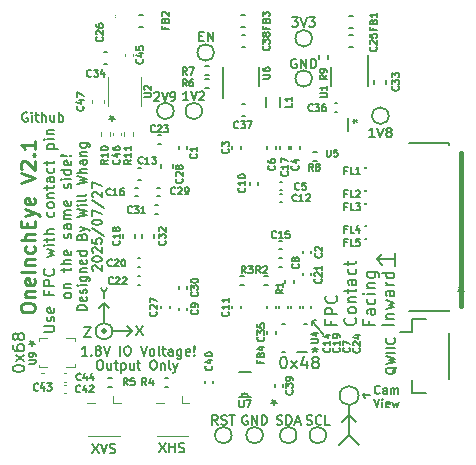
<source format=gbr>
G04 #@! TF.GenerationSoftware,KiCad,Pcbnew,8.0.4*
G04 #@! TF.CreationDate,2025-07-27T14:59:45-07:00*
G04 #@! TF.ProjectId,IMX283_MIPI_Camera_v2,494d5832-3833-45f4-9d49-50495f43616d,rev?*
G04 #@! TF.SameCoordinates,Original*
G04 #@! TF.FileFunction,Legend,Top*
G04 #@! TF.FilePolarity,Positive*
%FSLAX46Y46*%
G04 Gerber Fmt 4.6, Leading zero omitted, Abs format (unit mm)*
G04 Created by KiCad (PCBNEW 8.0.4) date 2025-07-27 14:59:45*
%MOMM*%
%LPD*%
G01*
G04 APERTURE LIST*
%ADD10C,0.150000*%
%ADD11C,0.400000*%
%ADD12C,0.200000*%
%ADD13C,0.300000*%
%ADD14C,0.250000*%
%ADD15C,0.120000*%
%ADD16C,0.100000*%
G04 APERTURE END LIST*
D10*
X159751316Y-113635886D02*
X159717983Y-113669220D01*
X159717983Y-113669220D02*
X159617983Y-113702553D01*
X159617983Y-113702553D02*
X159551316Y-113702553D01*
X159551316Y-113702553D02*
X159451316Y-113669220D01*
X159451316Y-113669220D02*
X159384650Y-113602553D01*
X159384650Y-113602553D02*
X159351316Y-113535886D01*
X159351316Y-113535886D02*
X159317983Y-113402553D01*
X159317983Y-113402553D02*
X159317983Y-113302553D01*
X159317983Y-113302553D02*
X159351316Y-113169220D01*
X159351316Y-113169220D02*
X159384650Y-113102553D01*
X159384650Y-113102553D02*
X159451316Y-113035886D01*
X159451316Y-113035886D02*
X159551316Y-113002553D01*
X159551316Y-113002553D02*
X159617983Y-113002553D01*
X159617983Y-113002553D02*
X159717983Y-113035886D01*
X159717983Y-113035886D02*
X159751316Y-113069220D01*
X160351316Y-113702553D02*
X160351316Y-113335886D01*
X160351316Y-113335886D02*
X160317983Y-113269220D01*
X160317983Y-113269220D02*
X160251316Y-113235886D01*
X160251316Y-113235886D02*
X160117983Y-113235886D01*
X160117983Y-113235886D02*
X160051316Y-113269220D01*
X160351316Y-113669220D02*
X160284650Y-113702553D01*
X160284650Y-113702553D02*
X160117983Y-113702553D01*
X160117983Y-113702553D02*
X160051316Y-113669220D01*
X160051316Y-113669220D02*
X160017983Y-113602553D01*
X160017983Y-113602553D02*
X160017983Y-113535886D01*
X160017983Y-113535886D02*
X160051316Y-113469220D01*
X160051316Y-113469220D02*
X160117983Y-113435886D01*
X160117983Y-113435886D02*
X160284650Y-113435886D01*
X160284650Y-113435886D02*
X160351316Y-113402553D01*
X160684649Y-113702553D02*
X160684649Y-113235886D01*
X160684649Y-113302553D02*
X160717983Y-113269220D01*
X160717983Y-113269220D02*
X160784649Y-113235886D01*
X160784649Y-113235886D02*
X160884649Y-113235886D01*
X160884649Y-113235886D02*
X160951316Y-113269220D01*
X160951316Y-113269220D02*
X160984649Y-113335886D01*
X160984649Y-113335886D02*
X160984649Y-113702553D01*
X160984649Y-113335886D02*
X161017983Y-113269220D01*
X161017983Y-113269220D02*
X161084649Y-113235886D01*
X161084649Y-113235886D02*
X161184649Y-113235886D01*
X161184649Y-113235886D02*
X161251316Y-113269220D01*
X161251316Y-113269220D02*
X161284649Y-113335886D01*
X161284649Y-113335886D02*
X161284649Y-113702553D01*
X159251316Y-114129514D02*
X159484650Y-114829514D01*
X159484650Y-114829514D02*
X159717983Y-114129514D01*
X159951316Y-114829514D02*
X159951316Y-114362847D01*
X159951316Y-114129514D02*
X159917983Y-114162847D01*
X159917983Y-114162847D02*
X159951316Y-114196181D01*
X159951316Y-114196181D02*
X159984650Y-114162847D01*
X159984650Y-114162847D02*
X159951316Y-114129514D01*
X159951316Y-114129514D02*
X159951316Y-114196181D01*
X160551316Y-114796181D02*
X160484649Y-114829514D01*
X160484649Y-114829514D02*
X160351316Y-114829514D01*
X160351316Y-114829514D02*
X160284649Y-114796181D01*
X160284649Y-114796181D02*
X160251316Y-114729514D01*
X160251316Y-114729514D02*
X160251316Y-114462847D01*
X160251316Y-114462847D02*
X160284649Y-114396181D01*
X160284649Y-114396181D02*
X160351316Y-114362847D01*
X160351316Y-114362847D02*
X160484649Y-114362847D01*
X160484649Y-114362847D02*
X160551316Y-114396181D01*
X160551316Y-114396181D02*
X160584649Y-114462847D01*
X160584649Y-114462847D02*
X160584649Y-114529514D01*
X160584649Y-114529514D02*
X160251316Y-114596181D01*
X160817983Y-114362847D02*
X160951316Y-114829514D01*
X160951316Y-114829514D02*
X161084649Y-114496181D01*
X161084649Y-114496181D02*
X161217983Y-114829514D01*
X161217983Y-114829514D02*
X161351316Y-114362847D01*
X157150000Y-114650000D02*
X157150000Y-117200000D01*
X157950000Y-113850000D02*
G75*
G02*
X156350000Y-113850000I-800000J0D01*
G01*
X156350000Y-113850000D02*
G75*
G02*
X157950000Y-113850000I800000J0D01*
G01*
X157150000Y-117200000D02*
X158000000Y-118050000D01*
X157150000Y-115500000D02*
X157750000Y-116100000D01*
X157150000Y-115500000D02*
X156550000Y-116100000D01*
X157150000Y-117200000D02*
X156300000Y-118050000D01*
X158500000Y-113625000D02*
X158300000Y-113825000D01*
X158300000Y-113825000D02*
X158500000Y-114025000D01*
X158950000Y-113825000D02*
X158300000Y-113825000D01*
X129904761Y-89900390D02*
X129828571Y-89862295D01*
X129828571Y-89862295D02*
X129714285Y-89862295D01*
X129714285Y-89862295D02*
X129599999Y-89900390D01*
X129599999Y-89900390D02*
X129523809Y-89976580D01*
X129523809Y-89976580D02*
X129485714Y-90052771D01*
X129485714Y-90052771D02*
X129447618Y-90205152D01*
X129447618Y-90205152D02*
X129447618Y-90319438D01*
X129447618Y-90319438D02*
X129485714Y-90471819D01*
X129485714Y-90471819D02*
X129523809Y-90548009D01*
X129523809Y-90548009D02*
X129599999Y-90624200D01*
X129599999Y-90624200D02*
X129714285Y-90662295D01*
X129714285Y-90662295D02*
X129790476Y-90662295D01*
X129790476Y-90662295D02*
X129904761Y-90624200D01*
X129904761Y-90624200D02*
X129942857Y-90586104D01*
X129942857Y-90586104D02*
X129942857Y-90319438D01*
X129942857Y-90319438D02*
X129790476Y-90319438D01*
X130285714Y-90662295D02*
X130285714Y-90128961D01*
X130285714Y-89862295D02*
X130247618Y-89900390D01*
X130247618Y-89900390D02*
X130285714Y-89938485D01*
X130285714Y-89938485D02*
X130323809Y-89900390D01*
X130323809Y-89900390D02*
X130285714Y-89862295D01*
X130285714Y-89862295D02*
X130285714Y-89938485D01*
X130552380Y-90128961D02*
X130857142Y-90128961D01*
X130666666Y-89862295D02*
X130666666Y-90548009D01*
X130666666Y-90548009D02*
X130704761Y-90624200D01*
X130704761Y-90624200D02*
X130780951Y-90662295D01*
X130780951Y-90662295D02*
X130857142Y-90662295D01*
X131123809Y-90662295D02*
X131123809Y-89862295D01*
X131466666Y-90662295D02*
X131466666Y-90243247D01*
X131466666Y-90243247D02*
X131428571Y-90167057D01*
X131428571Y-90167057D02*
X131352380Y-90128961D01*
X131352380Y-90128961D02*
X131238094Y-90128961D01*
X131238094Y-90128961D02*
X131161904Y-90167057D01*
X131161904Y-90167057D02*
X131123809Y-90205152D01*
X132190476Y-90128961D02*
X132190476Y-90662295D01*
X131847619Y-90128961D02*
X131847619Y-90548009D01*
X131847619Y-90548009D02*
X131885714Y-90624200D01*
X131885714Y-90624200D02*
X131961904Y-90662295D01*
X131961904Y-90662295D02*
X132076190Y-90662295D01*
X132076190Y-90662295D02*
X132152381Y-90624200D01*
X132152381Y-90624200D02*
X132190476Y-90586104D01*
X132571429Y-90662295D02*
X132571429Y-89862295D01*
X132571429Y-90167057D02*
X132647619Y-90128961D01*
X132647619Y-90128961D02*
X132800000Y-90128961D01*
X132800000Y-90128961D02*
X132876191Y-90167057D01*
X132876191Y-90167057D02*
X132914286Y-90205152D01*
X132914286Y-90205152D02*
X132952381Y-90281342D01*
X132952381Y-90281342D02*
X132952381Y-90509914D01*
X132952381Y-90509914D02*
X132914286Y-90586104D01*
X132914286Y-90586104D02*
X132876191Y-90624200D01*
X132876191Y-90624200D02*
X132800000Y-90662295D01*
X132800000Y-90662295D02*
X132647619Y-90662295D01*
X132647619Y-90662295D02*
X132571429Y-90624200D01*
D11*
X166600000Y-93300000D02*
X166600000Y-106300000D01*
D10*
X137049999Y-90595180D02*
X137049999Y-90357085D01*
X137288094Y-90452323D02*
X137049999Y-90357085D01*
X137049999Y-90357085D02*
X136811904Y-90452323D01*
X137192856Y-90166609D02*
X137049999Y-90357085D01*
X137049999Y-90357085D02*
X136907142Y-90166609D01*
X130299999Y-109645180D02*
X130299999Y-109407085D01*
X130538094Y-109502323D02*
X130299999Y-109407085D01*
X130299999Y-109407085D02*
X130061904Y-109502323D01*
X130442856Y-109216609D02*
X130299999Y-109407085D01*
X130299999Y-109407085D02*
X130157142Y-109216609D01*
X140657143Y-88210592D02*
X140692857Y-88174878D01*
X140692857Y-88174878D02*
X140764286Y-88139164D01*
X140764286Y-88139164D02*
X140942857Y-88139164D01*
X140942857Y-88139164D02*
X141014286Y-88174878D01*
X141014286Y-88174878D02*
X141050000Y-88210592D01*
X141050000Y-88210592D02*
X141085714Y-88282021D01*
X141085714Y-88282021D02*
X141085714Y-88353450D01*
X141085714Y-88353450D02*
X141050000Y-88460592D01*
X141050000Y-88460592D02*
X140621428Y-88889164D01*
X140621428Y-88889164D02*
X141085714Y-88889164D01*
X141300000Y-88139164D02*
X141550000Y-88889164D01*
X141550000Y-88889164D02*
X141800000Y-88139164D01*
X142085714Y-88889164D02*
X142228571Y-88889164D01*
X142228571Y-88889164D02*
X142300000Y-88853450D01*
X142300000Y-88853450D02*
X142335714Y-88817735D01*
X142335714Y-88817735D02*
X142407143Y-88710592D01*
X142407143Y-88710592D02*
X142442857Y-88567735D01*
X142442857Y-88567735D02*
X142442857Y-88282021D01*
X142442857Y-88282021D02*
X142407143Y-88210592D01*
X142407143Y-88210592D02*
X142371429Y-88174878D01*
X142371429Y-88174878D02*
X142300000Y-88139164D01*
X142300000Y-88139164D02*
X142157143Y-88139164D01*
X142157143Y-88139164D02*
X142085714Y-88174878D01*
X142085714Y-88174878D02*
X142050000Y-88210592D01*
X142050000Y-88210592D02*
X142014286Y-88282021D01*
X142014286Y-88282021D02*
X142014286Y-88460592D01*
X142014286Y-88460592D02*
X142050000Y-88532021D01*
X142050000Y-88532021D02*
X142085714Y-88567735D01*
X142085714Y-88567735D02*
X142157143Y-88603450D01*
X142157143Y-88603450D02*
X142300000Y-88603450D01*
X142300000Y-88603450D02*
X142371429Y-88567735D01*
X142371429Y-88567735D02*
X142407143Y-88532021D01*
X142407143Y-88532021D02*
X142442857Y-88460592D01*
D12*
X161000000Y-101750000D02*
X161000000Y-102850000D01*
D13*
X136500000Y-108400000D02*
G75*
G02*
X136300000Y-108400000I-100000J0D01*
G01*
X136300000Y-108400000D02*
G75*
G02*
X136500000Y-108400000I100000J0D01*
G01*
D12*
X161000000Y-102300000D02*
X159500000Y-102300000D01*
D10*
X138750000Y-108400000D02*
X138325736Y-108824264D01*
X136400000Y-107700000D02*
X136400000Y-106050000D01*
X137100000Y-108400000D02*
G75*
G02*
X135700000Y-108400000I-700000J0D01*
G01*
X135700000Y-108400000D02*
G75*
G02*
X137100000Y-108400000I700000J0D01*
G01*
X136400000Y-106050000D02*
X135975736Y-106474264D01*
D12*
X159500000Y-102300000D02*
X159950000Y-102750000D01*
D10*
X154017157Y-107517157D02*
X154900000Y-108600000D01*
X154017157Y-107517157D02*
X153981802Y-107835355D01*
X138750000Y-108400000D02*
X138325736Y-107975736D01*
X138750000Y-108400000D02*
X137100000Y-108400000D01*
D12*
X159500000Y-102300000D02*
X159950000Y-101900000D01*
D10*
X136400000Y-106050000D02*
X136824264Y-106474264D01*
X154017157Y-107517157D02*
X154335355Y-107481802D01*
X146011905Y-116312295D02*
X145745238Y-115931342D01*
X145554762Y-116312295D02*
X145554762Y-115512295D01*
X145554762Y-115512295D02*
X145859524Y-115512295D01*
X145859524Y-115512295D02*
X145935714Y-115550390D01*
X145935714Y-115550390D02*
X145973809Y-115588485D01*
X145973809Y-115588485D02*
X146011905Y-115664676D01*
X146011905Y-115664676D02*
X146011905Y-115778961D01*
X146011905Y-115778961D02*
X145973809Y-115855152D01*
X145973809Y-115855152D02*
X145935714Y-115893247D01*
X145935714Y-115893247D02*
X145859524Y-115931342D01*
X145859524Y-115931342D02*
X145554762Y-115931342D01*
X146316666Y-116274200D02*
X146430952Y-116312295D01*
X146430952Y-116312295D02*
X146621428Y-116312295D01*
X146621428Y-116312295D02*
X146697619Y-116274200D01*
X146697619Y-116274200D02*
X146735714Y-116236104D01*
X146735714Y-116236104D02*
X146773809Y-116159914D01*
X146773809Y-116159914D02*
X146773809Y-116083723D01*
X146773809Y-116083723D02*
X146735714Y-116007533D01*
X146735714Y-116007533D02*
X146697619Y-115969438D01*
X146697619Y-115969438D02*
X146621428Y-115931342D01*
X146621428Y-115931342D02*
X146469047Y-115893247D01*
X146469047Y-115893247D02*
X146392857Y-115855152D01*
X146392857Y-115855152D02*
X146354762Y-115817057D01*
X146354762Y-115817057D02*
X146316666Y-115740866D01*
X146316666Y-115740866D02*
X146316666Y-115664676D01*
X146316666Y-115664676D02*
X146354762Y-115588485D01*
X146354762Y-115588485D02*
X146392857Y-115550390D01*
X146392857Y-115550390D02*
X146469047Y-115512295D01*
X146469047Y-115512295D02*
X146659524Y-115512295D01*
X146659524Y-115512295D02*
X146773809Y-115550390D01*
X147002381Y-115512295D02*
X147459524Y-115512295D01*
X147230952Y-116312295D02*
X147230952Y-115512295D01*
X144459524Y-83443247D02*
X144726190Y-83443247D01*
X144840476Y-83862295D02*
X144459524Y-83862295D01*
X144459524Y-83862295D02*
X144459524Y-83062295D01*
X144459524Y-83062295D02*
X144840476Y-83062295D01*
X145183334Y-83862295D02*
X145183334Y-83062295D01*
X145183334Y-83062295D02*
X145640477Y-83862295D01*
X145640477Y-83862295D02*
X145640477Y-83062295D01*
X141083333Y-117862295D02*
X141616667Y-118662295D01*
X141616667Y-117862295D02*
X141083333Y-118662295D01*
X141921429Y-118662295D02*
X141921429Y-117862295D01*
X141921429Y-118243247D02*
X142378572Y-118243247D01*
X142378572Y-118662295D02*
X142378572Y-117862295D01*
X142721428Y-118624200D02*
X142835714Y-118662295D01*
X142835714Y-118662295D02*
X143026190Y-118662295D01*
X143026190Y-118662295D02*
X143102381Y-118624200D01*
X143102381Y-118624200D02*
X143140476Y-118586104D01*
X143140476Y-118586104D02*
X143178571Y-118509914D01*
X143178571Y-118509914D02*
X143178571Y-118433723D01*
X143178571Y-118433723D02*
X143140476Y-118357533D01*
X143140476Y-118357533D02*
X143102381Y-118319438D01*
X143102381Y-118319438D02*
X143026190Y-118281342D01*
X143026190Y-118281342D02*
X142873809Y-118243247D01*
X142873809Y-118243247D02*
X142797619Y-118205152D01*
X142797619Y-118205152D02*
X142759524Y-118167057D01*
X142759524Y-118167057D02*
X142721428Y-118090866D01*
X142721428Y-118090866D02*
X142721428Y-118014676D01*
X142721428Y-118014676D02*
X142759524Y-117938485D01*
X142759524Y-117938485D02*
X142797619Y-117900390D01*
X142797619Y-117900390D02*
X142873809Y-117862295D01*
X142873809Y-117862295D02*
X143064286Y-117862295D01*
X143064286Y-117862295D02*
X143178571Y-117900390D01*
D12*
X134733333Y-108059695D02*
X135266667Y-108059695D01*
X135266667Y-108059695D02*
X134733333Y-108859695D01*
X134733333Y-108859695D02*
X135266667Y-108859695D01*
D10*
X166599999Y-105095180D02*
X166599999Y-104857085D01*
X166838094Y-104952323D02*
X166599999Y-104857085D01*
X166599999Y-104857085D02*
X166361904Y-104952323D01*
X166742856Y-104666609D02*
X166599999Y-104857085D01*
X166599999Y-104857085D02*
X166457142Y-104666609D01*
X159304761Y-91962295D02*
X158847618Y-91962295D01*
X159076190Y-91962295D02*
X159076190Y-91162295D01*
X159076190Y-91162295D02*
X158999999Y-91276580D01*
X158999999Y-91276580D02*
X158923809Y-91352771D01*
X158923809Y-91352771D02*
X158847618Y-91390866D01*
X159533333Y-91162295D02*
X159800000Y-91962295D01*
X159800000Y-91962295D02*
X160066666Y-91162295D01*
X160447618Y-91505152D02*
X160371428Y-91467057D01*
X160371428Y-91467057D02*
X160333333Y-91428961D01*
X160333333Y-91428961D02*
X160295237Y-91352771D01*
X160295237Y-91352771D02*
X160295237Y-91314676D01*
X160295237Y-91314676D02*
X160333333Y-91238485D01*
X160333333Y-91238485D02*
X160371428Y-91200390D01*
X160371428Y-91200390D02*
X160447618Y-91162295D01*
X160447618Y-91162295D02*
X160599999Y-91162295D01*
X160599999Y-91162295D02*
X160676190Y-91200390D01*
X160676190Y-91200390D02*
X160714285Y-91238485D01*
X160714285Y-91238485D02*
X160752380Y-91314676D01*
X160752380Y-91314676D02*
X160752380Y-91352771D01*
X160752380Y-91352771D02*
X160714285Y-91428961D01*
X160714285Y-91428961D02*
X160676190Y-91467057D01*
X160676190Y-91467057D02*
X160599999Y-91505152D01*
X160599999Y-91505152D02*
X160447618Y-91505152D01*
X160447618Y-91505152D02*
X160371428Y-91543247D01*
X160371428Y-91543247D02*
X160333333Y-91581342D01*
X160333333Y-91581342D02*
X160295237Y-91657533D01*
X160295237Y-91657533D02*
X160295237Y-91809914D01*
X160295237Y-91809914D02*
X160333333Y-91886104D01*
X160333333Y-91886104D02*
X160371428Y-91924200D01*
X160371428Y-91924200D02*
X160447618Y-91962295D01*
X160447618Y-91962295D02*
X160599999Y-91962295D01*
X160599999Y-91962295D02*
X160676190Y-91924200D01*
X160676190Y-91924200D02*
X160714285Y-91886104D01*
X160714285Y-91886104D02*
X160752380Y-91809914D01*
X160752380Y-91809914D02*
X160752380Y-91657533D01*
X160752380Y-91657533D02*
X160714285Y-91581342D01*
X160714285Y-91581342D02*
X160676190Y-91543247D01*
X160676190Y-91543247D02*
X160599999Y-91505152D01*
X134995237Y-110462295D02*
X134538094Y-110462295D01*
X134766666Y-110462295D02*
X134766666Y-109662295D01*
X134766666Y-109662295D02*
X134690475Y-109776580D01*
X134690475Y-109776580D02*
X134614285Y-109852771D01*
X134614285Y-109852771D02*
X134538094Y-109890866D01*
X135338095Y-110386104D02*
X135376190Y-110424200D01*
X135376190Y-110424200D02*
X135338095Y-110462295D01*
X135338095Y-110462295D02*
X135299999Y-110424200D01*
X135299999Y-110424200D02*
X135338095Y-110386104D01*
X135338095Y-110386104D02*
X135338095Y-110462295D01*
X135833332Y-110005152D02*
X135757142Y-109967057D01*
X135757142Y-109967057D02*
X135719047Y-109928961D01*
X135719047Y-109928961D02*
X135680951Y-109852771D01*
X135680951Y-109852771D02*
X135680951Y-109814676D01*
X135680951Y-109814676D02*
X135719047Y-109738485D01*
X135719047Y-109738485D02*
X135757142Y-109700390D01*
X135757142Y-109700390D02*
X135833332Y-109662295D01*
X135833332Y-109662295D02*
X135985713Y-109662295D01*
X135985713Y-109662295D02*
X136061904Y-109700390D01*
X136061904Y-109700390D02*
X136099999Y-109738485D01*
X136099999Y-109738485D02*
X136138094Y-109814676D01*
X136138094Y-109814676D02*
X136138094Y-109852771D01*
X136138094Y-109852771D02*
X136099999Y-109928961D01*
X136099999Y-109928961D02*
X136061904Y-109967057D01*
X136061904Y-109967057D02*
X135985713Y-110005152D01*
X135985713Y-110005152D02*
X135833332Y-110005152D01*
X135833332Y-110005152D02*
X135757142Y-110043247D01*
X135757142Y-110043247D02*
X135719047Y-110081342D01*
X135719047Y-110081342D02*
X135680951Y-110157533D01*
X135680951Y-110157533D02*
X135680951Y-110309914D01*
X135680951Y-110309914D02*
X135719047Y-110386104D01*
X135719047Y-110386104D02*
X135757142Y-110424200D01*
X135757142Y-110424200D02*
X135833332Y-110462295D01*
X135833332Y-110462295D02*
X135985713Y-110462295D01*
X135985713Y-110462295D02*
X136061904Y-110424200D01*
X136061904Y-110424200D02*
X136099999Y-110386104D01*
X136099999Y-110386104D02*
X136138094Y-110309914D01*
X136138094Y-110309914D02*
X136138094Y-110157533D01*
X136138094Y-110157533D02*
X136099999Y-110081342D01*
X136099999Y-110081342D02*
X136061904Y-110043247D01*
X136061904Y-110043247D02*
X135985713Y-110005152D01*
X136366666Y-109662295D02*
X136633333Y-110462295D01*
X136633333Y-110462295D02*
X136899999Y-109662295D01*
X137776190Y-110462295D02*
X137776190Y-109662295D01*
X138309523Y-109662295D02*
X138461904Y-109662295D01*
X138461904Y-109662295D02*
X138538094Y-109700390D01*
X138538094Y-109700390D02*
X138614285Y-109776580D01*
X138614285Y-109776580D02*
X138652380Y-109928961D01*
X138652380Y-109928961D02*
X138652380Y-110195628D01*
X138652380Y-110195628D02*
X138614285Y-110348009D01*
X138614285Y-110348009D02*
X138538094Y-110424200D01*
X138538094Y-110424200D02*
X138461904Y-110462295D01*
X138461904Y-110462295D02*
X138309523Y-110462295D01*
X138309523Y-110462295D02*
X138233332Y-110424200D01*
X138233332Y-110424200D02*
X138157142Y-110348009D01*
X138157142Y-110348009D02*
X138119046Y-110195628D01*
X138119046Y-110195628D02*
X138119046Y-109928961D01*
X138119046Y-109928961D02*
X138157142Y-109776580D01*
X138157142Y-109776580D02*
X138233332Y-109700390D01*
X138233332Y-109700390D02*
X138309523Y-109662295D01*
X139490475Y-109662295D02*
X139757142Y-110462295D01*
X139757142Y-110462295D02*
X140023808Y-109662295D01*
X140404760Y-110462295D02*
X140328570Y-110424200D01*
X140328570Y-110424200D02*
X140290475Y-110386104D01*
X140290475Y-110386104D02*
X140252379Y-110309914D01*
X140252379Y-110309914D02*
X140252379Y-110081342D01*
X140252379Y-110081342D02*
X140290475Y-110005152D01*
X140290475Y-110005152D02*
X140328570Y-109967057D01*
X140328570Y-109967057D02*
X140404760Y-109928961D01*
X140404760Y-109928961D02*
X140519046Y-109928961D01*
X140519046Y-109928961D02*
X140595237Y-109967057D01*
X140595237Y-109967057D02*
X140633332Y-110005152D01*
X140633332Y-110005152D02*
X140671427Y-110081342D01*
X140671427Y-110081342D02*
X140671427Y-110309914D01*
X140671427Y-110309914D02*
X140633332Y-110386104D01*
X140633332Y-110386104D02*
X140595237Y-110424200D01*
X140595237Y-110424200D02*
X140519046Y-110462295D01*
X140519046Y-110462295D02*
X140404760Y-110462295D01*
X141128570Y-110462295D02*
X141052380Y-110424200D01*
X141052380Y-110424200D02*
X141014285Y-110348009D01*
X141014285Y-110348009D02*
X141014285Y-109662295D01*
X141319047Y-109928961D02*
X141623809Y-109928961D01*
X141433333Y-109662295D02*
X141433333Y-110348009D01*
X141433333Y-110348009D02*
X141471428Y-110424200D01*
X141471428Y-110424200D02*
X141547618Y-110462295D01*
X141547618Y-110462295D02*
X141623809Y-110462295D01*
X142233333Y-110462295D02*
X142233333Y-110043247D01*
X142233333Y-110043247D02*
X142195238Y-109967057D01*
X142195238Y-109967057D02*
X142119047Y-109928961D01*
X142119047Y-109928961D02*
X141966666Y-109928961D01*
X141966666Y-109928961D02*
X141890476Y-109967057D01*
X142233333Y-110424200D02*
X142157142Y-110462295D01*
X142157142Y-110462295D02*
X141966666Y-110462295D01*
X141966666Y-110462295D02*
X141890476Y-110424200D01*
X141890476Y-110424200D02*
X141852380Y-110348009D01*
X141852380Y-110348009D02*
X141852380Y-110271819D01*
X141852380Y-110271819D02*
X141890476Y-110195628D01*
X141890476Y-110195628D02*
X141966666Y-110157533D01*
X141966666Y-110157533D02*
X142157142Y-110157533D01*
X142157142Y-110157533D02*
X142233333Y-110119438D01*
X142957143Y-109928961D02*
X142957143Y-110576580D01*
X142957143Y-110576580D02*
X142919048Y-110652771D01*
X142919048Y-110652771D02*
X142880952Y-110690866D01*
X142880952Y-110690866D02*
X142804762Y-110728961D01*
X142804762Y-110728961D02*
X142690476Y-110728961D01*
X142690476Y-110728961D02*
X142614286Y-110690866D01*
X142957143Y-110424200D02*
X142880952Y-110462295D01*
X142880952Y-110462295D02*
X142728571Y-110462295D01*
X142728571Y-110462295D02*
X142652381Y-110424200D01*
X142652381Y-110424200D02*
X142614286Y-110386104D01*
X142614286Y-110386104D02*
X142576190Y-110309914D01*
X142576190Y-110309914D02*
X142576190Y-110081342D01*
X142576190Y-110081342D02*
X142614286Y-110005152D01*
X142614286Y-110005152D02*
X142652381Y-109967057D01*
X142652381Y-109967057D02*
X142728571Y-109928961D01*
X142728571Y-109928961D02*
X142880952Y-109928961D01*
X142880952Y-109928961D02*
X142957143Y-109967057D01*
X143642858Y-110424200D02*
X143566667Y-110462295D01*
X143566667Y-110462295D02*
X143414286Y-110462295D01*
X143414286Y-110462295D02*
X143338096Y-110424200D01*
X143338096Y-110424200D02*
X143300000Y-110348009D01*
X143300000Y-110348009D02*
X143300000Y-110043247D01*
X143300000Y-110043247D02*
X143338096Y-109967057D01*
X143338096Y-109967057D02*
X143414286Y-109928961D01*
X143414286Y-109928961D02*
X143566667Y-109928961D01*
X143566667Y-109928961D02*
X143642858Y-109967057D01*
X143642858Y-109967057D02*
X143680953Y-110043247D01*
X143680953Y-110043247D02*
X143680953Y-110119438D01*
X143680953Y-110119438D02*
X143300000Y-110195628D01*
X144023810Y-110386104D02*
X144061905Y-110424200D01*
X144061905Y-110424200D02*
X144023810Y-110462295D01*
X144023810Y-110462295D02*
X143985714Y-110424200D01*
X143985714Y-110424200D02*
X144023810Y-110386104D01*
X144023810Y-110386104D02*
X144023810Y-110462295D01*
X144023810Y-110157533D02*
X143985714Y-109700390D01*
X143985714Y-109700390D02*
X144023810Y-109662295D01*
X144023810Y-109662295D02*
X144061905Y-109700390D01*
X144061905Y-109700390D02*
X144023810Y-110157533D01*
X144023810Y-110157533D02*
X144023810Y-109662295D01*
X148540476Y-115550390D02*
X148464286Y-115512295D01*
X148464286Y-115512295D02*
X148350000Y-115512295D01*
X148350000Y-115512295D02*
X148235714Y-115550390D01*
X148235714Y-115550390D02*
X148159524Y-115626580D01*
X148159524Y-115626580D02*
X148121429Y-115702771D01*
X148121429Y-115702771D02*
X148083333Y-115855152D01*
X148083333Y-115855152D02*
X148083333Y-115969438D01*
X148083333Y-115969438D02*
X148121429Y-116121819D01*
X148121429Y-116121819D02*
X148159524Y-116198009D01*
X148159524Y-116198009D02*
X148235714Y-116274200D01*
X148235714Y-116274200D02*
X148350000Y-116312295D01*
X148350000Y-116312295D02*
X148426191Y-116312295D01*
X148426191Y-116312295D02*
X148540476Y-116274200D01*
X148540476Y-116274200D02*
X148578572Y-116236104D01*
X148578572Y-116236104D02*
X148578572Y-115969438D01*
X148578572Y-115969438D02*
X148426191Y-115969438D01*
X148921429Y-116312295D02*
X148921429Y-115512295D01*
X148921429Y-115512295D02*
X149378572Y-116312295D01*
X149378572Y-116312295D02*
X149378572Y-115512295D01*
X149759524Y-116312295D02*
X149759524Y-115512295D01*
X149759524Y-115512295D02*
X149950000Y-115512295D01*
X149950000Y-115512295D02*
X150064286Y-115550390D01*
X150064286Y-115550390D02*
X150140476Y-115626580D01*
X150140476Y-115626580D02*
X150178571Y-115702771D01*
X150178571Y-115702771D02*
X150216667Y-115855152D01*
X150216667Y-115855152D02*
X150216667Y-115969438D01*
X150216667Y-115969438D02*
X150178571Y-116121819D01*
X150178571Y-116121819D02*
X150140476Y-116198009D01*
X150140476Y-116198009D02*
X150064286Y-116274200D01*
X150064286Y-116274200D02*
X149950000Y-116312295D01*
X149950000Y-116312295D02*
X149759524Y-116312295D01*
X150799999Y-114645180D02*
X150799999Y-114407085D01*
X151038094Y-114502323D02*
X150799999Y-114407085D01*
X150799999Y-114407085D02*
X150561904Y-114502323D01*
X150942856Y-114216609D02*
X150799999Y-114407085D01*
X150799999Y-114407085D02*
X150657142Y-114216609D01*
X135409523Y-117912295D02*
X135942857Y-118712295D01*
X135942857Y-117912295D02*
X135409523Y-118712295D01*
X136133333Y-117912295D02*
X136400000Y-118712295D01*
X136400000Y-118712295D02*
X136666666Y-117912295D01*
X136895237Y-118674200D02*
X137009523Y-118712295D01*
X137009523Y-118712295D02*
X137199999Y-118712295D01*
X137199999Y-118712295D02*
X137276190Y-118674200D01*
X137276190Y-118674200D02*
X137314285Y-118636104D01*
X137314285Y-118636104D02*
X137352380Y-118559914D01*
X137352380Y-118559914D02*
X137352380Y-118483723D01*
X137352380Y-118483723D02*
X137314285Y-118407533D01*
X137314285Y-118407533D02*
X137276190Y-118369438D01*
X137276190Y-118369438D02*
X137199999Y-118331342D01*
X137199999Y-118331342D02*
X137047618Y-118293247D01*
X137047618Y-118293247D02*
X136971428Y-118255152D01*
X136971428Y-118255152D02*
X136933333Y-118217057D01*
X136933333Y-118217057D02*
X136895237Y-118140866D01*
X136895237Y-118140866D02*
X136895237Y-118064676D01*
X136895237Y-118064676D02*
X136933333Y-117988485D01*
X136933333Y-117988485D02*
X136971428Y-117950390D01*
X136971428Y-117950390D02*
X137047618Y-117912295D01*
X137047618Y-117912295D02*
X137238095Y-117912295D01*
X137238095Y-117912295D02*
X137352380Y-117950390D01*
X161138485Y-111433332D02*
X161100390Y-111509522D01*
X161100390Y-111509522D02*
X161024200Y-111585713D01*
X161024200Y-111585713D02*
X160909914Y-111699999D01*
X160909914Y-111699999D02*
X160871819Y-111776189D01*
X160871819Y-111776189D02*
X160871819Y-111852380D01*
X161062295Y-111814284D02*
X161024200Y-111890475D01*
X161024200Y-111890475D02*
X160948009Y-111966665D01*
X160948009Y-111966665D02*
X160795628Y-112004761D01*
X160795628Y-112004761D02*
X160528961Y-112004761D01*
X160528961Y-112004761D02*
X160376580Y-111966665D01*
X160376580Y-111966665D02*
X160300390Y-111890475D01*
X160300390Y-111890475D02*
X160262295Y-111814284D01*
X160262295Y-111814284D02*
X160262295Y-111661903D01*
X160262295Y-111661903D02*
X160300390Y-111585713D01*
X160300390Y-111585713D02*
X160376580Y-111509522D01*
X160376580Y-111509522D02*
X160528961Y-111471427D01*
X160528961Y-111471427D02*
X160795628Y-111471427D01*
X160795628Y-111471427D02*
X160948009Y-111509522D01*
X160948009Y-111509522D02*
X161024200Y-111585713D01*
X161024200Y-111585713D02*
X161062295Y-111661903D01*
X161062295Y-111661903D02*
X161062295Y-111814284D01*
X160262295Y-111204761D02*
X161062295Y-111014285D01*
X161062295Y-111014285D02*
X160490866Y-110861904D01*
X160490866Y-110861904D02*
X161062295Y-110709523D01*
X161062295Y-110709523D02*
X160262295Y-110519047D01*
X161062295Y-110214284D02*
X160262295Y-110214284D01*
X161062295Y-109833332D02*
X160262295Y-109833332D01*
X160986104Y-108995237D02*
X161024200Y-109033333D01*
X161024200Y-109033333D02*
X161062295Y-109147618D01*
X161062295Y-109147618D02*
X161062295Y-109223809D01*
X161062295Y-109223809D02*
X161024200Y-109338095D01*
X161024200Y-109338095D02*
X160948009Y-109414285D01*
X160948009Y-109414285D02*
X160871819Y-109452380D01*
X160871819Y-109452380D02*
X160719438Y-109490476D01*
X160719438Y-109490476D02*
X160605152Y-109490476D01*
X160605152Y-109490476D02*
X160452771Y-109452380D01*
X160452771Y-109452380D02*
X160376580Y-109414285D01*
X160376580Y-109414285D02*
X160300390Y-109338095D01*
X160300390Y-109338095D02*
X160262295Y-109223809D01*
X160262295Y-109223809D02*
X160262295Y-109147618D01*
X160262295Y-109147618D02*
X160300390Y-109033333D01*
X160300390Y-109033333D02*
X160338485Y-108995237D01*
D12*
X136400000Y-105178742D02*
X136400000Y-105559695D01*
X136133333Y-104759695D02*
X136400000Y-105178742D01*
X136400000Y-105178742D02*
X136666666Y-104759695D01*
D10*
X153547618Y-116274200D02*
X153661904Y-116312295D01*
X153661904Y-116312295D02*
X153852380Y-116312295D01*
X153852380Y-116312295D02*
X153928571Y-116274200D01*
X153928571Y-116274200D02*
X153966666Y-116236104D01*
X153966666Y-116236104D02*
X154004761Y-116159914D01*
X154004761Y-116159914D02*
X154004761Y-116083723D01*
X154004761Y-116083723D02*
X153966666Y-116007533D01*
X153966666Y-116007533D02*
X153928571Y-115969438D01*
X153928571Y-115969438D02*
X153852380Y-115931342D01*
X153852380Y-115931342D02*
X153699999Y-115893247D01*
X153699999Y-115893247D02*
X153623809Y-115855152D01*
X153623809Y-115855152D02*
X153585714Y-115817057D01*
X153585714Y-115817057D02*
X153547618Y-115740866D01*
X153547618Y-115740866D02*
X153547618Y-115664676D01*
X153547618Y-115664676D02*
X153585714Y-115588485D01*
X153585714Y-115588485D02*
X153623809Y-115550390D01*
X153623809Y-115550390D02*
X153699999Y-115512295D01*
X153699999Y-115512295D02*
X153890476Y-115512295D01*
X153890476Y-115512295D02*
X154004761Y-115550390D01*
X154804762Y-116236104D02*
X154766666Y-116274200D01*
X154766666Y-116274200D02*
X154652381Y-116312295D01*
X154652381Y-116312295D02*
X154576190Y-116312295D01*
X154576190Y-116312295D02*
X154461904Y-116274200D01*
X154461904Y-116274200D02*
X154385714Y-116198009D01*
X154385714Y-116198009D02*
X154347619Y-116121819D01*
X154347619Y-116121819D02*
X154309523Y-115969438D01*
X154309523Y-115969438D02*
X154309523Y-115855152D01*
X154309523Y-115855152D02*
X154347619Y-115702771D01*
X154347619Y-115702771D02*
X154385714Y-115626580D01*
X154385714Y-115626580D02*
X154461904Y-115550390D01*
X154461904Y-115550390D02*
X154576190Y-115512295D01*
X154576190Y-115512295D02*
X154652381Y-115512295D01*
X154652381Y-115512295D02*
X154766666Y-115550390D01*
X154766666Y-115550390D02*
X154804762Y-115588485D01*
X155528571Y-116312295D02*
X155147619Y-116312295D01*
X155147619Y-116312295D02*
X155147619Y-115512295D01*
X152690476Y-85350390D02*
X152614286Y-85312295D01*
X152614286Y-85312295D02*
X152500000Y-85312295D01*
X152500000Y-85312295D02*
X152385714Y-85350390D01*
X152385714Y-85350390D02*
X152309524Y-85426580D01*
X152309524Y-85426580D02*
X152271429Y-85502771D01*
X152271429Y-85502771D02*
X152233333Y-85655152D01*
X152233333Y-85655152D02*
X152233333Y-85769438D01*
X152233333Y-85769438D02*
X152271429Y-85921819D01*
X152271429Y-85921819D02*
X152309524Y-85998009D01*
X152309524Y-85998009D02*
X152385714Y-86074200D01*
X152385714Y-86074200D02*
X152500000Y-86112295D01*
X152500000Y-86112295D02*
X152576191Y-86112295D01*
X152576191Y-86112295D02*
X152690476Y-86074200D01*
X152690476Y-86074200D02*
X152728572Y-86036104D01*
X152728572Y-86036104D02*
X152728572Y-85769438D01*
X152728572Y-85769438D02*
X152576191Y-85769438D01*
X153071429Y-86112295D02*
X153071429Y-85312295D01*
X153071429Y-85312295D02*
X153528572Y-86112295D01*
X153528572Y-86112295D02*
X153528572Y-85312295D01*
X153909524Y-86112295D02*
X153909524Y-85312295D01*
X153909524Y-85312295D02*
X154100000Y-85312295D01*
X154100000Y-85312295D02*
X154214286Y-85350390D01*
X154214286Y-85350390D02*
X154290476Y-85426580D01*
X154290476Y-85426580D02*
X154328571Y-85502771D01*
X154328571Y-85502771D02*
X154366667Y-85655152D01*
X154366667Y-85655152D02*
X154366667Y-85769438D01*
X154366667Y-85769438D02*
X154328571Y-85921819D01*
X154328571Y-85921819D02*
X154290476Y-85998009D01*
X154290476Y-85998009D02*
X154214286Y-86074200D01*
X154214286Y-86074200D02*
X154100000Y-86112295D01*
X154100000Y-86112295D02*
X153909524Y-86112295D01*
D12*
X139133333Y-107959695D02*
X139666667Y-108759695D01*
X139666667Y-107959695D02*
X139133333Y-108759695D01*
D10*
X151028571Y-116274200D02*
X151142857Y-116312295D01*
X151142857Y-116312295D02*
X151333333Y-116312295D01*
X151333333Y-116312295D02*
X151409524Y-116274200D01*
X151409524Y-116274200D02*
X151447619Y-116236104D01*
X151447619Y-116236104D02*
X151485714Y-116159914D01*
X151485714Y-116159914D02*
X151485714Y-116083723D01*
X151485714Y-116083723D02*
X151447619Y-116007533D01*
X151447619Y-116007533D02*
X151409524Y-115969438D01*
X151409524Y-115969438D02*
X151333333Y-115931342D01*
X151333333Y-115931342D02*
X151180952Y-115893247D01*
X151180952Y-115893247D02*
X151104762Y-115855152D01*
X151104762Y-115855152D02*
X151066667Y-115817057D01*
X151066667Y-115817057D02*
X151028571Y-115740866D01*
X151028571Y-115740866D02*
X151028571Y-115664676D01*
X151028571Y-115664676D02*
X151066667Y-115588485D01*
X151066667Y-115588485D02*
X151104762Y-115550390D01*
X151104762Y-115550390D02*
X151180952Y-115512295D01*
X151180952Y-115512295D02*
X151371429Y-115512295D01*
X151371429Y-115512295D02*
X151485714Y-115550390D01*
X151828572Y-116312295D02*
X151828572Y-115512295D01*
X151828572Y-115512295D02*
X152019048Y-115512295D01*
X152019048Y-115512295D02*
X152133334Y-115550390D01*
X152133334Y-115550390D02*
X152209524Y-115626580D01*
X152209524Y-115626580D02*
X152247619Y-115702771D01*
X152247619Y-115702771D02*
X152285715Y-115855152D01*
X152285715Y-115855152D02*
X152285715Y-115969438D01*
X152285715Y-115969438D02*
X152247619Y-116121819D01*
X152247619Y-116121819D02*
X152209524Y-116198009D01*
X152209524Y-116198009D02*
X152133334Y-116274200D01*
X152133334Y-116274200D02*
X152019048Y-116312295D01*
X152019048Y-116312295D02*
X151828572Y-116312295D01*
X152590476Y-116083723D02*
X152971429Y-116083723D01*
X152514286Y-116312295D02*
X152780953Y-115512295D01*
X152780953Y-115512295D02*
X153047619Y-116312295D01*
D12*
X151545238Y-110552219D02*
X151640476Y-110552219D01*
X151640476Y-110552219D02*
X151735714Y-110599838D01*
X151735714Y-110599838D02*
X151783333Y-110647457D01*
X151783333Y-110647457D02*
X151830952Y-110742695D01*
X151830952Y-110742695D02*
X151878571Y-110933171D01*
X151878571Y-110933171D02*
X151878571Y-111171266D01*
X151878571Y-111171266D02*
X151830952Y-111361742D01*
X151830952Y-111361742D02*
X151783333Y-111456980D01*
X151783333Y-111456980D02*
X151735714Y-111504600D01*
X151735714Y-111504600D02*
X151640476Y-111552219D01*
X151640476Y-111552219D02*
X151545238Y-111552219D01*
X151545238Y-111552219D02*
X151450000Y-111504600D01*
X151450000Y-111504600D02*
X151402381Y-111456980D01*
X151402381Y-111456980D02*
X151354762Y-111361742D01*
X151354762Y-111361742D02*
X151307143Y-111171266D01*
X151307143Y-111171266D02*
X151307143Y-110933171D01*
X151307143Y-110933171D02*
X151354762Y-110742695D01*
X151354762Y-110742695D02*
X151402381Y-110647457D01*
X151402381Y-110647457D02*
X151450000Y-110599838D01*
X151450000Y-110599838D02*
X151545238Y-110552219D01*
X152211905Y-111552219D02*
X152735714Y-110885552D01*
X152211905Y-110885552D02*
X152735714Y-111552219D01*
X153545238Y-110885552D02*
X153545238Y-111552219D01*
X153307143Y-110504600D02*
X153069048Y-111218885D01*
X153069048Y-111218885D02*
X153688095Y-111218885D01*
X154211905Y-110980790D02*
X154116667Y-110933171D01*
X154116667Y-110933171D02*
X154069048Y-110885552D01*
X154069048Y-110885552D02*
X154021429Y-110790314D01*
X154021429Y-110790314D02*
X154021429Y-110742695D01*
X154021429Y-110742695D02*
X154069048Y-110647457D01*
X154069048Y-110647457D02*
X154116667Y-110599838D01*
X154116667Y-110599838D02*
X154211905Y-110552219D01*
X154211905Y-110552219D02*
X154402381Y-110552219D01*
X154402381Y-110552219D02*
X154497619Y-110599838D01*
X154497619Y-110599838D02*
X154545238Y-110647457D01*
X154545238Y-110647457D02*
X154592857Y-110742695D01*
X154592857Y-110742695D02*
X154592857Y-110790314D01*
X154592857Y-110790314D02*
X154545238Y-110885552D01*
X154545238Y-110885552D02*
X154497619Y-110933171D01*
X154497619Y-110933171D02*
X154402381Y-110980790D01*
X154402381Y-110980790D02*
X154211905Y-110980790D01*
X154211905Y-110980790D02*
X154116667Y-111028409D01*
X154116667Y-111028409D02*
X154069048Y-111076028D01*
X154069048Y-111076028D02*
X154021429Y-111171266D01*
X154021429Y-111171266D02*
X154021429Y-111361742D01*
X154021429Y-111361742D02*
X154069048Y-111456980D01*
X154069048Y-111456980D02*
X154116667Y-111504600D01*
X154116667Y-111504600D02*
X154211905Y-111552219D01*
X154211905Y-111552219D02*
X154402381Y-111552219D01*
X154402381Y-111552219D02*
X154497619Y-111504600D01*
X154497619Y-111504600D02*
X154545238Y-111456980D01*
X154545238Y-111456980D02*
X154592857Y-111361742D01*
X154592857Y-111361742D02*
X154592857Y-111171266D01*
X154592857Y-111171266D02*
X154545238Y-111076028D01*
X154545238Y-111076028D02*
X154497619Y-111028409D01*
X154497619Y-111028409D02*
X154402381Y-110980790D01*
D14*
X129342142Y-106521427D02*
X129342142Y-106292855D01*
X129342142Y-106292855D02*
X129399285Y-106178570D01*
X129399285Y-106178570D02*
X129513571Y-106064284D01*
X129513571Y-106064284D02*
X129742142Y-106007141D01*
X129742142Y-106007141D02*
X130142142Y-106007141D01*
X130142142Y-106007141D02*
X130370714Y-106064284D01*
X130370714Y-106064284D02*
X130485000Y-106178570D01*
X130485000Y-106178570D02*
X130542142Y-106292855D01*
X130542142Y-106292855D02*
X130542142Y-106521427D01*
X130542142Y-106521427D02*
X130485000Y-106635713D01*
X130485000Y-106635713D02*
X130370714Y-106749998D01*
X130370714Y-106749998D02*
X130142142Y-106807141D01*
X130142142Y-106807141D02*
X129742142Y-106807141D01*
X129742142Y-106807141D02*
X129513571Y-106749998D01*
X129513571Y-106749998D02*
X129399285Y-106635713D01*
X129399285Y-106635713D02*
X129342142Y-106521427D01*
X129742142Y-105492855D02*
X130542142Y-105492855D01*
X129856428Y-105492855D02*
X129799285Y-105435712D01*
X129799285Y-105435712D02*
X129742142Y-105321427D01*
X129742142Y-105321427D02*
X129742142Y-105149998D01*
X129742142Y-105149998D02*
X129799285Y-105035712D01*
X129799285Y-105035712D02*
X129913571Y-104978570D01*
X129913571Y-104978570D02*
X130542142Y-104978570D01*
X130485000Y-103949998D02*
X130542142Y-104064284D01*
X130542142Y-104064284D02*
X130542142Y-104292856D01*
X130542142Y-104292856D02*
X130485000Y-104407141D01*
X130485000Y-104407141D02*
X130370714Y-104464284D01*
X130370714Y-104464284D02*
X129913571Y-104464284D01*
X129913571Y-104464284D02*
X129799285Y-104407141D01*
X129799285Y-104407141D02*
X129742142Y-104292856D01*
X129742142Y-104292856D02*
X129742142Y-104064284D01*
X129742142Y-104064284D02*
X129799285Y-103949998D01*
X129799285Y-103949998D02*
X129913571Y-103892856D01*
X129913571Y-103892856D02*
X130027857Y-103892856D01*
X130027857Y-103892856D02*
X130142142Y-104464284D01*
X130542142Y-103378570D02*
X129342142Y-103378570D01*
X129742142Y-102807141D02*
X130542142Y-102807141D01*
X129856428Y-102807141D02*
X129799285Y-102749998D01*
X129799285Y-102749998D02*
X129742142Y-102635713D01*
X129742142Y-102635713D02*
X129742142Y-102464284D01*
X129742142Y-102464284D02*
X129799285Y-102349998D01*
X129799285Y-102349998D02*
X129913571Y-102292856D01*
X129913571Y-102292856D02*
X130542142Y-102292856D01*
X130485000Y-101207142D02*
X130542142Y-101321427D01*
X130542142Y-101321427D02*
X130542142Y-101549999D01*
X130542142Y-101549999D02*
X130485000Y-101664284D01*
X130485000Y-101664284D02*
X130427857Y-101721427D01*
X130427857Y-101721427D02*
X130313571Y-101778570D01*
X130313571Y-101778570D02*
X129970714Y-101778570D01*
X129970714Y-101778570D02*
X129856428Y-101721427D01*
X129856428Y-101721427D02*
X129799285Y-101664284D01*
X129799285Y-101664284D02*
X129742142Y-101549999D01*
X129742142Y-101549999D02*
X129742142Y-101321427D01*
X129742142Y-101321427D02*
X129799285Y-101207142D01*
X130542142Y-100692856D02*
X129342142Y-100692856D01*
X130542142Y-100178571D02*
X129913571Y-100178571D01*
X129913571Y-100178571D02*
X129799285Y-100235713D01*
X129799285Y-100235713D02*
X129742142Y-100349999D01*
X129742142Y-100349999D02*
X129742142Y-100521428D01*
X129742142Y-100521428D02*
X129799285Y-100635713D01*
X129799285Y-100635713D02*
X129856428Y-100692856D01*
X129913571Y-99607142D02*
X129913571Y-99207142D01*
X130542142Y-99035714D02*
X130542142Y-99607142D01*
X130542142Y-99607142D02*
X129342142Y-99607142D01*
X129342142Y-99607142D02*
X129342142Y-99035714D01*
X129742142Y-98635714D02*
X130542142Y-98350000D01*
X129742142Y-98064285D02*
X130542142Y-98350000D01*
X130542142Y-98350000D02*
X130827857Y-98464285D01*
X130827857Y-98464285D02*
X130885000Y-98521428D01*
X130885000Y-98521428D02*
X130942142Y-98635714D01*
X130485000Y-97149999D02*
X130542142Y-97264285D01*
X130542142Y-97264285D02*
X130542142Y-97492857D01*
X130542142Y-97492857D02*
X130485000Y-97607142D01*
X130485000Y-97607142D02*
X130370714Y-97664285D01*
X130370714Y-97664285D02*
X129913571Y-97664285D01*
X129913571Y-97664285D02*
X129799285Y-97607142D01*
X129799285Y-97607142D02*
X129742142Y-97492857D01*
X129742142Y-97492857D02*
X129742142Y-97264285D01*
X129742142Y-97264285D02*
X129799285Y-97149999D01*
X129799285Y-97149999D02*
X129913571Y-97092857D01*
X129913571Y-97092857D02*
X130027857Y-97092857D01*
X130027857Y-97092857D02*
X130142142Y-97664285D01*
X129342142Y-95835714D02*
X130542142Y-95435714D01*
X130542142Y-95435714D02*
X129342142Y-95035714D01*
X129456428Y-94692857D02*
X129399285Y-94635714D01*
X129399285Y-94635714D02*
X129342142Y-94521429D01*
X129342142Y-94521429D02*
X129342142Y-94235714D01*
X129342142Y-94235714D02*
X129399285Y-94121429D01*
X129399285Y-94121429D02*
X129456428Y-94064286D01*
X129456428Y-94064286D02*
X129570714Y-94007143D01*
X129570714Y-94007143D02*
X129685000Y-94007143D01*
X129685000Y-94007143D02*
X129856428Y-94064286D01*
X129856428Y-94064286D02*
X130542142Y-94750000D01*
X130542142Y-94750000D02*
X130542142Y-94007143D01*
X130427857Y-93492857D02*
X130485000Y-93435714D01*
X130485000Y-93435714D02*
X130542142Y-93492857D01*
X130542142Y-93492857D02*
X130485000Y-93550000D01*
X130485000Y-93550000D02*
X130427857Y-93492857D01*
X130427857Y-93492857D02*
X130542142Y-93492857D01*
X130542142Y-92292857D02*
X130542142Y-92978571D01*
X130542142Y-92635714D02*
X129342142Y-92635714D01*
X129342142Y-92635714D02*
X129513571Y-92750000D01*
X129513571Y-92750000D02*
X129627857Y-92864285D01*
X129627857Y-92864285D02*
X129685000Y-92978571D01*
D10*
X134918318Y-106635715D02*
X134118318Y-106635715D01*
X134118318Y-106635715D02*
X134118318Y-106445239D01*
X134118318Y-106445239D02*
X134156413Y-106330953D01*
X134156413Y-106330953D02*
X134232603Y-106254763D01*
X134232603Y-106254763D02*
X134308794Y-106216668D01*
X134308794Y-106216668D02*
X134461175Y-106178572D01*
X134461175Y-106178572D02*
X134575461Y-106178572D01*
X134575461Y-106178572D02*
X134727842Y-106216668D01*
X134727842Y-106216668D02*
X134804032Y-106254763D01*
X134804032Y-106254763D02*
X134880223Y-106330953D01*
X134880223Y-106330953D02*
X134918318Y-106445239D01*
X134918318Y-106445239D02*
X134918318Y-106635715D01*
X134880223Y-105530953D02*
X134918318Y-105607144D01*
X134918318Y-105607144D02*
X134918318Y-105759525D01*
X134918318Y-105759525D02*
X134880223Y-105835715D01*
X134880223Y-105835715D02*
X134804032Y-105873811D01*
X134804032Y-105873811D02*
X134499270Y-105873811D01*
X134499270Y-105873811D02*
X134423080Y-105835715D01*
X134423080Y-105835715D02*
X134384984Y-105759525D01*
X134384984Y-105759525D02*
X134384984Y-105607144D01*
X134384984Y-105607144D02*
X134423080Y-105530953D01*
X134423080Y-105530953D02*
X134499270Y-105492858D01*
X134499270Y-105492858D02*
X134575461Y-105492858D01*
X134575461Y-105492858D02*
X134651651Y-105873811D01*
X134880223Y-105188097D02*
X134918318Y-105111906D01*
X134918318Y-105111906D02*
X134918318Y-104959525D01*
X134918318Y-104959525D02*
X134880223Y-104883335D01*
X134880223Y-104883335D02*
X134804032Y-104845239D01*
X134804032Y-104845239D02*
X134765937Y-104845239D01*
X134765937Y-104845239D02*
X134689746Y-104883335D01*
X134689746Y-104883335D02*
X134651651Y-104959525D01*
X134651651Y-104959525D02*
X134651651Y-105073811D01*
X134651651Y-105073811D02*
X134613556Y-105150001D01*
X134613556Y-105150001D02*
X134537365Y-105188097D01*
X134537365Y-105188097D02*
X134499270Y-105188097D01*
X134499270Y-105188097D02*
X134423080Y-105150001D01*
X134423080Y-105150001D02*
X134384984Y-105073811D01*
X134384984Y-105073811D02*
X134384984Y-104959525D01*
X134384984Y-104959525D02*
X134423080Y-104883335D01*
X134918318Y-104502382D02*
X134384984Y-104502382D01*
X134118318Y-104502382D02*
X134156413Y-104540478D01*
X134156413Y-104540478D02*
X134194508Y-104502382D01*
X134194508Y-104502382D02*
X134156413Y-104464287D01*
X134156413Y-104464287D02*
X134118318Y-104502382D01*
X134118318Y-104502382D02*
X134194508Y-104502382D01*
X134384984Y-103778573D02*
X135032603Y-103778573D01*
X135032603Y-103778573D02*
X135108794Y-103816668D01*
X135108794Y-103816668D02*
X135146889Y-103854764D01*
X135146889Y-103854764D02*
X135184984Y-103930954D01*
X135184984Y-103930954D02*
X135184984Y-104045240D01*
X135184984Y-104045240D02*
X135146889Y-104121430D01*
X134880223Y-103778573D02*
X134918318Y-103854764D01*
X134918318Y-103854764D02*
X134918318Y-104007145D01*
X134918318Y-104007145D02*
X134880223Y-104083335D01*
X134880223Y-104083335D02*
X134842127Y-104121430D01*
X134842127Y-104121430D02*
X134765937Y-104159526D01*
X134765937Y-104159526D02*
X134537365Y-104159526D01*
X134537365Y-104159526D02*
X134461175Y-104121430D01*
X134461175Y-104121430D02*
X134423080Y-104083335D01*
X134423080Y-104083335D02*
X134384984Y-104007145D01*
X134384984Y-104007145D02*
X134384984Y-103854764D01*
X134384984Y-103854764D02*
X134423080Y-103778573D01*
X134384984Y-103397620D02*
X134918318Y-103397620D01*
X134461175Y-103397620D02*
X134423080Y-103359525D01*
X134423080Y-103359525D02*
X134384984Y-103283335D01*
X134384984Y-103283335D02*
X134384984Y-103169049D01*
X134384984Y-103169049D02*
X134423080Y-103092858D01*
X134423080Y-103092858D02*
X134499270Y-103054763D01*
X134499270Y-103054763D02*
X134918318Y-103054763D01*
X134880223Y-102369048D02*
X134918318Y-102445239D01*
X134918318Y-102445239D02*
X134918318Y-102597620D01*
X134918318Y-102597620D02*
X134880223Y-102673810D01*
X134880223Y-102673810D02*
X134804032Y-102711906D01*
X134804032Y-102711906D02*
X134499270Y-102711906D01*
X134499270Y-102711906D02*
X134423080Y-102673810D01*
X134423080Y-102673810D02*
X134384984Y-102597620D01*
X134384984Y-102597620D02*
X134384984Y-102445239D01*
X134384984Y-102445239D02*
X134423080Y-102369048D01*
X134423080Y-102369048D02*
X134499270Y-102330953D01*
X134499270Y-102330953D02*
X134575461Y-102330953D01*
X134575461Y-102330953D02*
X134651651Y-102711906D01*
X134918318Y-101645239D02*
X134118318Y-101645239D01*
X134880223Y-101645239D02*
X134918318Y-101721430D01*
X134918318Y-101721430D02*
X134918318Y-101873811D01*
X134918318Y-101873811D02*
X134880223Y-101950001D01*
X134880223Y-101950001D02*
X134842127Y-101988096D01*
X134842127Y-101988096D02*
X134765937Y-102026192D01*
X134765937Y-102026192D02*
X134537365Y-102026192D01*
X134537365Y-102026192D02*
X134461175Y-101988096D01*
X134461175Y-101988096D02*
X134423080Y-101950001D01*
X134423080Y-101950001D02*
X134384984Y-101873811D01*
X134384984Y-101873811D02*
X134384984Y-101721430D01*
X134384984Y-101721430D02*
X134423080Y-101645239D01*
X134499270Y-100388096D02*
X134537365Y-100273810D01*
X134537365Y-100273810D02*
X134575461Y-100235715D01*
X134575461Y-100235715D02*
X134651651Y-100197619D01*
X134651651Y-100197619D02*
X134765937Y-100197619D01*
X134765937Y-100197619D02*
X134842127Y-100235715D01*
X134842127Y-100235715D02*
X134880223Y-100273810D01*
X134880223Y-100273810D02*
X134918318Y-100350000D01*
X134918318Y-100350000D02*
X134918318Y-100654762D01*
X134918318Y-100654762D02*
X134118318Y-100654762D01*
X134118318Y-100654762D02*
X134118318Y-100388096D01*
X134118318Y-100388096D02*
X134156413Y-100311905D01*
X134156413Y-100311905D02*
X134194508Y-100273810D01*
X134194508Y-100273810D02*
X134270699Y-100235715D01*
X134270699Y-100235715D02*
X134346889Y-100235715D01*
X134346889Y-100235715D02*
X134423080Y-100273810D01*
X134423080Y-100273810D02*
X134461175Y-100311905D01*
X134461175Y-100311905D02*
X134499270Y-100388096D01*
X134499270Y-100388096D02*
X134499270Y-100654762D01*
X134384984Y-99930953D02*
X134918318Y-99740477D01*
X134384984Y-99550000D02*
X134918318Y-99740477D01*
X134918318Y-99740477D02*
X135108794Y-99816667D01*
X135108794Y-99816667D02*
X135146889Y-99854762D01*
X135146889Y-99854762D02*
X135184984Y-99930953D01*
X134118318Y-98711905D02*
X134918318Y-98521429D01*
X134918318Y-98521429D02*
X134346889Y-98369048D01*
X134346889Y-98369048D02*
X134918318Y-98216667D01*
X134918318Y-98216667D02*
X134118318Y-98026191D01*
X134918318Y-97721428D02*
X134384984Y-97721428D01*
X134118318Y-97721428D02*
X134156413Y-97759524D01*
X134156413Y-97759524D02*
X134194508Y-97721428D01*
X134194508Y-97721428D02*
X134156413Y-97683333D01*
X134156413Y-97683333D02*
X134118318Y-97721428D01*
X134118318Y-97721428D02*
X134194508Y-97721428D01*
X134918318Y-97226191D02*
X134880223Y-97302381D01*
X134880223Y-97302381D02*
X134804032Y-97340476D01*
X134804032Y-97340476D02*
X134118318Y-97340476D01*
X134918318Y-96807143D02*
X134880223Y-96883333D01*
X134880223Y-96883333D02*
X134804032Y-96921428D01*
X134804032Y-96921428D02*
X134118318Y-96921428D01*
X134118318Y-95969047D02*
X134918318Y-95778571D01*
X134918318Y-95778571D02*
X134346889Y-95626190D01*
X134346889Y-95626190D02*
X134918318Y-95473809D01*
X134918318Y-95473809D02*
X134118318Y-95283333D01*
X134918318Y-94978570D02*
X134118318Y-94978570D01*
X134918318Y-94635713D02*
X134499270Y-94635713D01*
X134499270Y-94635713D02*
X134423080Y-94673808D01*
X134423080Y-94673808D02*
X134384984Y-94749999D01*
X134384984Y-94749999D02*
X134384984Y-94864285D01*
X134384984Y-94864285D02*
X134423080Y-94940475D01*
X134423080Y-94940475D02*
X134461175Y-94978570D01*
X134918318Y-93911903D02*
X134499270Y-93911903D01*
X134499270Y-93911903D02*
X134423080Y-93949998D01*
X134423080Y-93949998D02*
X134384984Y-94026189D01*
X134384984Y-94026189D02*
X134384984Y-94178570D01*
X134384984Y-94178570D02*
X134423080Y-94254760D01*
X134880223Y-93911903D02*
X134918318Y-93988094D01*
X134918318Y-93988094D02*
X134918318Y-94178570D01*
X134918318Y-94178570D02*
X134880223Y-94254760D01*
X134880223Y-94254760D02*
X134804032Y-94292856D01*
X134804032Y-94292856D02*
X134727842Y-94292856D01*
X134727842Y-94292856D02*
X134651651Y-94254760D01*
X134651651Y-94254760D02*
X134613556Y-94178570D01*
X134613556Y-94178570D02*
X134613556Y-93988094D01*
X134613556Y-93988094D02*
X134575461Y-93911903D01*
X134384984Y-93530950D02*
X134918318Y-93530950D01*
X134461175Y-93530950D02*
X134423080Y-93492855D01*
X134423080Y-93492855D02*
X134384984Y-93416665D01*
X134384984Y-93416665D02*
X134384984Y-93302379D01*
X134384984Y-93302379D02*
X134423080Y-93226188D01*
X134423080Y-93226188D02*
X134499270Y-93188093D01*
X134499270Y-93188093D02*
X134918318Y-93188093D01*
X134384984Y-92464283D02*
X135032603Y-92464283D01*
X135032603Y-92464283D02*
X135108794Y-92502378D01*
X135108794Y-92502378D02*
X135146889Y-92540474D01*
X135146889Y-92540474D02*
X135184984Y-92616664D01*
X135184984Y-92616664D02*
X135184984Y-92730950D01*
X135184984Y-92730950D02*
X135146889Y-92807140D01*
X134880223Y-92464283D02*
X134918318Y-92540474D01*
X134918318Y-92540474D02*
X134918318Y-92692855D01*
X134918318Y-92692855D02*
X134880223Y-92769045D01*
X134880223Y-92769045D02*
X134842127Y-92807140D01*
X134842127Y-92807140D02*
X134765937Y-92845236D01*
X134765937Y-92845236D02*
X134537365Y-92845236D01*
X134537365Y-92845236D02*
X134461175Y-92807140D01*
X134461175Y-92807140D02*
X134423080Y-92769045D01*
X134423080Y-92769045D02*
X134384984Y-92692855D01*
X134384984Y-92692855D02*
X134384984Y-92540474D01*
X134384984Y-92540474D02*
X134423080Y-92464283D01*
X135482463Y-103283334D02*
X135444368Y-103245238D01*
X135444368Y-103245238D02*
X135406273Y-103169048D01*
X135406273Y-103169048D02*
X135406273Y-102978572D01*
X135406273Y-102978572D02*
X135444368Y-102902381D01*
X135444368Y-102902381D02*
X135482463Y-102864286D01*
X135482463Y-102864286D02*
X135558654Y-102826191D01*
X135558654Y-102826191D02*
X135634844Y-102826191D01*
X135634844Y-102826191D02*
X135749130Y-102864286D01*
X135749130Y-102864286D02*
X136206273Y-103321429D01*
X136206273Y-103321429D02*
X136206273Y-102826191D01*
X135406273Y-102330952D02*
X135406273Y-102254762D01*
X135406273Y-102254762D02*
X135444368Y-102178571D01*
X135444368Y-102178571D02*
X135482463Y-102140476D01*
X135482463Y-102140476D02*
X135558654Y-102102381D01*
X135558654Y-102102381D02*
X135711035Y-102064286D01*
X135711035Y-102064286D02*
X135901511Y-102064286D01*
X135901511Y-102064286D02*
X136053892Y-102102381D01*
X136053892Y-102102381D02*
X136130082Y-102140476D01*
X136130082Y-102140476D02*
X136168178Y-102178571D01*
X136168178Y-102178571D02*
X136206273Y-102254762D01*
X136206273Y-102254762D02*
X136206273Y-102330952D01*
X136206273Y-102330952D02*
X136168178Y-102407143D01*
X136168178Y-102407143D02*
X136130082Y-102445238D01*
X136130082Y-102445238D02*
X136053892Y-102483333D01*
X136053892Y-102483333D02*
X135901511Y-102521429D01*
X135901511Y-102521429D02*
X135711035Y-102521429D01*
X135711035Y-102521429D02*
X135558654Y-102483333D01*
X135558654Y-102483333D02*
X135482463Y-102445238D01*
X135482463Y-102445238D02*
X135444368Y-102407143D01*
X135444368Y-102407143D02*
X135406273Y-102330952D01*
X135482463Y-101759524D02*
X135444368Y-101721428D01*
X135444368Y-101721428D02*
X135406273Y-101645238D01*
X135406273Y-101645238D02*
X135406273Y-101454762D01*
X135406273Y-101454762D02*
X135444368Y-101378571D01*
X135444368Y-101378571D02*
X135482463Y-101340476D01*
X135482463Y-101340476D02*
X135558654Y-101302381D01*
X135558654Y-101302381D02*
X135634844Y-101302381D01*
X135634844Y-101302381D02*
X135749130Y-101340476D01*
X135749130Y-101340476D02*
X136206273Y-101797619D01*
X136206273Y-101797619D02*
X136206273Y-101302381D01*
X135406273Y-100578571D02*
X135406273Y-100959523D01*
X135406273Y-100959523D02*
X135787225Y-100997619D01*
X135787225Y-100997619D02*
X135749130Y-100959523D01*
X135749130Y-100959523D02*
X135711035Y-100883333D01*
X135711035Y-100883333D02*
X135711035Y-100692857D01*
X135711035Y-100692857D02*
X135749130Y-100616666D01*
X135749130Y-100616666D02*
X135787225Y-100578571D01*
X135787225Y-100578571D02*
X135863416Y-100540476D01*
X135863416Y-100540476D02*
X136053892Y-100540476D01*
X136053892Y-100540476D02*
X136130082Y-100578571D01*
X136130082Y-100578571D02*
X136168178Y-100616666D01*
X136168178Y-100616666D02*
X136206273Y-100692857D01*
X136206273Y-100692857D02*
X136206273Y-100883333D01*
X136206273Y-100883333D02*
X136168178Y-100959523D01*
X136168178Y-100959523D02*
X136130082Y-100997619D01*
X135368178Y-99626190D02*
X136396749Y-100311904D01*
X135406273Y-99207142D02*
X135406273Y-99130952D01*
X135406273Y-99130952D02*
X135444368Y-99054761D01*
X135444368Y-99054761D02*
X135482463Y-99016666D01*
X135482463Y-99016666D02*
X135558654Y-98978571D01*
X135558654Y-98978571D02*
X135711035Y-98940476D01*
X135711035Y-98940476D02*
X135901511Y-98940476D01*
X135901511Y-98940476D02*
X136053892Y-98978571D01*
X136053892Y-98978571D02*
X136130082Y-99016666D01*
X136130082Y-99016666D02*
X136168178Y-99054761D01*
X136168178Y-99054761D02*
X136206273Y-99130952D01*
X136206273Y-99130952D02*
X136206273Y-99207142D01*
X136206273Y-99207142D02*
X136168178Y-99283333D01*
X136168178Y-99283333D02*
X136130082Y-99321428D01*
X136130082Y-99321428D02*
X136053892Y-99359523D01*
X136053892Y-99359523D02*
X135901511Y-99397619D01*
X135901511Y-99397619D02*
X135711035Y-99397619D01*
X135711035Y-99397619D02*
X135558654Y-99359523D01*
X135558654Y-99359523D02*
X135482463Y-99321428D01*
X135482463Y-99321428D02*
X135444368Y-99283333D01*
X135444368Y-99283333D02*
X135406273Y-99207142D01*
X135406273Y-98673809D02*
X135406273Y-98140475D01*
X135406273Y-98140475D02*
X136206273Y-98483333D01*
X135368178Y-97264285D02*
X136396749Y-97949999D01*
X135482463Y-97035714D02*
X135444368Y-96997618D01*
X135444368Y-96997618D02*
X135406273Y-96921428D01*
X135406273Y-96921428D02*
X135406273Y-96730952D01*
X135406273Y-96730952D02*
X135444368Y-96654761D01*
X135444368Y-96654761D02*
X135482463Y-96616666D01*
X135482463Y-96616666D02*
X135558654Y-96578571D01*
X135558654Y-96578571D02*
X135634844Y-96578571D01*
X135634844Y-96578571D02*
X135749130Y-96616666D01*
X135749130Y-96616666D02*
X136206273Y-97073809D01*
X136206273Y-97073809D02*
X136206273Y-96578571D01*
X135406273Y-96311904D02*
X135406273Y-95778570D01*
X135406273Y-95778570D02*
X136206273Y-96121428D01*
X143535714Y-88839164D02*
X143107143Y-88839164D01*
X143321428Y-88839164D02*
X143321428Y-88089164D01*
X143321428Y-88089164D02*
X143250000Y-88196307D01*
X143250000Y-88196307D02*
X143178571Y-88267735D01*
X143178571Y-88267735D02*
X143107143Y-88303450D01*
X143750000Y-88089164D02*
X144000000Y-88839164D01*
X144000000Y-88839164D02*
X144250000Y-88089164D01*
X144464286Y-88160592D02*
X144500000Y-88124878D01*
X144500000Y-88124878D02*
X144571429Y-88089164D01*
X144571429Y-88089164D02*
X144750000Y-88089164D01*
X144750000Y-88089164D02*
X144821429Y-88124878D01*
X144821429Y-88124878D02*
X144857143Y-88160592D01*
X144857143Y-88160592D02*
X144892857Y-88232021D01*
X144892857Y-88232021D02*
X144892857Y-88303450D01*
X144892857Y-88303450D02*
X144857143Y-88410592D01*
X144857143Y-88410592D02*
X144428571Y-88839164D01*
X144428571Y-88839164D02*
X144892857Y-88839164D01*
D12*
X128652219Y-111604761D02*
X128652219Y-111509523D01*
X128652219Y-111509523D02*
X128699838Y-111414285D01*
X128699838Y-111414285D02*
X128747457Y-111366666D01*
X128747457Y-111366666D02*
X128842695Y-111319047D01*
X128842695Y-111319047D02*
X129033171Y-111271428D01*
X129033171Y-111271428D02*
X129271266Y-111271428D01*
X129271266Y-111271428D02*
X129461742Y-111319047D01*
X129461742Y-111319047D02*
X129556980Y-111366666D01*
X129556980Y-111366666D02*
X129604600Y-111414285D01*
X129604600Y-111414285D02*
X129652219Y-111509523D01*
X129652219Y-111509523D02*
X129652219Y-111604761D01*
X129652219Y-111604761D02*
X129604600Y-111699999D01*
X129604600Y-111699999D02*
X129556980Y-111747618D01*
X129556980Y-111747618D02*
X129461742Y-111795237D01*
X129461742Y-111795237D02*
X129271266Y-111842856D01*
X129271266Y-111842856D02*
X129033171Y-111842856D01*
X129033171Y-111842856D02*
X128842695Y-111795237D01*
X128842695Y-111795237D02*
X128747457Y-111747618D01*
X128747457Y-111747618D02*
X128699838Y-111699999D01*
X128699838Y-111699999D02*
X128652219Y-111604761D01*
X129652219Y-110938094D02*
X128985552Y-110414285D01*
X128985552Y-110938094D02*
X129652219Y-110414285D01*
X128652219Y-109604761D02*
X128652219Y-109795237D01*
X128652219Y-109795237D02*
X128699838Y-109890475D01*
X128699838Y-109890475D02*
X128747457Y-109938094D01*
X128747457Y-109938094D02*
X128890314Y-110033332D01*
X128890314Y-110033332D02*
X129080790Y-110080951D01*
X129080790Y-110080951D02*
X129461742Y-110080951D01*
X129461742Y-110080951D02*
X129556980Y-110033332D01*
X129556980Y-110033332D02*
X129604600Y-109985713D01*
X129604600Y-109985713D02*
X129652219Y-109890475D01*
X129652219Y-109890475D02*
X129652219Y-109699999D01*
X129652219Y-109699999D02*
X129604600Y-109604761D01*
X129604600Y-109604761D02*
X129556980Y-109557142D01*
X129556980Y-109557142D02*
X129461742Y-109509523D01*
X129461742Y-109509523D02*
X129223647Y-109509523D01*
X129223647Y-109509523D02*
X129128409Y-109557142D01*
X129128409Y-109557142D02*
X129080790Y-109604761D01*
X129080790Y-109604761D02*
X129033171Y-109699999D01*
X129033171Y-109699999D02*
X129033171Y-109890475D01*
X129033171Y-109890475D02*
X129080790Y-109985713D01*
X129080790Y-109985713D02*
X129128409Y-110033332D01*
X129128409Y-110033332D02*
X129223647Y-110080951D01*
X129080790Y-108938094D02*
X129033171Y-109033332D01*
X129033171Y-109033332D02*
X128985552Y-109080951D01*
X128985552Y-109080951D02*
X128890314Y-109128570D01*
X128890314Y-109128570D02*
X128842695Y-109128570D01*
X128842695Y-109128570D02*
X128747457Y-109080951D01*
X128747457Y-109080951D02*
X128699838Y-109033332D01*
X128699838Y-109033332D02*
X128652219Y-108938094D01*
X128652219Y-108938094D02*
X128652219Y-108747618D01*
X128652219Y-108747618D02*
X128699838Y-108652380D01*
X128699838Y-108652380D02*
X128747457Y-108604761D01*
X128747457Y-108604761D02*
X128842695Y-108557142D01*
X128842695Y-108557142D02*
X128890314Y-108557142D01*
X128890314Y-108557142D02*
X128985552Y-108604761D01*
X128985552Y-108604761D02*
X129033171Y-108652380D01*
X129033171Y-108652380D02*
X129080790Y-108747618D01*
X129080790Y-108747618D02*
X129080790Y-108938094D01*
X129080790Y-108938094D02*
X129128409Y-109033332D01*
X129128409Y-109033332D02*
X129176028Y-109080951D01*
X129176028Y-109080951D02*
X129271266Y-109128570D01*
X129271266Y-109128570D02*
X129461742Y-109128570D01*
X129461742Y-109128570D02*
X129556980Y-109080951D01*
X129556980Y-109080951D02*
X129604600Y-109033332D01*
X129604600Y-109033332D02*
X129652219Y-108938094D01*
X129652219Y-108938094D02*
X129652219Y-108747618D01*
X129652219Y-108747618D02*
X129604600Y-108652380D01*
X129604600Y-108652380D02*
X129556980Y-108604761D01*
X129556980Y-108604761D02*
X129461742Y-108557142D01*
X129461742Y-108557142D02*
X129271266Y-108557142D01*
X129271266Y-108557142D02*
X129176028Y-108604761D01*
X129176028Y-108604761D02*
X129128409Y-108652380D01*
X129128409Y-108652380D02*
X129080790Y-108747618D01*
X131281482Y-108442857D02*
X132010053Y-108442857D01*
X132010053Y-108442857D02*
X132095767Y-108400000D01*
X132095767Y-108400000D02*
X132138625Y-108357143D01*
X132138625Y-108357143D02*
X132181482Y-108271428D01*
X132181482Y-108271428D02*
X132181482Y-108100000D01*
X132181482Y-108100000D02*
X132138625Y-108014285D01*
X132138625Y-108014285D02*
X132095767Y-107971428D01*
X132095767Y-107971428D02*
X132010053Y-107928571D01*
X132010053Y-107928571D02*
X131281482Y-107928571D01*
X132138625Y-107542857D02*
X132181482Y-107457143D01*
X132181482Y-107457143D02*
X132181482Y-107285714D01*
X132181482Y-107285714D02*
X132138625Y-107200000D01*
X132138625Y-107200000D02*
X132052910Y-107157143D01*
X132052910Y-107157143D02*
X132010053Y-107157143D01*
X132010053Y-107157143D02*
X131924339Y-107200000D01*
X131924339Y-107200000D02*
X131881482Y-107285714D01*
X131881482Y-107285714D02*
X131881482Y-107414286D01*
X131881482Y-107414286D02*
X131838625Y-107500000D01*
X131838625Y-107500000D02*
X131752910Y-107542857D01*
X131752910Y-107542857D02*
X131710053Y-107542857D01*
X131710053Y-107542857D02*
X131624339Y-107500000D01*
X131624339Y-107500000D02*
X131581482Y-107414286D01*
X131581482Y-107414286D02*
X131581482Y-107285714D01*
X131581482Y-107285714D02*
X131624339Y-107200000D01*
X132138625Y-106428572D02*
X132181482Y-106514286D01*
X132181482Y-106514286D02*
X132181482Y-106685715D01*
X132181482Y-106685715D02*
X132138625Y-106771429D01*
X132138625Y-106771429D02*
X132052910Y-106814286D01*
X132052910Y-106814286D02*
X131710053Y-106814286D01*
X131710053Y-106814286D02*
X131624339Y-106771429D01*
X131624339Y-106771429D02*
X131581482Y-106685715D01*
X131581482Y-106685715D02*
X131581482Y-106514286D01*
X131581482Y-106514286D02*
X131624339Y-106428572D01*
X131624339Y-106428572D02*
X131710053Y-106385715D01*
X131710053Y-106385715D02*
X131795767Y-106385715D01*
X131795767Y-106385715D02*
X131881482Y-106814286D01*
X131710053Y-105014286D02*
X131710053Y-105314286D01*
X132181482Y-105314286D02*
X131281482Y-105314286D01*
X131281482Y-105314286D02*
X131281482Y-104885714D01*
X132181482Y-104542857D02*
X131281482Y-104542857D01*
X131281482Y-104542857D02*
X131281482Y-104200000D01*
X131281482Y-104200000D02*
X131324339Y-104114285D01*
X131324339Y-104114285D02*
X131367196Y-104071428D01*
X131367196Y-104071428D02*
X131452910Y-104028571D01*
X131452910Y-104028571D02*
X131581482Y-104028571D01*
X131581482Y-104028571D02*
X131667196Y-104071428D01*
X131667196Y-104071428D02*
X131710053Y-104114285D01*
X131710053Y-104114285D02*
X131752910Y-104200000D01*
X131752910Y-104200000D02*
X131752910Y-104542857D01*
X132095767Y-103128571D02*
X132138625Y-103171428D01*
X132138625Y-103171428D02*
X132181482Y-103300000D01*
X132181482Y-103300000D02*
X132181482Y-103385714D01*
X132181482Y-103385714D02*
X132138625Y-103514285D01*
X132138625Y-103514285D02*
X132052910Y-103600000D01*
X132052910Y-103600000D02*
X131967196Y-103642857D01*
X131967196Y-103642857D02*
X131795767Y-103685714D01*
X131795767Y-103685714D02*
X131667196Y-103685714D01*
X131667196Y-103685714D02*
X131495767Y-103642857D01*
X131495767Y-103642857D02*
X131410053Y-103600000D01*
X131410053Y-103600000D02*
X131324339Y-103514285D01*
X131324339Y-103514285D02*
X131281482Y-103385714D01*
X131281482Y-103385714D02*
X131281482Y-103300000D01*
X131281482Y-103300000D02*
X131324339Y-103171428D01*
X131324339Y-103171428D02*
X131367196Y-103128571D01*
X131581482Y-102142857D02*
X132181482Y-101971429D01*
X132181482Y-101971429D02*
X131752910Y-101800000D01*
X131752910Y-101800000D02*
X132181482Y-101628571D01*
X132181482Y-101628571D02*
X131581482Y-101457143D01*
X132181482Y-101114286D02*
X131581482Y-101114286D01*
X131281482Y-101114286D02*
X131324339Y-101157143D01*
X131324339Y-101157143D02*
X131367196Y-101114286D01*
X131367196Y-101114286D02*
X131324339Y-101071429D01*
X131324339Y-101071429D02*
X131281482Y-101114286D01*
X131281482Y-101114286D02*
X131367196Y-101114286D01*
X131581482Y-100814286D02*
X131581482Y-100471429D01*
X131281482Y-100685715D02*
X132052910Y-100685715D01*
X132052910Y-100685715D02*
X132138625Y-100642858D01*
X132138625Y-100642858D02*
X132181482Y-100557143D01*
X132181482Y-100557143D02*
X132181482Y-100471429D01*
X132181482Y-100171429D02*
X131281482Y-100171429D01*
X132181482Y-99785715D02*
X131710053Y-99785715D01*
X131710053Y-99785715D02*
X131624339Y-99828572D01*
X131624339Y-99828572D02*
X131581482Y-99914286D01*
X131581482Y-99914286D02*
X131581482Y-100042857D01*
X131581482Y-100042857D02*
X131624339Y-100128572D01*
X131624339Y-100128572D02*
X131667196Y-100171429D01*
X132138625Y-98285715D02*
X132181482Y-98371429D01*
X132181482Y-98371429D02*
X132181482Y-98542857D01*
X132181482Y-98542857D02*
X132138625Y-98628572D01*
X132138625Y-98628572D02*
X132095767Y-98671429D01*
X132095767Y-98671429D02*
X132010053Y-98714286D01*
X132010053Y-98714286D02*
X131752910Y-98714286D01*
X131752910Y-98714286D02*
X131667196Y-98671429D01*
X131667196Y-98671429D02*
X131624339Y-98628572D01*
X131624339Y-98628572D02*
X131581482Y-98542857D01*
X131581482Y-98542857D02*
X131581482Y-98371429D01*
X131581482Y-98371429D02*
X131624339Y-98285715D01*
X132181482Y-97771428D02*
X132138625Y-97857143D01*
X132138625Y-97857143D02*
X132095767Y-97900000D01*
X132095767Y-97900000D02*
X132010053Y-97942857D01*
X132010053Y-97942857D02*
X131752910Y-97942857D01*
X131752910Y-97942857D02*
X131667196Y-97900000D01*
X131667196Y-97900000D02*
X131624339Y-97857143D01*
X131624339Y-97857143D02*
X131581482Y-97771428D01*
X131581482Y-97771428D02*
X131581482Y-97642857D01*
X131581482Y-97642857D02*
X131624339Y-97557143D01*
X131624339Y-97557143D02*
X131667196Y-97514286D01*
X131667196Y-97514286D02*
X131752910Y-97471428D01*
X131752910Y-97471428D02*
X132010053Y-97471428D01*
X132010053Y-97471428D02*
X132095767Y-97514286D01*
X132095767Y-97514286D02*
X132138625Y-97557143D01*
X132138625Y-97557143D02*
X132181482Y-97642857D01*
X132181482Y-97642857D02*
X132181482Y-97771428D01*
X131581482Y-97085714D02*
X132181482Y-97085714D01*
X131667196Y-97085714D02*
X131624339Y-97042857D01*
X131624339Y-97042857D02*
X131581482Y-96957142D01*
X131581482Y-96957142D02*
X131581482Y-96828571D01*
X131581482Y-96828571D02*
X131624339Y-96742857D01*
X131624339Y-96742857D02*
X131710053Y-96700000D01*
X131710053Y-96700000D02*
X132181482Y-96700000D01*
X131581482Y-96399999D02*
X131581482Y-96057142D01*
X131281482Y-96271428D02*
X132052910Y-96271428D01*
X132052910Y-96271428D02*
X132138625Y-96228571D01*
X132138625Y-96228571D02*
X132181482Y-96142856D01*
X132181482Y-96142856D02*
X132181482Y-96057142D01*
X132181482Y-95371428D02*
X131710053Y-95371428D01*
X131710053Y-95371428D02*
X131624339Y-95414285D01*
X131624339Y-95414285D02*
X131581482Y-95499999D01*
X131581482Y-95499999D02*
X131581482Y-95671428D01*
X131581482Y-95671428D02*
X131624339Y-95757142D01*
X132138625Y-95371428D02*
X132181482Y-95457142D01*
X132181482Y-95457142D02*
X132181482Y-95671428D01*
X132181482Y-95671428D02*
X132138625Y-95757142D01*
X132138625Y-95757142D02*
X132052910Y-95799999D01*
X132052910Y-95799999D02*
X131967196Y-95799999D01*
X131967196Y-95799999D02*
X131881482Y-95757142D01*
X131881482Y-95757142D02*
X131838625Y-95671428D01*
X131838625Y-95671428D02*
X131838625Y-95457142D01*
X131838625Y-95457142D02*
X131795767Y-95371428D01*
X132138625Y-94557142D02*
X132181482Y-94642856D01*
X132181482Y-94642856D02*
X132181482Y-94814284D01*
X132181482Y-94814284D02*
X132138625Y-94899999D01*
X132138625Y-94899999D02*
X132095767Y-94942856D01*
X132095767Y-94942856D02*
X132010053Y-94985713D01*
X132010053Y-94985713D02*
X131752910Y-94985713D01*
X131752910Y-94985713D02*
X131667196Y-94942856D01*
X131667196Y-94942856D02*
X131624339Y-94899999D01*
X131624339Y-94899999D02*
X131581482Y-94814284D01*
X131581482Y-94814284D02*
X131581482Y-94642856D01*
X131581482Y-94642856D02*
X131624339Y-94557142D01*
X131581482Y-94299998D02*
X131581482Y-93957141D01*
X131281482Y-94171427D02*
X132052910Y-94171427D01*
X132052910Y-94171427D02*
X132138625Y-94128570D01*
X132138625Y-94128570D02*
X132181482Y-94042855D01*
X132181482Y-94042855D02*
X132181482Y-93957141D01*
X131581482Y-92971427D02*
X132481482Y-92971427D01*
X131624339Y-92971427D02*
X131581482Y-92885713D01*
X131581482Y-92885713D02*
X131581482Y-92714284D01*
X131581482Y-92714284D02*
X131624339Y-92628570D01*
X131624339Y-92628570D02*
X131667196Y-92585713D01*
X131667196Y-92585713D02*
X131752910Y-92542855D01*
X131752910Y-92542855D02*
X132010053Y-92542855D01*
X132010053Y-92542855D02*
X132095767Y-92585713D01*
X132095767Y-92585713D02*
X132138625Y-92628570D01*
X132138625Y-92628570D02*
X132181482Y-92714284D01*
X132181482Y-92714284D02*
X132181482Y-92885713D01*
X132181482Y-92885713D02*
X132138625Y-92971427D01*
X132181482Y-92157141D02*
X131581482Y-92157141D01*
X131281482Y-92157141D02*
X131324339Y-92199998D01*
X131324339Y-92199998D02*
X131367196Y-92157141D01*
X131367196Y-92157141D02*
X131324339Y-92114284D01*
X131324339Y-92114284D02*
X131281482Y-92157141D01*
X131281482Y-92157141D02*
X131367196Y-92157141D01*
X131581482Y-91728570D02*
X132181482Y-91728570D01*
X131667196Y-91728570D02*
X131624339Y-91685713D01*
X131624339Y-91685713D02*
X131581482Y-91599998D01*
X131581482Y-91599998D02*
X131581482Y-91471427D01*
X131581482Y-91471427D02*
X131624339Y-91385713D01*
X131624339Y-91385713D02*
X131710053Y-91342856D01*
X131710053Y-91342856D02*
X132181482Y-91342856D01*
X133630432Y-105442856D02*
X133587575Y-105528571D01*
X133587575Y-105528571D02*
X133544717Y-105571428D01*
X133544717Y-105571428D02*
X133459003Y-105614285D01*
X133459003Y-105614285D02*
X133201860Y-105614285D01*
X133201860Y-105614285D02*
X133116146Y-105571428D01*
X133116146Y-105571428D02*
X133073289Y-105528571D01*
X133073289Y-105528571D02*
X133030432Y-105442856D01*
X133030432Y-105442856D02*
X133030432Y-105314285D01*
X133030432Y-105314285D02*
X133073289Y-105228571D01*
X133073289Y-105228571D02*
X133116146Y-105185714D01*
X133116146Y-105185714D02*
X133201860Y-105142856D01*
X133201860Y-105142856D02*
X133459003Y-105142856D01*
X133459003Y-105142856D02*
X133544717Y-105185714D01*
X133544717Y-105185714D02*
X133587575Y-105228571D01*
X133587575Y-105228571D02*
X133630432Y-105314285D01*
X133630432Y-105314285D02*
X133630432Y-105442856D01*
X133030432Y-104757142D02*
X133630432Y-104757142D01*
X133116146Y-104757142D02*
X133073289Y-104714285D01*
X133073289Y-104714285D02*
X133030432Y-104628570D01*
X133030432Y-104628570D02*
X133030432Y-104499999D01*
X133030432Y-104499999D02*
X133073289Y-104414285D01*
X133073289Y-104414285D02*
X133159003Y-104371428D01*
X133159003Y-104371428D02*
X133630432Y-104371428D01*
X133030432Y-103385713D02*
X133030432Y-103042856D01*
X132730432Y-103257142D02*
X133501860Y-103257142D01*
X133501860Y-103257142D02*
X133587575Y-103214285D01*
X133587575Y-103214285D02*
X133630432Y-103128570D01*
X133630432Y-103128570D02*
X133630432Y-103042856D01*
X133630432Y-102742856D02*
X132730432Y-102742856D01*
X133630432Y-102357142D02*
X133159003Y-102357142D01*
X133159003Y-102357142D02*
X133073289Y-102399999D01*
X133073289Y-102399999D02*
X133030432Y-102485713D01*
X133030432Y-102485713D02*
X133030432Y-102614284D01*
X133030432Y-102614284D02*
X133073289Y-102699999D01*
X133073289Y-102699999D02*
X133116146Y-102742856D01*
X133587575Y-101585713D02*
X133630432Y-101671427D01*
X133630432Y-101671427D02*
X133630432Y-101842856D01*
X133630432Y-101842856D02*
X133587575Y-101928570D01*
X133587575Y-101928570D02*
X133501860Y-101971427D01*
X133501860Y-101971427D02*
X133159003Y-101971427D01*
X133159003Y-101971427D02*
X133073289Y-101928570D01*
X133073289Y-101928570D02*
X133030432Y-101842856D01*
X133030432Y-101842856D02*
X133030432Y-101671427D01*
X133030432Y-101671427D02*
X133073289Y-101585713D01*
X133073289Y-101585713D02*
X133159003Y-101542856D01*
X133159003Y-101542856D02*
X133244717Y-101542856D01*
X133244717Y-101542856D02*
X133330432Y-101971427D01*
X133587575Y-100514284D02*
X133630432Y-100428570D01*
X133630432Y-100428570D02*
X133630432Y-100257141D01*
X133630432Y-100257141D02*
X133587575Y-100171427D01*
X133587575Y-100171427D02*
X133501860Y-100128570D01*
X133501860Y-100128570D02*
X133459003Y-100128570D01*
X133459003Y-100128570D02*
X133373289Y-100171427D01*
X133373289Y-100171427D02*
X133330432Y-100257141D01*
X133330432Y-100257141D02*
X133330432Y-100385713D01*
X133330432Y-100385713D02*
X133287575Y-100471427D01*
X133287575Y-100471427D02*
X133201860Y-100514284D01*
X133201860Y-100514284D02*
X133159003Y-100514284D01*
X133159003Y-100514284D02*
X133073289Y-100471427D01*
X133073289Y-100471427D02*
X133030432Y-100385713D01*
X133030432Y-100385713D02*
X133030432Y-100257141D01*
X133030432Y-100257141D02*
X133073289Y-100171427D01*
X133630432Y-99357142D02*
X133159003Y-99357142D01*
X133159003Y-99357142D02*
X133073289Y-99399999D01*
X133073289Y-99399999D02*
X133030432Y-99485713D01*
X133030432Y-99485713D02*
X133030432Y-99657142D01*
X133030432Y-99657142D02*
X133073289Y-99742856D01*
X133587575Y-99357142D02*
X133630432Y-99442856D01*
X133630432Y-99442856D02*
X133630432Y-99657142D01*
X133630432Y-99657142D02*
X133587575Y-99742856D01*
X133587575Y-99742856D02*
X133501860Y-99785713D01*
X133501860Y-99785713D02*
X133416146Y-99785713D01*
X133416146Y-99785713D02*
X133330432Y-99742856D01*
X133330432Y-99742856D02*
X133287575Y-99657142D01*
X133287575Y-99657142D02*
X133287575Y-99442856D01*
X133287575Y-99442856D02*
X133244717Y-99357142D01*
X133630432Y-98928570D02*
X133030432Y-98928570D01*
X133116146Y-98928570D02*
X133073289Y-98885713D01*
X133073289Y-98885713D02*
X133030432Y-98799998D01*
X133030432Y-98799998D02*
X133030432Y-98671427D01*
X133030432Y-98671427D02*
X133073289Y-98585713D01*
X133073289Y-98585713D02*
X133159003Y-98542856D01*
X133159003Y-98542856D02*
X133630432Y-98542856D01*
X133159003Y-98542856D02*
X133073289Y-98499998D01*
X133073289Y-98499998D02*
X133030432Y-98414284D01*
X133030432Y-98414284D02*
X133030432Y-98285713D01*
X133030432Y-98285713D02*
X133073289Y-98199998D01*
X133073289Y-98199998D02*
X133159003Y-98157141D01*
X133159003Y-98157141D02*
X133630432Y-98157141D01*
X133587575Y-97385713D02*
X133630432Y-97471427D01*
X133630432Y-97471427D02*
X133630432Y-97642856D01*
X133630432Y-97642856D02*
X133587575Y-97728570D01*
X133587575Y-97728570D02*
X133501860Y-97771427D01*
X133501860Y-97771427D02*
X133159003Y-97771427D01*
X133159003Y-97771427D02*
X133073289Y-97728570D01*
X133073289Y-97728570D02*
X133030432Y-97642856D01*
X133030432Y-97642856D02*
X133030432Y-97471427D01*
X133030432Y-97471427D02*
X133073289Y-97385713D01*
X133073289Y-97385713D02*
X133159003Y-97342856D01*
X133159003Y-97342856D02*
X133244717Y-97342856D01*
X133244717Y-97342856D02*
X133330432Y-97771427D01*
X133587575Y-96314284D02*
X133630432Y-96228570D01*
X133630432Y-96228570D02*
X133630432Y-96057141D01*
X133630432Y-96057141D02*
X133587575Y-95971427D01*
X133587575Y-95971427D02*
X133501860Y-95928570D01*
X133501860Y-95928570D02*
X133459003Y-95928570D01*
X133459003Y-95928570D02*
X133373289Y-95971427D01*
X133373289Y-95971427D02*
X133330432Y-96057141D01*
X133330432Y-96057141D02*
X133330432Y-96185713D01*
X133330432Y-96185713D02*
X133287575Y-96271427D01*
X133287575Y-96271427D02*
X133201860Y-96314284D01*
X133201860Y-96314284D02*
X133159003Y-96314284D01*
X133159003Y-96314284D02*
X133073289Y-96271427D01*
X133073289Y-96271427D02*
X133030432Y-96185713D01*
X133030432Y-96185713D02*
X133030432Y-96057141D01*
X133030432Y-96057141D02*
X133073289Y-95971427D01*
X133630432Y-95542856D02*
X133030432Y-95542856D01*
X132730432Y-95542856D02*
X132773289Y-95585713D01*
X132773289Y-95585713D02*
X132816146Y-95542856D01*
X132816146Y-95542856D02*
X132773289Y-95499999D01*
X132773289Y-95499999D02*
X132730432Y-95542856D01*
X132730432Y-95542856D02*
X132816146Y-95542856D01*
X133630432Y-94728571D02*
X132730432Y-94728571D01*
X133587575Y-94728571D02*
X133630432Y-94814285D01*
X133630432Y-94814285D02*
X133630432Y-94985713D01*
X133630432Y-94985713D02*
X133587575Y-95071428D01*
X133587575Y-95071428D02*
X133544717Y-95114285D01*
X133544717Y-95114285D02*
X133459003Y-95157142D01*
X133459003Y-95157142D02*
X133201860Y-95157142D01*
X133201860Y-95157142D02*
X133116146Y-95114285D01*
X133116146Y-95114285D02*
X133073289Y-95071428D01*
X133073289Y-95071428D02*
X133030432Y-94985713D01*
X133030432Y-94985713D02*
X133030432Y-94814285D01*
X133030432Y-94814285D02*
X133073289Y-94728571D01*
X133587575Y-93957142D02*
X133630432Y-94042856D01*
X133630432Y-94042856D02*
X133630432Y-94214285D01*
X133630432Y-94214285D02*
X133587575Y-94299999D01*
X133587575Y-94299999D02*
X133501860Y-94342856D01*
X133501860Y-94342856D02*
X133159003Y-94342856D01*
X133159003Y-94342856D02*
X133073289Y-94299999D01*
X133073289Y-94299999D02*
X133030432Y-94214285D01*
X133030432Y-94214285D02*
X133030432Y-94042856D01*
X133030432Y-94042856D02*
X133073289Y-93957142D01*
X133073289Y-93957142D02*
X133159003Y-93914285D01*
X133159003Y-93914285D02*
X133244717Y-93914285D01*
X133244717Y-93914285D02*
X133330432Y-94342856D01*
X133544717Y-93528570D02*
X133587575Y-93485713D01*
X133587575Y-93485713D02*
X133630432Y-93528570D01*
X133630432Y-93528570D02*
X133587575Y-93571427D01*
X133587575Y-93571427D02*
X133544717Y-93528570D01*
X133544717Y-93528570D02*
X133630432Y-93528570D01*
X133287575Y-93528570D02*
X132773289Y-93571427D01*
X132773289Y-93571427D02*
X132730432Y-93528570D01*
X132730432Y-93528570D02*
X132773289Y-93485713D01*
X132773289Y-93485713D02*
X133287575Y-93528570D01*
X133287575Y-93528570D02*
X132730432Y-93528570D01*
D10*
X135972712Y-110862295D02*
X136125093Y-110862295D01*
X136125093Y-110862295D02*
X136201283Y-110900390D01*
X136201283Y-110900390D02*
X136277474Y-110976580D01*
X136277474Y-110976580D02*
X136315569Y-111128961D01*
X136315569Y-111128961D02*
X136315569Y-111395628D01*
X136315569Y-111395628D02*
X136277474Y-111548009D01*
X136277474Y-111548009D02*
X136201283Y-111624200D01*
X136201283Y-111624200D02*
X136125093Y-111662295D01*
X136125093Y-111662295D02*
X135972712Y-111662295D01*
X135972712Y-111662295D02*
X135896521Y-111624200D01*
X135896521Y-111624200D02*
X135820331Y-111548009D01*
X135820331Y-111548009D02*
X135782235Y-111395628D01*
X135782235Y-111395628D02*
X135782235Y-111128961D01*
X135782235Y-111128961D02*
X135820331Y-110976580D01*
X135820331Y-110976580D02*
X135896521Y-110900390D01*
X135896521Y-110900390D02*
X135972712Y-110862295D01*
X137001283Y-111128961D02*
X137001283Y-111662295D01*
X136658426Y-111128961D02*
X136658426Y-111548009D01*
X136658426Y-111548009D02*
X136696521Y-111624200D01*
X136696521Y-111624200D02*
X136772711Y-111662295D01*
X136772711Y-111662295D02*
X136886997Y-111662295D01*
X136886997Y-111662295D02*
X136963188Y-111624200D01*
X136963188Y-111624200D02*
X137001283Y-111586104D01*
X137267950Y-111128961D02*
X137572712Y-111128961D01*
X137382236Y-110862295D02*
X137382236Y-111548009D01*
X137382236Y-111548009D02*
X137420331Y-111624200D01*
X137420331Y-111624200D02*
X137496521Y-111662295D01*
X137496521Y-111662295D02*
X137572712Y-111662295D01*
X137839379Y-111128961D02*
X137839379Y-111928961D01*
X137839379Y-111167057D02*
X137915569Y-111128961D01*
X137915569Y-111128961D02*
X138067950Y-111128961D01*
X138067950Y-111128961D02*
X138144141Y-111167057D01*
X138144141Y-111167057D02*
X138182236Y-111205152D01*
X138182236Y-111205152D02*
X138220331Y-111281342D01*
X138220331Y-111281342D02*
X138220331Y-111509914D01*
X138220331Y-111509914D02*
X138182236Y-111586104D01*
X138182236Y-111586104D02*
X138144141Y-111624200D01*
X138144141Y-111624200D02*
X138067950Y-111662295D01*
X138067950Y-111662295D02*
X137915569Y-111662295D01*
X137915569Y-111662295D02*
X137839379Y-111624200D01*
X138906046Y-111128961D02*
X138906046Y-111662295D01*
X138563189Y-111128961D02*
X138563189Y-111548009D01*
X138563189Y-111548009D02*
X138601284Y-111624200D01*
X138601284Y-111624200D02*
X138677474Y-111662295D01*
X138677474Y-111662295D02*
X138791760Y-111662295D01*
X138791760Y-111662295D02*
X138867951Y-111624200D01*
X138867951Y-111624200D02*
X138906046Y-111586104D01*
X139172713Y-111128961D02*
X139477475Y-111128961D01*
X139286999Y-110862295D02*
X139286999Y-111548009D01*
X139286999Y-111548009D02*
X139325094Y-111624200D01*
X139325094Y-111624200D02*
X139401284Y-111662295D01*
X139401284Y-111662295D02*
X139477475Y-111662295D01*
X140506047Y-110862295D02*
X140658428Y-110862295D01*
X140658428Y-110862295D02*
X140734618Y-110900390D01*
X140734618Y-110900390D02*
X140810809Y-110976580D01*
X140810809Y-110976580D02*
X140848904Y-111128961D01*
X140848904Y-111128961D02*
X140848904Y-111395628D01*
X140848904Y-111395628D02*
X140810809Y-111548009D01*
X140810809Y-111548009D02*
X140734618Y-111624200D01*
X140734618Y-111624200D02*
X140658428Y-111662295D01*
X140658428Y-111662295D02*
X140506047Y-111662295D01*
X140506047Y-111662295D02*
X140429856Y-111624200D01*
X140429856Y-111624200D02*
X140353666Y-111548009D01*
X140353666Y-111548009D02*
X140315570Y-111395628D01*
X140315570Y-111395628D02*
X140315570Y-111128961D01*
X140315570Y-111128961D02*
X140353666Y-110976580D01*
X140353666Y-110976580D02*
X140429856Y-110900390D01*
X140429856Y-110900390D02*
X140506047Y-110862295D01*
X141191761Y-111128961D02*
X141191761Y-111662295D01*
X141191761Y-111205152D02*
X141229856Y-111167057D01*
X141229856Y-111167057D02*
X141306046Y-111128961D01*
X141306046Y-111128961D02*
X141420332Y-111128961D01*
X141420332Y-111128961D02*
X141496523Y-111167057D01*
X141496523Y-111167057D02*
X141534618Y-111243247D01*
X141534618Y-111243247D02*
X141534618Y-111662295D01*
X142029856Y-111662295D02*
X141953666Y-111624200D01*
X141953666Y-111624200D02*
X141915571Y-111548009D01*
X141915571Y-111548009D02*
X141915571Y-110862295D01*
X142258428Y-111128961D02*
X142448904Y-111662295D01*
X142639381Y-111128961D02*
X142448904Y-111662295D01*
X142448904Y-111662295D02*
X142372714Y-111852771D01*
X142372714Y-111852771D02*
X142334619Y-111890866D01*
X142334619Y-111890866D02*
X142258428Y-111928961D01*
D12*
X155613493Y-107496993D02*
X155613493Y-107830326D01*
X156137303Y-107830326D02*
X155137303Y-107830326D01*
X155137303Y-107830326D02*
X155137303Y-107354136D01*
X156137303Y-106973183D02*
X155137303Y-106973183D01*
X155137303Y-106973183D02*
X155137303Y-106592231D01*
X155137303Y-106592231D02*
X155184922Y-106496993D01*
X155184922Y-106496993D02*
X155232541Y-106449374D01*
X155232541Y-106449374D02*
X155327779Y-106401755D01*
X155327779Y-106401755D02*
X155470636Y-106401755D01*
X155470636Y-106401755D02*
X155565874Y-106449374D01*
X155565874Y-106449374D02*
X155613493Y-106496993D01*
X155613493Y-106496993D02*
X155661112Y-106592231D01*
X155661112Y-106592231D02*
X155661112Y-106973183D01*
X156042064Y-105401755D02*
X156089684Y-105449374D01*
X156089684Y-105449374D02*
X156137303Y-105592231D01*
X156137303Y-105592231D02*
X156137303Y-105687469D01*
X156137303Y-105687469D02*
X156089684Y-105830326D01*
X156089684Y-105830326D02*
X155994445Y-105925564D01*
X155994445Y-105925564D02*
X155899207Y-105973183D01*
X155899207Y-105973183D02*
X155708731Y-106020802D01*
X155708731Y-106020802D02*
X155565874Y-106020802D01*
X155565874Y-106020802D02*
X155375398Y-105973183D01*
X155375398Y-105973183D02*
X155280160Y-105925564D01*
X155280160Y-105925564D02*
X155184922Y-105830326D01*
X155184922Y-105830326D02*
X155137303Y-105687469D01*
X155137303Y-105687469D02*
X155137303Y-105592231D01*
X155137303Y-105592231D02*
X155184922Y-105449374D01*
X155184922Y-105449374D02*
X155232541Y-105401755D01*
X157652008Y-107258898D02*
X157699628Y-107306517D01*
X157699628Y-107306517D02*
X157747247Y-107449374D01*
X157747247Y-107449374D02*
X157747247Y-107544612D01*
X157747247Y-107544612D02*
X157699628Y-107687469D01*
X157699628Y-107687469D02*
X157604389Y-107782707D01*
X157604389Y-107782707D02*
X157509151Y-107830326D01*
X157509151Y-107830326D02*
X157318675Y-107877945D01*
X157318675Y-107877945D02*
X157175818Y-107877945D01*
X157175818Y-107877945D02*
X156985342Y-107830326D01*
X156985342Y-107830326D02*
X156890104Y-107782707D01*
X156890104Y-107782707D02*
X156794866Y-107687469D01*
X156794866Y-107687469D02*
X156747247Y-107544612D01*
X156747247Y-107544612D02*
X156747247Y-107449374D01*
X156747247Y-107449374D02*
X156794866Y-107306517D01*
X156794866Y-107306517D02*
X156842485Y-107258898D01*
X157747247Y-106687469D02*
X157699628Y-106782707D01*
X157699628Y-106782707D02*
X157652008Y-106830326D01*
X157652008Y-106830326D02*
X157556770Y-106877945D01*
X157556770Y-106877945D02*
X157271056Y-106877945D01*
X157271056Y-106877945D02*
X157175818Y-106830326D01*
X157175818Y-106830326D02*
X157128199Y-106782707D01*
X157128199Y-106782707D02*
X157080580Y-106687469D01*
X157080580Y-106687469D02*
X157080580Y-106544612D01*
X157080580Y-106544612D02*
X157128199Y-106449374D01*
X157128199Y-106449374D02*
X157175818Y-106401755D01*
X157175818Y-106401755D02*
X157271056Y-106354136D01*
X157271056Y-106354136D02*
X157556770Y-106354136D01*
X157556770Y-106354136D02*
X157652008Y-106401755D01*
X157652008Y-106401755D02*
X157699628Y-106449374D01*
X157699628Y-106449374D02*
X157747247Y-106544612D01*
X157747247Y-106544612D02*
X157747247Y-106687469D01*
X157080580Y-105925564D02*
X157747247Y-105925564D01*
X157175818Y-105925564D02*
X157128199Y-105877945D01*
X157128199Y-105877945D02*
X157080580Y-105782707D01*
X157080580Y-105782707D02*
X157080580Y-105639850D01*
X157080580Y-105639850D02*
X157128199Y-105544612D01*
X157128199Y-105544612D02*
X157223437Y-105496993D01*
X157223437Y-105496993D02*
X157747247Y-105496993D01*
X157080580Y-105163659D02*
X157080580Y-104782707D01*
X156747247Y-105020802D02*
X157604389Y-105020802D01*
X157604389Y-105020802D02*
X157699628Y-104973183D01*
X157699628Y-104973183D02*
X157747247Y-104877945D01*
X157747247Y-104877945D02*
X157747247Y-104782707D01*
X157747247Y-104020802D02*
X157223437Y-104020802D01*
X157223437Y-104020802D02*
X157128199Y-104068421D01*
X157128199Y-104068421D02*
X157080580Y-104163659D01*
X157080580Y-104163659D02*
X157080580Y-104354135D01*
X157080580Y-104354135D02*
X157128199Y-104449373D01*
X157699628Y-104020802D02*
X157747247Y-104116040D01*
X157747247Y-104116040D02*
X157747247Y-104354135D01*
X157747247Y-104354135D02*
X157699628Y-104449373D01*
X157699628Y-104449373D02*
X157604389Y-104496992D01*
X157604389Y-104496992D02*
X157509151Y-104496992D01*
X157509151Y-104496992D02*
X157413913Y-104449373D01*
X157413913Y-104449373D02*
X157366294Y-104354135D01*
X157366294Y-104354135D02*
X157366294Y-104116040D01*
X157366294Y-104116040D02*
X157318675Y-104020802D01*
X157699628Y-103116040D02*
X157747247Y-103211278D01*
X157747247Y-103211278D02*
X157747247Y-103401754D01*
X157747247Y-103401754D02*
X157699628Y-103496992D01*
X157699628Y-103496992D02*
X157652008Y-103544611D01*
X157652008Y-103544611D02*
X157556770Y-103592230D01*
X157556770Y-103592230D02*
X157271056Y-103592230D01*
X157271056Y-103592230D02*
X157175818Y-103544611D01*
X157175818Y-103544611D02*
X157128199Y-103496992D01*
X157128199Y-103496992D02*
X157080580Y-103401754D01*
X157080580Y-103401754D02*
X157080580Y-103211278D01*
X157080580Y-103211278D02*
X157128199Y-103116040D01*
X157080580Y-102830325D02*
X157080580Y-102449373D01*
X156747247Y-102687468D02*
X157604389Y-102687468D01*
X157604389Y-102687468D02*
X157699628Y-102639849D01*
X157699628Y-102639849D02*
X157747247Y-102544611D01*
X157747247Y-102544611D02*
X157747247Y-102449373D01*
X158833381Y-107496993D02*
X158833381Y-107830326D01*
X159357191Y-107830326D02*
X158357191Y-107830326D01*
X158357191Y-107830326D02*
X158357191Y-107354136D01*
X159357191Y-106544612D02*
X158833381Y-106544612D01*
X158833381Y-106544612D02*
X158738143Y-106592231D01*
X158738143Y-106592231D02*
X158690524Y-106687469D01*
X158690524Y-106687469D02*
X158690524Y-106877945D01*
X158690524Y-106877945D02*
X158738143Y-106973183D01*
X159309572Y-106544612D02*
X159357191Y-106639850D01*
X159357191Y-106639850D02*
X159357191Y-106877945D01*
X159357191Y-106877945D02*
X159309572Y-106973183D01*
X159309572Y-106973183D02*
X159214333Y-107020802D01*
X159214333Y-107020802D02*
X159119095Y-107020802D01*
X159119095Y-107020802D02*
X159023857Y-106973183D01*
X159023857Y-106973183D02*
X158976238Y-106877945D01*
X158976238Y-106877945D02*
X158976238Y-106639850D01*
X158976238Y-106639850D02*
X158928619Y-106544612D01*
X159309572Y-105639850D02*
X159357191Y-105735088D01*
X159357191Y-105735088D02*
X159357191Y-105925564D01*
X159357191Y-105925564D02*
X159309572Y-106020802D01*
X159309572Y-106020802D02*
X159261952Y-106068421D01*
X159261952Y-106068421D02*
X159166714Y-106116040D01*
X159166714Y-106116040D02*
X158881000Y-106116040D01*
X158881000Y-106116040D02*
X158785762Y-106068421D01*
X158785762Y-106068421D02*
X158738143Y-106020802D01*
X158738143Y-106020802D02*
X158690524Y-105925564D01*
X158690524Y-105925564D02*
X158690524Y-105735088D01*
X158690524Y-105735088D02*
X158738143Y-105639850D01*
X159357191Y-105211278D02*
X158690524Y-105211278D01*
X158357191Y-105211278D02*
X158404810Y-105258897D01*
X158404810Y-105258897D02*
X158452429Y-105211278D01*
X158452429Y-105211278D02*
X158404810Y-105163659D01*
X158404810Y-105163659D02*
X158357191Y-105211278D01*
X158357191Y-105211278D02*
X158452429Y-105211278D01*
X158690524Y-104735088D02*
X159357191Y-104735088D01*
X158785762Y-104735088D02*
X158738143Y-104687469D01*
X158738143Y-104687469D02*
X158690524Y-104592231D01*
X158690524Y-104592231D02*
X158690524Y-104449374D01*
X158690524Y-104449374D02*
X158738143Y-104354136D01*
X158738143Y-104354136D02*
X158833381Y-104306517D01*
X158833381Y-104306517D02*
X159357191Y-104306517D01*
X158690524Y-103401755D02*
X159500048Y-103401755D01*
X159500048Y-103401755D02*
X159595286Y-103449374D01*
X159595286Y-103449374D02*
X159642905Y-103496993D01*
X159642905Y-103496993D02*
X159690524Y-103592231D01*
X159690524Y-103592231D02*
X159690524Y-103735088D01*
X159690524Y-103735088D02*
X159642905Y-103830326D01*
X159309572Y-103401755D02*
X159357191Y-103496993D01*
X159357191Y-103496993D02*
X159357191Y-103687469D01*
X159357191Y-103687469D02*
X159309572Y-103782707D01*
X159309572Y-103782707D02*
X159261952Y-103830326D01*
X159261952Y-103830326D02*
X159166714Y-103877945D01*
X159166714Y-103877945D02*
X158881000Y-103877945D01*
X158881000Y-103877945D02*
X158785762Y-103830326D01*
X158785762Y-103830326D02*
X158738143Y-103782707D01*
X158738143Y-103782707D02*
X158690524Y-103687469D01*
X158690524Y-103687469D02*
X158690524Y-103496993D01*
X158690524Y-103496993D02*
X158738143Y-103401755D01*
X160967135Y-107830326D02*
X159967135Y-107830326D01*
X160300468Y-107354136D02*
X160967135Y-107354136D01*
X160395706Y-107354136D02*
X160348087Y-107306517D01*
X160348087Y-107306517D02*
X160300468Y-107211279D01*
X160300468Y-107211279D02*
X160300468Y-107068422D01*
X160300468Y-107068422D02*
X160348087Y-106973184D01*
X160348087Y-106973184D02*
X160443325Y-106925565D01*
X160443325Y-106925565D02*
X160967135Y-106925565D01*
X160300468Y-106544612D02*
X160967135Y-106354136D01*
X160967135Y-106354136D02*
X160490944Y-106163660D01*
X160490944Y-106163660D02*
X160967135Y-105973184D01*
X160967135Y-105973184D02*
X160300468Y-105782708D01*
X160967135Y-104973184D02*
X160443325Y-104973184D01*
X160443325Y-104973184D02*
X160348087Y-105020803D01*
X160348087Y-105020803D02*
X160300468Y-105116041D01*
X160300468Y-105116041D02*
X160300468Y-105306517D01*
X160300468Y-105306517D02*
X160348087Y-105401755D01*
X160919516Y-104973184D02*
X160967135Y-105068422D01*
X160967135Y-105068422D02*
X160967135Y-105306517D01*
X160967135Y-105306517D02*
X160919516Y-105401755D01*
X160919516Y-105401755D02*
X160824277Y-105449374D01*
X160824277Y-105449374D02*
X160729039Y-105449374D01*
X160729039Y-105449374D02*
X160633801Y-105401755D01*
X160633801Y-105401755D02*
X160586182Y-105306517D01*
X160586182Y-105306517D02*
X160586182Y-105068422D01*
X160586182Y-105068422D02*
X160538563Y-104973184D01*
X160967135Y-104496993D02*
X160300468Y-104496993D01*
X160490944Y-104496993D02*
X160395706Y-104449374D01*
X160395706Y-104449374D02*
X160348087Y-104401755D01*
X160348087Y-104401755D02*
X160300468Y-104306517D01*
X160300468Y-104306517D02*
X160300468Y-104211279D01*
X160967135Y-103449374D02*
X159967135Y-103449374D01*
X160919516Y-103449374D02*
X160967135Y-103544612D01*
X160967135Y-103544612D02*
X160967135Y-103735088D01*
X160967135Y-103735088D02*
X160919516Y-103830326D01*
X160919516Y-103830326D02*
X160871896Y-103877945D01*
X160871896Y-103877945D02*
X160776658Y-103925564D01*
X160776658Y-103925564D02*
X160490944Y-103925564D01*
X160490944Y-103925564D02*
X160395706Y-103877945D01*
X160395706Y-103877945D02*
X160348087Y-103830326D01*
X160348087Y-103830326D02*
X160300468Y-103735088D01*
X160300468Y-103735088D02*
X160300468Y-103544612D01*
X160300468Y-103544612D02*
X160348087Y-103449374D01*
D10*
X152309523Y-81812295D02*
X152804761Y-81812295D01*
X152804761Y-81812295D02*
X152538095Y-82117057D01*
X152538095Y-82117057D02*
X152652380Y-82117057D01*
X152652380Y-82117057D02*
X152728571Y-82155152D01*
X152728571Y-82155152D02*
X152766666Y-82193247D01*
X152766666Y-82193247D02*
X152804761Y-82269438D01*
X152804761Y-82269438D02*
X152804761Y-82459914D01*
X152804761Y-82459914D02*
X152766666Y-82536104D01*
X152766666Y-82536104D02*
X152728571Y-82574200D01*
X152728571Y-82574200D02*
X152652380Y-82612295D01*
X152652380Y-82612295D02*
X152423809Y-82612295D01*
X152423809Y-82612295D02*
X152347618Y-82574200D01*
X152347618Y-82574200D02*
X152309523Y-82536104D01*
X153033333Y-81812295D02*
X153300000Y-82612295D01*
X153300000Y-82612295D02*
X153566666Y-81812295D01*
X153757142Y-81812295D02*
X154252380Y-81812295D01*
X154252380Y-81812295D02*
X153985714Y-82117057D01*
X153985714Y-82117057D02*
X154099999Y-82117057D01*
X154099999Y-82117057D02*
X154176190Y-82155152D01*
X154176190Y-82155152D02*
X154214285Y-82193247D01*
X154214285Y-82193247D02*
X154252380Y-82269438D01*
X154252380Y-82269438D02*
X154252380Y-82459914D01*
X154252380Y-82459914D02*
X154214285Y-82536104D01*
X154214285Y-82536104D02*
X154176190Y-82574200D01*
X154176190Y-82574200D02*
X154099999Y-82612295D01*
X154099999Y-82612295D02*
X153871428Y-82612295D01*
X153871428Y-82612295D02*
X153795237Y-82574200D01*
X153795237Y-82574200D02*
X153757142Y-82536104D01*
X157462295Y-90600000D02*
X157652771Y-90600000D01*
X157576580Y-90790476D02*
X157652771Y-90600000D01*
X157652771Y-90600000D02*
X157576580Y-90409523D01*
X157805152Y-90714285D02*
X157652771Y-90600000D01*
X157652771Y-90600000D02*
X157805152Y-90485714D01*
X139769771Y-88557142D02*
X140255485Y-88557142D01*
X140255485Y-88557142D02*
X140312628Y-88528571D01*
X140312628Y-88528571D02*
X140341200Y-88500000D01*
X140341200Y-88500000D02*
X140369771Y-88442857D01*
X140369771Y-88442857D02*
X140369771Y-88328571D01*
X140369771Y-88328571D02*
X140341200Y-88271428D01*
X140341200Y-88271428D02*
X140312628Y-88242857D01*
X140312628Y-88242857D02*
X140255485Y-88214285D01*
X140255485Y-88214285D02*
X139769771Y-88214285D01*
X139826914Y-87957143D02*
X139798342Y-87928571D01*
X139798342Y-87928571D02*
X139769771Y-87871429D01*
X139769771Y-87871429D02*
X139769771Y-87728571D01*
X139769771Y-87728571D02*
X139798342Y-87671429D01*
X139798342Y-87671429D02*
X139826914Y-87642857D01*
X139826914Y-87642857D02*
X139884057Y-87614286D01*
X139884057Y-87614286D02*
X139941200Y-87614286D01*
X139941200Y-87614286D02*
X140026914Y-87642857D01*
X140026914Y-87642857D02*
X140369771Y-87985714D01*
X140369771Y-87985714D02*
X140369771Y-87614286D01*
X130019771Y-111157142D02*
X130505485Y-111157142D01*
X130505485Y-111157142D02*
X130562628Y-111128571D01*
X130562628Y-111128571D02*
X130591200Y-111100000D01*
X130591200Y-111100000D02*
X130619771Y-111042857D01*
X130619771Y-111042857D02*
X130619771Y-110928571D01*
X130619771Y-110928571D02*
X130591200Y-110871428D01*
X130591200Y-110871428D02*
X130562628Y-110842857D01*
X130562628Y-110842857D02*
X130505485Y-110814285D01*
X130505485Y-110814285D02*
X130019771Y-110814285D01*
X130619771Y-110500000D02*
X130619771Y-110385714D01*
X130619771Y-110385714D02*
X130591200Y-110328571D01*
X130591200Y-110328571D02*
X130562628Y-110300000D01*
X130562628Y-110300000D02*
X130476914Y-110242857D01*
X130476914Y-110242857D02*
X130362628Y-110214286D01*
X130362628Y-110214286D02*
X130134057Y-110214286D01*
X130134057Y-110214286D02*
X130076914Y-110242857D01*
X130076914Y-110242857D02*
X130048342Y-110271429D01*
X130048342Y-110271429D02*
X130019771Y-110328571D01*
X130019771Y-110328571D02*
X130019771Y-110442857D01*
X130019771Y-110442857D02*
X130048342Y-110500000D01*
X130048342Y-110500000D02*
X130076914Y-110528571D01*
X130076914Y-110528571D02*
X130134057Y-110557143D01*
X130134057Y-110557143D02*
X130276914Y-110557143D01*
X130276914Y-110557143D02*
X130334057Y-110528571D01*
X130334057Y-110528571D02*
X130362628Y-110500000D01*
X130362628Y-110500000D02*
X130391200Y-110442857D01*
X130391200Y-110442857D02*
X130391200Y-110328571D01*
X130391200Y-110328571D02*
X130362628Y-110271429D01*
X130362628Y-110271429D02*
X130334057Y-110242857D01*
X130334057Y-110242857D02*
X130276914Y-110214286D01*
X157162628Y-109799999D02*
X157191200Y-109828571D01*
X157191200Y-109828571D02*
X157219771Y-109914285D01*
X157219771Y-109914285D02*
X157219771Y-109971428D01*
X157219771Y-109971428D02*
X157191200Y-110057142D01*
X157191200Y-110057142D02*
X157134057Y-110114285D01*
X157134057Y-110114285D02*
X157076914Y-110142856D01*
X157076914Y-110142856D02*
X156962628Y-110171428D01*
X156962628Y-110171428D02*
X156876914Y-110171428D01*
X156876914Y-110171428D02*
X156762628Y-110142856D01*
X156762628Y-110142856D02*
X156705485Y-110114285D01*
X156705485Y-110114285D02*
X156648342Y-110057142D01*
X156648342Y-110057142D02*
X156619771Y-109971428D01*
X156619771Y-109971428D02*
X156619771Y-109914285D01*
X156619771Y-109914285D02*
X156648342Y-109828571D01*
X156648342Y-109828571D02*
X156676914Y-109799999D01*
X156619771Y-109599999D02*
X156619771Y-109199999D01*
X156619771Y-109199999D02*
X157219771Y-109457142D01*
X156957143Y-94805485D02*
X156757143Y-94805485D01*
X156757143Y-95119771D02*
X156757143Y-94519771D01*
X156757143Y-94519771D02*
X157042857Y-94519771D01*
X157557143Y-95119771D02*
X157271429Y-95119771D01*
X157271429Y-95119771D02*
X157271429Y-94519771D01*
X158071428Y-95119771D02*
X157728571Y-95119771D01*
X157900000Y-95119771D02*
X157900000Y-94519771D01*
X157900000Y-94519771D02*
X157842857Y-94605485D01*
X157842857Y-94605485D02*
X157785714Y-94662628D01*
X157785714Y-94662628D02*
X157728571Y-94691200D01*
X134414285Y-112512628D02*
X134385713Y-112541200D01*
X134385713Y-112541200D02*
X134299999Y-112569771D01*
X134299999Y-112569771D02*
X134242856Y-112569771D01*
X134242856Y-112569771D02*
X134157142Y-112541200D01*
X134157142Y-112541200D02*
X134099999Y-112484057D01*
X134099999Y-112484057D02*
X134071428Y-112426914D01*
X134071428Y-112426914D02*
X134042856Y-112312628D01*
X134042856Y-112312628D02*
X134042856Y-112226914D01*
X134042856Y-112226914D02*
X134071428Y-112112628D01*
X134071428Y-112112628D02*
X134099999Y-112055485D01*
X134099999Y-112055485D02*
X134157142Y-111998342D01*
X134157142Y-111998342D02*
X134242856Y-111969771D01*
X134242856Y-111969771D02*
X134299999Y-111969771D01*
X134299999Y-111969771D02*
X134385713Y-111998342D01*
X134385713Y-111998342D02*
X134414285Y-112026914D01*
X134928571Y-112169771D02*
X134928571Y-112569771D01*
X134785713Y-111941200D02*
X134642856Y-112369771D01*
X134642856Y-112369771D02*
X135014285Y-112369771D01*
X135500000Y-112169771D02*
X135500000Y-112569771D01*
X135357142Y-111941200D02*
X135214285Y-112369771D01*
X135214285Y-112369771D02*
X135585714Y-112369771D01*
X147764285Y-91175128D02*
X147735713Y-91203700D01*
X147735713Y-91203700D02*
X147649999Y-91232271D01*
X147649999Y-91232271D02*
X147592856Y-91232271D01*
X147592856Y-91232271D02*
X147507142Y-91203700D01*
X147507142Y-91203700D02*
X147449999Y-91146557D01*
X147449999Y-91146557D02*
X147421428Y-91089414D01*
X147421428Y-91089414D02*
X147392856Y-90975128D01*
X147392856Y-90975128D02*
X147392856Y-90889414D01*
X147392856Y-90889414D02*
X147421428Y-90775128D01*
X147421428Y-90775128D02*
X147449999Y-90717985D01*
X147449999Y-90717985D02*
X147507142Y-90660842D01*
X147507142Y-90660842D02*
X147592856Y-90632271D01*
X147592856Y-90632271D02*
X147649999Y-90632271D01*
X147649999Y-90632271D02*
X147735713Y-90660842D01*
X147735713Y-90660842D02*
X147764285Y-90689414D01*
X147964285Y-90632271D02*
X148335713Y-90632271D01*
X148335713Y-90632271D02*
X148135713Y-90860842D01*
X148135713Y-90860842D02*
X148221428Y-90860842D01*
X148221428Y-90860842D02*
X148278571Y-90889414D01*
X148278571Y-90889414D02*
X148307142Y-90917985D01*
X148307142Y-90917985D02*
X148335713Y-90975128D01*
X148335713Y-90975128D02*
X148335713Y-91117985D01*
X148335713Y-91117985D02*
X148307142Y-91175128D01*
X148307142Y-91175128D02*
X148278571Y-91203700D01*
X148278571Y-91203700D02*
X148221428Y-91232271D01*
X148221428Y-91232271D02*
X148049999Y-91232271D01*
X148049999Y-91232271D02*
X147992856Y-91203700D01*
X147992856Y-91203700D02*
X147964285Y-91175128D01*
X148535714Y-90632271D02*
X148935714Y-90632271D01*
X148935714Y-90632271D02*
X148678571Y-91232271D01*
X155512628Y-109785714D02*
X155541200Y-109814286D01*
X155541200Y-109814286D02*
X155569771Y-109900000D01*
X155569771Y-109900000D02*
X155569771Y-109957143D01*
X155569771Y-109957143D02*
X155541200Y-110042857D01*
X155541200Y-110042857D02*
X155484057Y-110100000D01*
X155484057Y-110100000D02*
X155426914Y-110128571D01*
X155426914Y-110128571D02*
X155312628Y-110157143D01*
X155312628Y-110157143D02*
X155226914Y-110157143D01*
X155226914Y-110157143D02*
X155112628Y-110128571D01*
X155112628Y-110128571D02*
X155055485Y-110100000D01*
X155055485Y-110100000D02*
X154998342Y-110042857D01*
X154998342Y-110042857D02*
X154969771Y-109957143D01*
X154969771Y-109957143D02*
X154969771Y-109900000D01*
X154969771Y-109900000D02*
X154998342Y-109814286D01*
X154998342Y-109814286D02*
X155026914Y-109785714D01*
X155569771Y-109214286D02*
X155569771Y-109557143D01*
X155569771Y-109385714D02*
X154969771Y-109385714D01*
X154969771Y-109385714D02*
X155055485Y-109442857D01*
X155055485Y-109442857D02*
X155112628Y-109500000D01*
X155112628Y-109500000D02*
X155141200Y-109557143D01*
X155169771Y-108700000D02*
X155569771Y-108700000D01*
X154941200Y-108842857D02*
X155369771Y-108985714D01*
X155369771Y-108985714D02*
X155369771Y-108614285D01*
X152862628Y-102699999D02*
X152891200Y-102728571D01*
X152891200Y-102728571D02*
X152919771Y-102814285D01*
X152919771Y-102814285D02*
X152919771Y-102871428D01*
X152919771Y-102871428D02*
X152891200Y-102957142D01*
X152891200Y-102957142D02*
X152834057Y-103014285D01*
X152834057Y-103014285D02*
X152776914Y-103042856D01*
X152776914Y-103042856D02*
X152662628Y-103071428D01*
X152662628Y-103071428D02*
X152576914Y-103071428D01*
X152576914Y-103071428D02*
X152462628Y-103042856D01*
X152462628Y-103042856D02*
X152405485Y-103014285D01*
X152405485Y-103014285D02*
X152348342Y-102957142D01*
X152348342Y-102957142D02*
X152319771Y-102871428D01*
X152319771Y-102871428D02*
X152319771Y-102814285D01*
X152319771Y-102814285D02*
X152348342Y-102728571D01*
X152348342Y-102728571D02*
X152376914Y-102699999D01*
X152576914Y-102357142D02*
X152548342Y-102414285D01*
X152548342Y-102414285D02*
X152519771Y-102442856D01*
X152519771Y-102442856D02*
X152462628Y-102471428D01*
X152462628Y-102471428D02*
X152434057Y-102471428D01*
X152434057Y-102471428D02*
X152376914Y-102442856D01*
X152376914Y-102442856D02*
X152348342Y-102414285D01*
X152348342Y-102414285D02*
X152319771Y-102357142D01*
X152319771Y-102357142D02*
X152319771Y-102242856D01*
X152319771Y-102242856D02*
X152348342Y-102185714D01*
X152348342Y-102185714D02*
X152376914Y-102157142D01*
X152376914Y-102157142D02*
X152434057Y-102128571D01*
X152434057Y-102128571D02*
X152462628Y-102128571D01*
X152462628Y-102128571D02*
X152519771Y-102157142D01*
X152519771Y-102157142D02*
X152548342Y-102185714D01*
X152548342Y-102185714D02*
X152576914Y-102242856D01*
X152576914Y-102242856D02*
X152576914Y-102357142D01*
X152576914Y-102357142D02*
X152605485Y-102414285D01*
X152605485Y-102414285D02*
X152634057Y-102442856D01*
X152634057Y-102442856D02*
X152691200Y-102471428D01*
X152691200Y-102471428D02*
X152805485Y-102471428D01*
X152805485Y-102471428D02*
X152862628Y-102442856D01*
X152862628Y-102442856D02*
X152891200Y-102414285D01*
X152891200Y-102414285D02*
X152919771Y-102357142D01*
X152919771Y-102357142D02*
X152919771Y-102242856D01*
X152919771Y-102242856D02*
X152891200Y-102185714D01*
X152891200Y-102185714D02*
X152862628Y-102157142D01*
X152862628Y-102157142D02*
X152805485Y-102128571D01*
X152805485Y-102128571D02*
X152691200Y-102128571D01*
X152691200Y-102128571D02*
X152634057Y-102157142D01*
X152634057Y-102157142D02*
X152605485Y-102185714D01*
X152605485Y-102185714D02*
X152576914Y-102242856D01*
X130816785Y-113362628D02*
X130788213Y-113391200D01*
X130788213Y-113391200D02*
X130702499Y-113419771D01*
X130702499Y-113419771D02*
X130645356Y-113419771D01*
X130645356Y-113419771D02*
X130559642Y-113391200D01*
X130559642Y-113391200D02*
X130502499Y-113334057D01*
X130502499Y-113334057D02*
X130473928Y-113276914D01*
X130473928Y-113276914D02*
X130445356Y-113162628D01*
X130445356Y-113162628D02*
X130445356Y-113076914D01*
X130445356Y-113076914D02*
X130473928Y-112962628D01*
X130473928Y-112962628D02*
X130502499Y-112905485D01*
X130502499Y-112905485D02*
X130559642Y-112848342D01*
X130559642Y-112848342D02*
X130645356Y-112819771D01*
X130645356Y-112819771D02*
X130702499Y-112819771D01*
X130702499Y-112819771D02*
X130788213Y-112848342D01*
X130788213Y-112848342D02*
X130816785Y-112876914D01*
X131331071Y-113019771D02*
X131331071Y-113419771D01*
X131188213Y-112791200D02*
X131045356Y-113219771D01*
X131045356Y-113219771D02*
X131416785Y-113219771D01*
X131588214Y-112819771D02*
X131959642Y-112819771D01*
X131959642Y-112819771D02*
X131759642Y-113048342D01*
X131759642Y-113048342D02*
X131845357Y-113048342D01*
X131845357Y-113048342D02*
X131902500Y-113076914D01*
X131902500Y-113076914D02*
X131931071Y-113105485D01*
X131931071Y-113105485D02*
X131959642Y-113162628D01*
X131959642Y-113162628D02*
X131959642Y-113305485D01*
X131959642Y-113305485D02*
X131931071Y-113362628D01*
X131931071Y-113362628D02*
X131902500Y-113391200D01*
X131902500Y-113391200D02*
X131845357Y-113419771D01*
X131845357Y-113419771D02*
X131673928Y-113419771D01*
X131673928Y-113419771D02*
X131616785Y-113391200D01*
X131616785Y-113391200D02*
X131588214Y-113362628D01*
X149630485Y-110899999D02*
X149630485Y-111099999D01*
X149944771Y-111099999D02*
X149344771Y-111099999D01*
X149344771Y-111099999D02*
X149344771Y-110814285D01*
X149630485Y-110385713D02*
X149659057Y-110299999D01*
X149659057Y-110299999D02*
X149687628Y-110271428D01*
X149687628Y-110271428D02*
X149744771Y-110242856D01*
X149744771Y-110242856D02*
X149830485Y-110242856D01*
X149830485Y-110242856D02*
X149887628Y-110271428D01*
X149887628Y-110271428D02*
X149916200Y-110299999D01*
X149916200Y-110299999D02*
X149944771Y-110357142D01*
X149944771Y-110357142D02*
X149944771Y-110585713D01*
X149944771Y-110585713D02*
X149344771Y-110585713D01*
X149344771Y-110585713D02*
X149344771Y-110385713D01*
X149344771Y-110385713D02*
X149373342Y-110328571D01*
X149373342Y-110328571D02*
X149401914Y-110299999D01*
X149401914Y-110299999D02*
X149459057Y-110271428D01*
X149459057Y-110271428D02*
X149516200Y-110271428D01*
X149516200Y-110271428D02*
X149573342Y-110299999D01*
X149573342Y-110299999D02*
X149601914Y-110328571D01*
X149601914Y-110328571D02*
X149630485Y-110385713D01*
X149630485Y-110385713D02*
X149630485Y-110585713D01*
X149544771Y-109728571D02*
X149944771Y-109728571D01*
X149316200Y-109871428D02*
X149744771Y-110014285D01*
X149744771Y-110014285D02*
X149744771Y-109642856D01*
X154064285Y-89712628D02*
X154035713Y-89741200D01*
X154035713Y-89741200D02*
X153949999Y-89769771D01*
X153949999Y-89769771D02*
X153892856Y-89769771D01*
X153892856Y-89769771D02*
X153807142Y-89741200D01*
X153807142Y-89741200D02*
X153749999Y-89684057D01*
X153749999Y-89684057D02*
X153721428Y-89626914D01*
X153721428Y-89626914D02*
X153692856Y-89512628D01*
X153692856Y-89512628D02*
X153692856Y-89426914D01*
X153692856Y-89426914D02*
X153721428Y-89312628D01*
X153721428Y-89312628D02*
X153749999Y-89255485D01*
X153749999Y-89255485D02*
X153807142Y-89198342D01*
X153807142Y-89198342D02*
X153892856Y-89169771D01*
X153892856Y-89169771D02*
X153949999Y-89169771D01*
X153949999Y-89169771D02*
X154035713Y-89198342D01*
X154035713Y-89198342D02*
X154064285Y-89226914D01*
X154264285Y-89169771D02*
X154635713Y-89169771D01*
X154635713Y-89169771D02*
X154435713Y-89398342D01*
X154435713Y-89398342D02*
X154521428Y-89398342D01*
X154521428Y-89398342D02*
X154578571Y-89426914D01*
X154578571Y-89426914D02*
X154607142Y-89455485D01*
X154607142Y-89455485D02*
X154635713Y-89512628D01*
X154635713Y-89512628D02*
X154635713Y-89655485D01*
X154635713Y-89655485D02*
X154607142Y-89712628D01*
X154607142Y-89712628D02*
X154578571Y-89741200D01*
X154578571Y-89741200D02*
X154521428Y-89769771D01*
X154521428Y-89769771D02*
X154349999Y-89769771D01*
X154349999Y-89769771D02*
X154292856Y-89741200D01*
X154292856Y-89741200D02*
X154264285Y-89712628D01*
X155150000Y-89169771D02*
X155035714Y-89169771D01*
X155035714Y-89169771D02*
X154978571Y-89198342D01*
X154978571Y-89198342D02*
X154950000Y-89226914D01*
X154950000Y-89226914D02*
X154892857Y-89312628D01*
X154892857Y-89312628D02*
X154864285Y-89426914D01*
X154864285Y-89426914D02*
X154864285Y-89655485D01*
X154864285Y-89655485D02*
X154892857Y-89712628D01*
X154892857Y-89712628D02*
X154921428Y-89741200D01*
X154921428Y-89741200D02*
X154978571Y-89769771D01*
X154978571Y-89769771D02*
X155092857Y-89769771D01*
X155092857Y-89769771D02*
X155150000Y-89741200D01*
X155150000Y-89741200D02*
X155178571Y-89712628D01*
X155178571Y-89712628D02*
X155207142Y-89655485D01*
X155207142Y-89655485D02*
X155207142Y-89512628D01*
X155207142Y-89512628D02*
X155178571Y-89455485D01*
X155178571Y-89455485D02*
X155150000Y-89426914D01*
X155150000Y-89426914D02*
X155092857Y-89398342D01*
X155092857Y-89398342D02*
X154978571Y-89398342D01*
X154978571Y-89398342D02*
X154921428Y-89426914D01*
X154921428Y-89426914D02*
X154892857Y-89455485D01*
X154892857Y-89455485D02*
X154864285Y-89512628D01*
X143400000Y-86669771D02*
X143200000Y-86384057D01*
X143057143Y-86669771D02*
X143057143Y-86069771D01*
X143057143Y-86069771D02*
X143285714Y-86069771D01*
X143285714Y-86069771D02*
X143342857Y-86098342D01*
X143342857Y-86098342D02*
X143371428Y-86126914D01*
X143371428Y-86126914D02*
X143400000Y-86184057D01*
X143400000Y-86184057D02*
X143400000Y-86269771D01*
X143400000Y-86269771D02*
X143371428Y-86326914D01*
X143371428Y-86326914D02*
X143342857Y-86355485D01*
X143342857Y-86355485D02*
X143285714Y-86384057D01*
X143285714Y-86384057D02*
X143057143Y-86384057D01*
X143600000Y-86069771D02*
X144000000Y-86069771D01*
X144000000Y-86069771D02*
X143742857Y-86669771D01*
X140812628Y-106735714D02*
X140841200Y-106764286D01*
X140841200Y-106764286D02*
X140869771Y-106850000D01*
X140869771Y-106850000D02*
X140869771Y-106907143D01*
X140869771Y-106907143D02*
X140841200Y-106992857D01*
X140841200Y-106992857D02*
X140784057Y-107050000D01*
X140784057Y-107050000D02*
X140726914Y-107078571D01*
X140726914Y-107078571D02*
X140612628Y-107107143D01*
X140612628Y-107107143D02*
X140526914Y-107107143D01*
X140526914Y-107107143D02*
X140412628Y-107078571D01*
X140412628Y-107078571D02*
X140355485Y-107050000D01*
X140355485Y-107050000D02*
X140298342Y-106992857D01*
X140298342Y-106992857D02*
X140269771Y-106907143D01*
X140269771Y-106907143D02*
X140269771Y-106850000D01*
X140269771Y-106850000D02*
X140298342Y-106764286D01*
X140298342Y-106764286D02*
X140326914Y-106735714D01*
X140326914Y-106507143D02*
X140298342Y-106478571D01*
X140298342Y-106478571D02*
X140269771Y-106421429D01*
X140269771Y-106421429D02*
X140269771Y-106278571D01*
X140269771Y-106278571D02*
X140298342Y-106221429D01*
X140298342Y-106221429D02*
X140326914Y-106192857D01*
X140326914Y-106192857D02*
X140384057Y-106164286D01*
X140384057Y-106164286D02*
X140441200Y-106164286D01*
X140441200Y-106164286D02*
X140526914Y-106192857D01*
X140526914Y-106192857D02*
X140869771Y-106535714D01*
X140869771Y-106535714D02*
X140869771Y-106164286D01*
X140269771Y-105964285D02*
X140269771Y-105564285D01*
X140269771Y-105564285D02*
X140869771Y-105821428D01*
X156957143Y-99755485D02*
X156757143Y-99755485D01*
X156757143Y-100069771D02*
X156757143Y-99469771D01*
X156757143Y-99469771D02*
X157042857Y-99469771D01*
X157557143Y-100069771D02*
X157271429Y-100069771D01*
X157271429Y-100069771D02*
X157271429Y-99469771D01*
X158014286Y-99669771D02*
X158014286Y-100069771D01*
X157871428Y-99441200D02*
X157728571Y-99869771D01*
X157728571Y-99869771D02*
X158100000Y-99869771D01*
X156957143Y-100855485D02*
X156757143Y-100855485D01*
X156757143Y-101169771D02*
X156757143Y-100569771D01*
X156757143Y-100569771D02*
X157042857Y-100569771D01*
X157557143Y-101169771D02*
X157271429Y-101169771D01*
X157271429Y-101169771D02*
X157271429Y-100569771D01*
X158042857Y-100569771D02*
X157757143Y-100569771D01*
X157757143Y-100569771D02*
X157728571Y-100855485D01*
X157728571Y-100855485D02*
X157757143Y-100826914D01*
X157757143Y-100826914D02*
X157814286Y-100798342D01*
X157814286Y-100798342D02*
X157957143Y-100798342D01*
X157957143Y-100798342D02*
X158014286Y-100826914D01*
X158014286Y-100826914D02*
X158042857Y-100855485D01*
X158042857Y-100855485D02*
X158071428Y-100912628D01*
X158071428Y-100912628D02*
X158071428Y-101055485D01*
X158071428Y-101055485D02*
X158042857Y-101112628D01*
X158042857Y-101112628D02*
X158014286Y-101141200D01*
X158014286Y-101141200D02*
X157957143Y-101169771D01*
X157957143Y-101169771D02*
X157814286Y-101169771D01*
X157814286Y-101169771D02*
X157757143Y-101141200D01*
X157757143Y-101141200D02*
X157728571Y-101112628D01*
X154812628Y-101799999D02*
X154841200Y-101828571D01*
X154841200Y-101828571D02*
X154869771Y-101914285D01*
X154869771Y-101914285D02*
X154869771Y-101971428D01*
X154869771Y-101971428D02*
X154841200Y-102057142D01*
X154841200Y-102057142D02*
X154784057Y-102114285D01*
X154784057Y-102114285D02*
X154726914Y-102142856D01*
X154726914Y-102142856D02*
X154612628Y-102171428D01*
X154612628Y-102171428D02*
X154526914Y-102171428D01*
X154526914Y-102171428D02*
X154412628Y-102142856D01*
X154412628Y-102142856D02*
X154355485Y-102114285D01*
X154355485Y-102114285D02*
X154298342Y-102057142D01*
X154298342Y-102057142D02*
X154269771Y-101971428D01*
X154269771Y-101971428D02*
X154269771Y-101914285D01*
X154269771Y-101914285D02*
X154298342Y-101828571D01*
X154298342Y-101828571D02*
X154326914Y-101799999D01*
X154326914Y-101571428D02*
X154298342Y-101542856D01*
X154298342Y-101542856D02*
X154269771Y-101485714D01*
X154269771Y-101485714D02*
X154269771Y-101342856D01*
X154269771Y-101342856D02*
X154298342Y-101285714D01*
X154298342Y-101285714D02*
X154326914Y-101257142D01*
X154326914Y-101257142D02*
X154384057Y-101228571D01*
X154384057Y-101228571D02*
X154441200Y-101228571D01*
X154441200Y-101228571D02*
X154526914Y-101257142D01*
X154526914Y-101257142D02*
X154869771Y-101599999D01*
X154869771Y-101599999D02*
X154869771Y-101228571D01*
X144312628Y-106599999D02*
X144341200Y-106628571D01*
X144341200Y-106628571D02*
X144369771Y-106714285D01*
X144369771Y-106714285D02*
X144369771Y-106771428D01*
X144369771Y-106771428D02*
X144341200Y-106857142D01*
X144341200Y-106857142D02*
X144284057Y-106914285D01*
X144284057Y-106914285D02*
X144226914Y-106942856D01*
X144226914Y-106942856D02*
X144112628Y-106971428D01*
X144112628Y-106971428D02*
X144026914Y-106971428D01*
X144026914Y-106971428D02*
X143912628Y-106942856D01*
X143912628Y-106942856D02*
X143855485Y-106914285D01*
X143855485Y-106914285D02*
X143798342Y-106857142D01*
X143798342Y-106857142D02*
X143769771Y-106771428D01*
X143769771Y-106771428D02*
X143769771Y-106714285D01*
X143769771Y-106714285D02*
X143798342Y-106628571D01*
X143798342Y-106628571D02*
X143826914Y-106599999D01*
X144369771Y-106314285D02*
X144369771Y-106199999D01*
X144369771Y-106199999D02*
X144341200Y-106142856D01*
X144341200Y-106142856D02*
X144312628Y-106114285D01*
X144312628Y-106114285D02*
X144226914Y-106057142D01*
X144226914Y-106057142D02*
X144112628Y-106028571D01*
X144112628Y-106028571D02*
X143884057Y-106028571D01*
X143884057Y-106028571D02*
X143826914Y-106057142D01*
X143826914Y-106057142D02*
X143798342Y-106085714D01*
X143798342Y-106085714D02*
X143769771Y-106142856D01*
X143769771Y-106142856D02*
X143769771Y-106257142D01*
X143769771Y-106257142D02*
X143798342Y-106314285D01*
X143798342Y-106314285D02*
X143826914Y-106342856D01*
X143826914Y-106342856D02*
X143884057Y-106371428D01*
X143884057Y-106371428D02*
X144026914Y-106371428D01*
X144026914Y-106371428D02*
X144084057Y-106342856D01*
X144084057Y-106342856D02*
X144112628Y-106314285D01*
X144112628Y-106314285D02*
X144141200Y-106257142D01*
X144141200Y-106257142D02*
X144141200Y-106142856D01*
X144141200Y-106142856D02*
X144112628Y-106085714D01*
X144112628Y-106085714D02*
X144084057Y-106057142D01*
X144084057Y-106057142D02*
X144026914Y-106028571D01*
X138719771Y-93885714D02*
X138434057Y-94085714D01*
X138719771Y-94228571D02*
X138119771Y-94228571D01*
X138119771Y-94228571D02*
X138119771Y-94000000D01*
X138119771Y-94000000D02*
X138148342Y-93942857D01*
X138148342Y-93942857D02*
X138176914Y-93914286D01*
X138176914Y-93914286D02*
X138234057Y-93885714D01*
X138234057Y-93885714D02*
X138319771Y-93885714D01*
X138319771Y-93885714D02*
X138376914Y-93914286D01*
X138376914Y-93914286D02*
X138405485Y-93942857D01*
X138405485Y-93942857D02*
X138434057Y-94000000D01*
X138434057Y-94000000D02*
X138434057Y-94228571D01*
X138719771Y-93314286D02*
X138719771Y-93657143D01*
X138719771Y-93485714D02*
X138119771Y-93485714D01*
X138119771Y-93485714D02*
X138205485Y-93542857D01*
X138205485Y-93542857D02*
X138262628Y-93600000D01*
X138262628Y-93600000D02*
X138291200Y-93657143D01*
X138719771Y-92742857D02*
X138719771Y-93085714D01*
X138719771Y-92914285D02*
X138119771Y-92914285D01*
X138119771Y-92914285D02*
X138205485Y-92971428D01*
X138205485Y-92971428D02*
X138262628Y-93028571D01*
X138262628Y-93028571D02*
X138291200Y-93085714D01*
X135314285Y-86792628D02*
X135285713Y-86821200D01*
X135285713Y-86821200D02*
X135199999Y-86849771D01*
X135199999Y-86849771D02*
X135142856Y-86849771D01*
X135142856Y-86849771D02*
X135057142Y-86821200D01*
X135057142Y-86821200D02*
X134999999Y-86764057D01*
X134999999Y-86764057D02*
X134971428Y-86706914D01*
X134971428Y-86706914D02*
X134942856Y-86592628D01*
X134942856Y-86592628D02*
X134942856Y-86506914D01*
X134942856Y-86506914D02*
X134971428Y-86392628D01*
X134971428Y-86392628D02*
X134999999Y-86335485D01*
X134999999Y-86335485D02*
X135057142Y-86278342D01*
X135057142Y-86278342D02*
X135142856Y-86249771D01*
X135142856Y-86249771D02*
X135199999Y-86249771D01*
X135199999Y-86249771D02*
X135285713Y-86278342D01*
X135285713Y-86278342D02*
X135314285Y-86306914D01*
X135514285Y-86249771D02*
X135885713Y-86249771D01*
X135885713Y-86249771D02*
X135685713Y-86478342D01*
X135685713Y-86478342D02*
X135771428Y-86478342D01*
X135771428Y-86478342D02*
X135828571Y-86506914D01*
X135828571Y-86506914D02*
X135857142Y-86535485D01*
X135857142Y-86535485D02*
X135885713Y-86592628D01*
X135885713Y-86592628D02*
X135885713Y-86735485D01*
X135885713Y-86735485D02*
X135857142Y-86792628D01*
X135857142Y-86792628D02*
X135828571Y-86821200D01*
X135828571Y-86821200D02*
X135771428Y-86849771D01*
X135771428Y-86849771D02*
X135599999Y-86849771D01*
X135599999Y-86849771D02*
X135542856Y-86821200D01*
X135542856Y-86821200D02*
X135514285Y-86792628D01*
X136400000Y-86449771D02*
X136400000Y-86849771D01*
X136257142Y-86221200D02*
X136114285Y-86649771D01*
X136114285Y-86649771D02*
X136485714Y-86649771D01*
X150362628Y-84248214D02*
X150391200Y-84276786D01*
X150391200Y-84276786D02*
X150419771Y-84362500D01*
X150419771Y-84362500D02*
X150419771Y-84419643D01*
X150419771Y-84419643D02*
X150391200Y-84505357D01*
X150391200Y-84505357D02*
X150334057Y-84562500D01*
X150334057Y-84562500D02*
X150276914Y-84591071D01*
X150276914Y-84591071D02*
X150162628Y-84619643D01*
X150162628Y-84619643D02*
X150076914Y-84619643D01*
X150076914Y-84619643D02*
X149962628Y-84591071D01*
X149962628Y-84591071D02*
X149905485Y-84562500D01*
X149905485Y-84562500D02*
X149848342Y-84505357D01*
X149848342Y-84505357D02*
X149819771Y-84419643D01*
X149819771Y-84419643D02*
X149819771Y-84362500D01*
X149819771Y-84362500D02*
X149848342Y-84276786D01*
X149848342Y-84276786D02*
X149876914Y-84248214D01*
X149819771Y-84048214D02*
X149819771Y-83676786D01*
X149819771Y-83676786D02*
X150048342Y-83876786D01*
X150048342Y-83876786D02*
X150048342Y-83791071D01*
X150048342Y-83791071D02*
X150076914Y-83733929D01*
X150076914Y-83733929D02*
X150105485Y-83705357D01*
X150105485Y-83705357D02*
X150162628Y-83676786D01*
X150162628Y-83676786D02*
X150305485Y-83676786D01*
X150305485Y-83676786D02*
X150362628Y-83705357D01*
X150362628Y-83705357D02*
X150391200Y-83733929D01*
X150391200Y-83733929D02*
X150419771Y-83791071D01*
X150419771Y-83791071D02*
X150419771Y-83962500D01*
X150419771Y-83962500D02*
X150391200Y-84019643D01*
X150391200Y-84019643D02*
X150362628Y-84048214D01*
X150076914Y-83333928D02*
X150048342Y-83391071D01*
X150048342Y-83391071D02*
X150019771Y-83419642D01*
X150019771Y-83419642D02*
X149962628Y-83448214D01*
X149962628Y-83448214D02*
X149934057Y-83448214D01*
X149934057Y-83448214D02*
X149876914Y-83419642D01*
X149876914Y-83419642D02*
X149848342Y-83391071D01*
X149848342Y-83391071D02*
X149819771Y-83333928D01*
X149819771Y-83333928D02*
X149819771Y-83219642D01*
X149819771Y-83219642D02*
X149848342Y-83162500D01*
X149848342Y-83162500D02*
X149876914Y-83133928D01*
X149876914Y-83133928D02*
X149934057Y-83105357D01*
X149934057Y-83105357D02*
X149962628Y-83105357D01*
X149962628Y-83105357D02*
X150019771Y-83133928D01*
X150019771Y-83133928D02*
X150048342Y-83162500D01*
X150048342Y-83162500D02*
X150076914Y-83219642D01*
X150076914Y-83219642D02*
X150076914Y-83333928D01*
X150076914Y-83333928D02*
X150105485Y-83391071D01*
X150105485Y-83391071D02*
X150134057Y-83419642D01*
X150134057Y-83419642D02*
X150191200Y-83448214D01*
X150191200Y-83448214D02*
X150305485Y-83448214D01*
X150305485Y-83448214D02*
X150362628Y-83419642D01*
X150362628Y-83419642D02*
X150391200Y-83391071D01*
X150391200Y-83391071D02*
X150419771Y-83333928D01*
X150419771Y-83333928D02*
X150419771Y-83219642D01*
X150419771Y-83219642D02*
X150391200Y-83162500D01*
X150391200Y-83162500D02*
X150362628Y-83133928D01*
X150362628Y-83133928D02*
X150305485Y-83105357D01*
X150305485Y-83105357D02*
X150191200Y-83105357D01*
X150191200Y-83105357D02*
X150134057Y-83133928D01*
X150134057Y-83133928D02*
X150105485Y-83162500D01*
X150105485Y-83162500D02*
X150076914Y-83219642D01*
X154762628Y-103985714D02*
X154791200Y-104014286D01*
X154791200Y-104014286D02*
X154819771Y-104100000D01*
X154819771Y-104100000D02*
X154819771Y-104157143D01*
X154819771Y-104157143D02*
X154791200Y-104242857D01*
X154791200Y-104242857D02*
X154734057Y-104300000D01*
X154734057Y-104300000D02*
X154676914Y-104328571D01*
X154676914Y-104328571D02*
X154562628Y-104357143D01*
X154562628Y-104357143D02*
X154476914Y-104357143D01*
X154476914Y-104357143D02*
X154362628Y-104328571D01*
X154362628Y-104328571D02*
X154305485Y-104300000D01*
X154305485Y-104300000D02*
X154248342Y-104242857D01*
X154248342Y-104242857D02*
X154219771Y-104157143D01*
X154219771Y-104157143D02*
X154219771Y-104100000D01*
X154219771Y-104100000D02*
X154248342Y-104014286D01*
X154248342Y-104014286D02*
X154276914Y-103985714D01*
X154276914Y-103757143D02*
X154248342Y-103728571D01*
X154248342Y-103728571D02*
X154219771Y-103671429D01*
X154219771Y-103671429D02*
X154219771Y-103528571D01*
X154219771Y-103528571D02*
X154248342Y-103471429D01*
X154248342Y-103471429D02*
X154276914Y-103442857D01*
X154276914Y-103442857D02*
X154334057Y-103414286D01*
X154334057Y-103414286D02*
X154391200Y-103414286D01*
X154391200Y-103414286D02*
X154476914Y-103442857D01*
X154476914Y-103442857D02*
X154819771Y-103785714D01*
X154819771Y-103785714D02*
X154819771Y-103414286D01*
X154819771Y-102842857D02*
X154819771Y-103185714D01*
X154819771Y-103014285D02*
X154219771Y-103014285D01*
X154219771Y-103014285D02*
X154305485Y-103071428D01*
X154305485Y-103071428D02*
X154362628Y-103128571D01*
X154362628Y-103128571D02*
X154391200Y-103185714D01*
X136964285Y-96850128D02*
X136935713Y-96878700D01*
X136935713Y-96878700D02*
X136849999Y-96907271D01*
X136849999Y-96907271D02*
X136792856Y-96907271D01*
X136792856Y-96907271D02*
X136707142Y-96878700D01*
X136707142Y-96878700D02*
X136649999Y-96821557D01*
X136649999Y-96821557D02*
X136621428Y-96764414D01*
X136621428Y-96764414D02*
X136592856Y-96650128D01*
X136592856Y-96650128D02*
X136592856Y-96564414D01*
X136592856Y-96564414D02*
X136621428Y-96450128D01*
X136621428Y-96450128D02*
X136649999Y-96392985D01*
X136649999Y-96392985D02*
X136707142Y-96335842D01*
X136707142Y-96335842D02*
X136792856Y-96307271D01*
X136792856Y-96307271D02*
X136849999Y-96307271D01*
X136849999Y-96307271D02*
X136935713Y-96335842D01*
X136935713Y-96335842D02*
X136964285Y-96364414D01*
X137535713Y-96907271D02*
X137192856Y-96907271D01*
X137364285Y-96907271D02*
X137364285Y-96307271D01*
X137364285Y-96307271D02*
X137307142Y-96392985D01*
X137307142Y-96392985D02*
X137249999Y-96450128D01*
X137249999Y-96450128D02*
X137192856Y-96478700D01*
X138050000Y-96307271D02*
X137935714Y-96307271D01*
X137935714Y-96307271D02*
X137878571Y-96335842D01*
X137878571Y-96335842D02*
X137850000Y-96364414D01*
X137850000Y-96364414D02*
X137792857Y-96450128D01*
X137792857Y-96450128D02*
X137764285Y-96564414D01*
X137764285Y-96564414D02*
X137764285Y-96792985D01*
X137764285Y-96792985D02*
X137792857Y-96850128D01*
X137792857Y-96850128D02*
X137821428Y-96878700D01*
X137821428Y-96878700D02*
X137878571Y-96907271D01*
X137878571Y-96907271D02*
X137992857Y-96907271D01*
X137992857Y-96907271D02*
X138050000Y-96878700D01*
X138050000Y-96878700D02*
X138078571Y-96850128D01*
X138078571Y-96850128D02*
X138107142Y-96792985D01*
X138107142Y-96792985D02*
X138107142Y-96650128D01*
X138107142Y-96650128D02*
X138078571Y-96592985D01*
X138078571Y-96592985D02*
X138050000Y-96564414D01*
X138050000Y-96564414D02*
X137992857Y-96535842D01*
X137992857Y-96535842D02*
X137878571Y-96535842D01*
X137878571Y-96535842D02*
X137821428Y-96564414D01*
X137821428Y-96564414D02*
X137792857Y-96592985D01*
X137792857Y-96592985D02*
X137764285Y-96650128D01*
X145512628Y-111335714D02*
X145541200Y-111364286D01*
X145541200Y-111364286D02*
X145569771Y-111450000D01*
X145569771Y-111450000D02*
X145569771Y-111507143D01*
X145569771Y-111507143D02*
X145541200Y-111592857D01*
X145541200Y-111592857D02*
X145484057Y-111650000D01*
X145484057Y-111650000D02*
X145426914Y-111678571D01*
X145426914Y-111678571D02*
X145312628Y-111707143D01*
X145312628Y-111707143D02*
X145226914Y-111707143D01*
X145226914Y-111707143D02*
X145112628Y-111678571D01*
X145112628Y-111678571D02*
X145055485Y-111650000D01*
X145055485Y-111650000D02*
X144998342Y-111592857D01*
X144998342Y-111592857D02*
X144969771Y-111507143D01*
X144969771Y-111507143D02*
X144969771Y-111450000D01*
X144969771Y-111450000D02*
X144998342Y-111364286D01*
X144998342Y-111364286D02*
X145026914Y-111335714D01*
X145169771Y-110821429D02*
X145569771Y-110821429D01*
X144941200Y-110964286D02*
X145369771Y-111107143D01*
X145369771Y-111107143D02*
X145369771Y-110735714D01*
X144969771Y-110392857D02*
X144969771Y-110335714D01*
X144969771Y-110335714D02*
X144998342Y-110278571D01*
X144998342Y-110278571D02*
X145026914Y-110250000D01*
X145026914Y-110250000D02*
X145084057Y-110221428D01*
X145084057Y-110221428D02*
X145198342Y-110192857D01*
X145198342Y-110192857D02*
X145341200Y-110192857D01*
X145341200Y-110192857D02*
X145455485Y-110221428D01*
X145455485Y-110221428D02*
X145512628Y-110250000D01*
X145512628Y-110250000D02*
X145541200Y-110278571D01*
X145541200Y-110278571D02*
X145569771Y-110335714D01*
X145569771Y-110335714D02*
X145569771Y-110392857D01*
X145569771Y-110392857D02*
X145541200Y-110450000D01*
X145541200Y-110450000D02*
X145512628Y-110478571D01*
X145512628Y-110478571D02*
X145455485Y-110507142D01*
X145455485Y-110507142D02*
X145341200Y-110535714D01*
X145341200Y-110535714D02*
X145198342Y-110535714D01*
X145198342Y-110535714D02*
X145084057Y-110507142D01*
X145084057Y-110507142D02*
X145026914Y-110478571D01*
X145026914Y-110478571D02*
X144998342Y-110450000D01*
X144998342Y-110450000D02*
X144969771Y-110392857D01*
X154719771Y-88557142D02*
X155205485Y-88557142D01*
X155205485Y-88557142D02*
X155262628Y-88528571D01*
X155262628Y-88528571D02*
X155291200Y-88500000D01*
X155291200Y-88500000D02*
X155319771Y-88442857D01*
X155319771Y-88442857D02*
X155319771Y-88328571D01*
X155319771Y-88328571D02*
X155291200Y-88271428D01*
X155291200Y-88271428D02*
X155262628Y-88242857D01*
X155262628Y-88242857D02*
X155205485Y-88214285D01*
X155205485Y-88214285D02*
X154719771Y-88214285D01*
X155319771Y-87614286D02*
X155319771Y-87957143D01*
X155319771Y-87785714D02*
X154719771Y-87785714D01*
X154719771Y-87785714D02*
X154805485Y-87842857D01*
X154805485Y-87842857D02*
X154862628Y-87900000D01*
X154862628Y-87900000D02*
X154891200Y-87957143D01*
X136719771Y-93885714D02*
X136434057Y-94085714D01*
X136719771Y-94228571D02*
X136119771Y-94228571D01*
X136119771Y-94228571D02*
X136119771Y-94000000D01*
X136119771Y-94000000D02*
X136148342Y-93942857D01*
X136148342Y-93942857D02*
X136176914Y-93914286D01*
X136176914Y-93914286D02*
X136234057Y-93885714D01*
X136234057Y-93885714D02*
X136319771Y-93885714D01*
X136319771Y-93885714D02*
X136376914Y-93914286D01*
X136376914Y-93914286D02*
X136405485Y-93942857D01*
X136405485Y-93942857D02*
X136434057Y-94000000D01*
X136434057Y-94000000D02*
X136434057Y-94228571D01*
X136719771Y-93314286D02*
X136719771Y-93657143D01*
X136719771Y-93485714D02*
X136119771Y-93485714D01*
X136119771Y-93485714D02*
X136205485Y-93542857D01*
X136205485Y-93542857D02*
X136262628Y-93600000D01*
X136262628Y-93600000D02*
X136291200Y-93657143D01*
X136119771Y-92942857D02*
X136119771Y-92885714D01*
X136119771Y-92885714D02*
X136148342Y-92828571D01*
X136148342Y-92828571D02*
X136176914Y-92800000D01*
X136176914Y-92800000D02*
X136234057Y-92771428D01*
X136234057Y-92771428D02*
X136348342Y-92742857D01*
X136348342Y-92742857D02*
X136491200Y-92742857D01*
X136491200Y-92742857D02*
X136605485Y-92771428D01*
X136605485Y-92771428D02*
X136662628Y-92800000D01*
X136662628Y-92800000D02*
X136691200Y-92828571D01*
X136691200Y-92828571D02*
X136719771Y-92885714D01*
X136719771Y-92885714D02*
X136719771Y-92942857D01*
X136719771Y-92942857D02*
X136691200Y-93000000D01*
X136691200Y-93000000D02*
X136662628Y-93028571D01*
X136662628Y-93028571D02*
X136605485Y-93057142D01*
X136605485Y-93057142D02*
X136491200Y-93085714D01*
X136491200Y-93085714D02*
X136348342Y-93085714D01*
X136348342Y-93085714D02*
X136234057Y-93057142D01*
X136234057Y-93057142D02*
X136176914Y-93028571D01*
X136176914Y-93028571D02*
X136148342Y-93000000D01*
X136148342Y-93000000D02*
X136119771Y-92942857D01*
X151569771Y-104849999D02*
X151284057Y-105049999D01*
X151569771Y-105192856D02*
X150969771Y-105192856D01*
X150969771Y-105192856D02*
X150969771Y-104964285D01*
X150969771Y-104964285D02*
X150998342Y-104907142D01*
X150998342Y-104907142D02*
X151026914Y-104878571D01*
X151026914Y-104878571D02*
X151084057Y-104849999D01*
X151084057Y-104849999D02*
X151169771Y-104849999D01*
X151169771Y-104849999D02*
X151226914Y-104878571D01*
X151226914Y-104878571D02*
X151255485Y-104907142D01*
X151255485Y-104907142D02*
X151284057Y-104964285D01*
X151284057Y-104964285D02*
X151284057Y-105192856D01*
X151569771Y-104278571D02*
X151569771Y-104621428D01*
X151569771Y-104449999D02*
X150969771Y-104449999D01*
X150969771Y-104449999D02*
X151055485Y-104507142D01*
X151055485Y-104507142D02*
X151112628Y-104564285D01*
X151112628Y-104564285D02*
X151141200Y-104621428D01*
X137672628Y-93885714D02*
X137701200Y-93914286D01*
X137701200Y-93914286D02*
X137729771Y-94000000D01*
X137729771Y-94000000D02*
X137729771Y-94057143D01*
X137729771Y-94057143D02*
X137701200Y-94142857D01*
X137701200Y-94142857D02*
X137644057Y-94200000D01*
X137644057Y-94200000D02*
X137586914Y-94228571D01*
X137586914Y-94228571D02*
X137472628Y-94257143D01*
X137472628Y-94257143D02*
X137386914Y-94257143D01*
X137386914Y-94257143D02*
X137272628Y-94228571D01*
X137272628Y-94228571D02*
X137215485Y-94200000D01*
X137215485Y-94200000D02*
X137158342Y-94142857D01*
X137158342Y-94142857D02*
X137129771Y-94057143D01*
X137129771Y-94057143D02*
X137129771Y-94000000D01*
X137129771Y-94000000D02*
X137158342Y-93914286D01*
X137158342Y-93914286D02*
X137186914Y-93885714D01*
X137329771Y-93371429D02*
X137729771Y-93371429D01*
X137101200Y-93514286D02*
X137529771Y-93657143D01*
X137529771Y-93657143D02*
X137529771Y-93285714D01*
X137129771Y-92800000D02*
X137129771Y-92914285D01*
X137129771Y-92914285D02*
X137158342Y-92971428D01*
X137158342Y-92971428D02*
X137186914Y-93000000D01*
X137186914Y-93000000D02*
X137272628Y-93057142D01*
X137272628Y-93057142D02*
X137386914Y-93085714D01*
X137386914Y-93085714D02*
X137615485Y-93085714D01*
X137615485Y-93085714D02*
X137672628Y-93057142D01*
X137672628Y-93057142D02*
X137701200Y-93028571D01*
X137701200Y-93028571D02*
X137729771Y-92971428D01*
X137729771Y-92971428D02*
X137729771Y-92857142D01*
X137729771Y-92857142D02*
X137701200Y-92800000D01*
X137701200Y-92800000D02*
X137672628Y-92771428D01*
X137672628Y-92771428D02*
X137615485Y-92742857D01*
X137615485Y-92742857D02*
X137472628Y-92742857D01*
X137472628Y-92742857D02*
X137415485Y-92771428D01*
X137415485Y-92771428D02*
X137386914Y-92800000D01*
X137386914Y-92800000D02*
X137358342Y-92857142D01*
X137358342Y-92857142D02*
X137358342Y-92971428D01*
X137358342Y-92971428D02*
X137386914Y-93028571D01*
X137386914Y-93028571D02*
X137415485Y-93057142D01*
X137415485Y-93057142D02*
X137472628Y-93085714D01*
X147867857Y-114219771D02*
X147867857Y-114705485D01*
X147867857Y-114705485D02*
X147896428Y-114762628D01*
X147896428Y-114762628D02*
X147925000Y-114791200D01*
X147925000Y-114791200D02*
X147982142Y-114819771D01*
X147982142Y-114819771D02*
X148096428Y-114819771D01*
X148096428Y-114819771D02*
X148153571Y-114791200D01*
X148153571Y-114791200D02*
X148182142Y-114762628D01*
X148182142Y-114762628D02*
X148210714Y-114705485D01*
X148210714Y-114705485D02*
X148210714Y-114219771D01*
X148439285Y-114219771D02*
X148839285Y-114219771D01*
X148839285Y-114219771D02*
X148582142Y-114819771D01*
X141555485Y-82599999D02*
X141555485Y-82799999D01*
X141869771Y-82799999D02*
X141269771Y-82799999D01*
X141269771Y-82799999D02*
X141269771Y-82514285D01*
X141555485Y-82085713D02*
X141584057Y-81999999D01*
X141584057Y-81999999D02*
X141612628Y-81971428D01*
X141612628Y-81971428D02*
X141669771Y-81942856D01*
X141669771Y-81942856D02*
X141755485Y-81942856D01*
X141755485Y-81942856D02*
X141812628Y-81971428D01*
X141812628Y-81971428D02*
X141841200Y-81999999D01*
X141841200Y-81999999D02*
X141869771Y-82057142D01*
X141869771Y-82057142D02*
X141869771Y-82285713D01*
X141869771Y-82285713D02*
X141269771Y-82285713D01*
X141269771Y-82285713D02*
X141269771Y-82085713D01*
X141269771Y-82085713D02*
X141298342Y-82028571D01*
X141298342Y-82028571D02*
X141326914Y-81999999D01*
X141326914Y-81999999D02*
X141384057Y-81971428D01*
X141384057Y-81971428D02*
X141441200Y-81971428D01*
X141441200Y-81971428D02*
X141498342Y-81999999D01*
X141498342Y-81999999D02*
X141526914Y-82028571D01*
X141526914Y-82028571D02*
X141555485Y-82085713D01*
X141555485Y-82085713D02*
X141555485Y-82285713D01*
X141326914Y-81714285D02*
X141298342Y-81685713D01*
X141298342Y-81685713D02*
X141269771Y-81628571D01*
X141269771Y-81628571D02*
X141269771Y-81485713D01*
X141269771Y-81485713D02*
X141298342Y-81428571D01*
X141298342Y-81428571D02*
X141326914Y-81399999D01*
X141326914Y-81399999D02*
X141384057Y-81371428D01*
X141384057Y-81371428D02*
X141441200Y-81371428D01*
X141441200Y-81371428D02*
X141526914Y-81399999D01*
X141526914Y-81399999D02*
X141869771Y-81742856D01*
X141869771Y-81742856D02*
X141869771Y-81371428D01*
X151912628Y-94873214D02*
X151941200Y-94901786D01*
X151941200Y-94901786D02*
X151969771Y-94987500D01*
X151969771Y-94987500D02*
X151969771Y-95044643D01*
X151969771Y-95044643D02*
X151941200Y-95130357D01*
X151941200Y-95130357D02*
X151884057Y-95187500D01*
X151884057Y-95187500D02*
X151826914Y-95216071D01*
X151826914Y-95216071D02*
X151712628Y-95244643D01*
X151712628Y-95244643D02*
X151626914Y-95244643D01*
X151626914Y-95244643D02*
X151512628Y-95216071D01*
X151512628Y-95216071D02*
X151455485Y-95187500D01*
X151455485Y-95187500D02*
X151398342Y-95130357D01*
X151398342Y-95130357D02*
X151369771Y-95044643D01*
X151369771Y-95044643D02*
X151369771Y-94987500D01*
X151369771Y-94987500D02*
X151398342Y-94901786D01*
X151398342Y-94901786D02*
X151426914Y-94873214D01*
X151969771Y-94301786D02*
X151969771Y-94644643D01*
X151969771Y-94473214D02*
X151369771Y-94473214D01*
X151369771Y-94473214D02*
X151455485Y-94530357D01*
X151455485Y-94530357D02*
X151512628Y-94587500D01*
X151512628Y-94587500D02*
X151541200Y-94644643D01*
X151369771Y-94101785D02*
X151369771Y-93701785D01*
X151369771Y-93701785D02*
X151969771Y-93958928D01*
X144212628Y-93387499D02*
X144241200Y-93416071D01*
X144241200Y-93416071D02*
X144269771Y-93501785D01*
X144269771Y-93501785D02*
X144269771Y-93558928D01*
X144269771Y-93558928D02*
X144241200Y-93644642D01*
X144241200Y-93644642D02*
X144184057Y-93701785D01*
X144184057Y-93701785D02*
X144126914Y-93730356D01*
X144126914Y-93730356D02*
X144012628Y-93758928D01*
X144012628Y-93758928D02*
X143926914Y-93758928D01*
X143926914Y-93758928D02*
X143812628Y-93730356D01*
X143812628Y-93730356D02*
X143755485Y-93701785D01*
X143755485Y-93701785D02*
X143698342Y-93644642D01*
X143698342Y-93644642D02*
X143669771Y-93558928D01*
X143669771Y-93558928D02*
X143669771Y-93501785D01*
X143669771Y-93501785D02*
X143698342Y-93416071D01*
X143698342Y-93416071D02*
X143726914Y-93387499D01*
X144269771Y-92816071D02*
X144269771Y-93158928D01*
X144269771Y-92987499D02*
X143669771Y-92987499D01*
X143669771Y-92987499D02*
X143755485Y-93044642D01*
X143755485Y-93044642D02*
X143812628Y-93101785D01*
X143812628Y-93101785D02*
X143841200Y-93158928D01*
X150105485Y-82599999D02*
X150105485Y-82799999D01*
X150419771Y-82799999D02*
X149819771Y-82799999D01*
X149819771Y-82799999D02*
X149819771Y-82514285D01*
X150105485Y-82085713D02*
X150134057Y-81999999D01*
X150134057Y-81999999D02*
X150162628Y-81971428D01*
X150162628Y-81971428D02*
X150219771Y-81942856D01*
X150219771Y-81942856D02*
X150305485Y-81942856D01*
X150305485Y-81942856D02*
X150362628Y-81971428D01*
X150362628Y-81971428D02*
X150391200Y-81999999D01*
X150391200Y-81999999D02*
X150419771Y-82057142D01*
X150419771Y-82057142D02*
X150419771Y-82285713D01*
X150419771Y-82285713D02*
X149819771Y-82285713D01*
X149819771Y-82285713D02*
X149819771Y-82085713D01*
X149819771Y-82085713D02*
X149848342Y-82028571D01*
X149848342Y-82028571D02*
X149876914Y-81999999D01*
X149876914Y-81999999D02*
X149934057Y-81971428D01*
X149934057Y-81971428D02*
X149991200Y-81971428D01*
X149991200Y-81971428D02*
X150048342Y-81999999D01*
X150048342Y-81999999D02*
X150076914Y-82028571D01*
X150076914Y-82028571D02*
X150105485Y-82085713D01*
X150105485Y-82085713D02*
X150105485Y-82285713D01*
X149819771Y-81742856D02*
X149819771Y-81371428D01*
X149819771Y-81371428D02*
X150048342Y-81571428D01*
X150048342Y-81571428D02*
X150048342Y-81485713D01*
X150048342Y-81485713D02*
X150076914Y-81428571D01*
X150076914Y-81428571D02*
X150105485Y-81399999D01*
X150105485Y-81399999D02*
X150162628Y-81371428D01*
X150162628Y-81371428D02*
X150305485Y-81371428D01*
X150305485Y-81371428D02*
X150362628Y-81399999D01*
X150362628Y-81399999D02*
X150391200Y-81428571D01*
X150391200Y-81428571D02*
X150419771Y-81485713D01*
X150419771Y-81485713D02*
X150419771Y-81657142D01*
X150419771Y-81657142D02*
X150391200Y-81714285D01*
X150391200Y-81714285D02*
X150362628Y-81742856D01*
X139662628Y-85385714D02*
X139691200Y-85414286D01*
X139691200Y-85414286D02*
X139719771Y-85500000D01*
X139719771Y-85500000D02*
X139719771Y-85557143D01*
X139719771Y-85557143D02*
X139691200Y-85642857D01*
X139691200Y-85642857D02*
X139634057Y-85700000D01*
X139634057Y-85700000D02*
X139576914Y-85728571D01*
X139576914Y-85728571D02*
X139462628Y-85757143D01*
X139462628Y-85757143D02*
X139376914Y-85757143D01*
X139376914Y-85757143D02*
X139262628Y-85728571D01*
X139262628Y-85728571D02*
X139205485Y-85700000D01*
X139205485Y-85700000D02*
X139148342Y-85642857D01*
X139148342Y-85642857D02*
X139119771Y-85557143D01*
X139119771Y-85557143D02*
X139119771Y-85500000D01*
X139119771Y-85500000D02*
X139148342Y-85414286D01*
X139148342Y-85414286D02*
X139176914Y-85385714D01*
X139319771Y-84871429D02*
X139719771Y-84871429D01*
X139091200Y-85014286D02*
X139519771Y-85157143D01*
X139519771Y-85157143D02*
X139519771Y-84785714D01*
X139119771Y-84271428D02*
X139119771Y-84557142D01*
X139119771Y-84557142D02*
X139405485Y-84585714D01*
X139405485Y-84585714D02*
X139376914Y-84557142D01*
X139376914Y-84557142D02*
X139348342Y-84500000D01*
X139348342Y-84500000D02*
X139348342Y-84357142D01*
X139348342Y-84357142D02*
X139376914Y-84300000D01*
X139376914Y-84300000D02*
X139405485Y-84271428D01*
X139405485Y-84271428D02*
X139462628Y-84242857D01*
X139462628Y-84242857D02*
X139605485Y-84242857D01*
X139605485Y-84242857D02*
X139662628Y-84271428D01*
X139662628Y-84271428D02*
X139691200Y-84300000D01*
X139691200Y-84300000D02*
X139719771Y-84357142D01*
X139719771Y-84357142D02*
X139719771Y-84500000D01*
X139719771Y-84500000D02*
X139691200Y-84557142D01*
X139691200Y-84557142D02*
X139662628Y-84585714D01*
X143400000Y-87669771D02*
X143200000Y-87384057D01*
X143057143Y-87669771D02*
X143057143Y-87069771D01*
X143057143Y-87069771D02*
X143285714Y-87069771D01*
X143285714Y-87069771D02*
X143342857Y-87098342D01*
X143342857Y-87098342D02*
X143371428Y-87126914D01*
X143371428Y-87126914D02*
X143400000Y-87184057D01*
X143400000Y-87184057D02*
X143400000Y-87269771D01*
X143400000Y-87269771D02*
X143371428Y-87326914D01*
X143371428Y-87326914D02*
X143342857Y-87355485D01*
X143342857Y-87355485D02*
X143285714Y-87384057D01*
X143285714Y-87384057D02*
X143057143Y-87384057D01*
X143914286Y-87069771D02*
X143800000Y-87069771D01*
X143800000Y-87069771D02*
X143742857Y-87098342D01*
X143742857Y-87098342D02*
X143714286Y-87126914D01*
X143714286Y-87126914D02*
X143657143Y-87212628D01*
X143657143Y-87212628D02*
X143628571Y-87326914D01*
X143628571Y-87326914D02*
X143628571Y-87555485D01*
X143628571Y-87555485D02*
X143657143Y-87612628D01*
X143657143Y-87612628D02*
X143685714Y-87641200D01*
X143685714Y-87641200D02*
X143742857Y-87669771D01*
X143742857Y-87669771D02*
X143857143Y-87669771D01*
X143857143Y-87669771D02*
X143914286Y-87641200D01*
X143914286Y-87641200D02*
X143942857Y-87612628D01*
X143942857Y-87612628D02*
X143971428Y-87555485D01*
X143971428Y-87555485D02*
X143971428Y-87412628D01*
X143971428Y-87412628D02*
X143942857Y-87355485D01*
X143942857Y-87355485D02*
X143914286Y-87326914D01*
X143914286Y-87326914D02*
X143857143Y-87298342D01*
X143857143Y-87298342D02*
X143742857Y-87298342D01*
X143742857Y-87298342D02*
X143685714Y-87326914D01*
X143685714Y-87326914D02*
X143657143Y-87355485D01*
X143657143Y-87355485D02*
X143628571Y-87412628D01*
X154100000Y-94819771D02*
X153900000Y-94534057D01*
X153757143Y-94819771D02*
X153757143Y-94219771D01*
X153757143Y-94219771D02*
X153985714Y-94219771D01*
X153985714Y-94219771D02*
X154042857Y-94248342D01*
X154042857Y-94248342D02*
X154071428Y-94276914D01*
X154071428Y-94276914D02*
X154100000Y-94334057D01*
X154100000Y-94334057D02*
X154100000Y-94419771D01*
X154100000Y-94419771D02*
X154071428Y-94476914D01*
X154071428Y-94476914D02*
X154042857Y-94505485D01*
X154042857Y-94505485D02*
X153985714Y-94534057D01*
X153985714Y-94534057D02*
X153757143Y-94534057D01*
X154442857Y-94476914D02*
X154385714Y-94448342D01*
X154385714Y-94448342D02*
X154357143Y-94419771D01*
X154357143Y-94419771D02*
X154328571Y-94362628D01*
X154328571Y-94362628D02*
X154328571Y-94334057D01*
X154328571Y-94334057D02*
X154357143Y-94276914D01*
X154357143Y-94276914D02*
X154385714Y-94248342D01*
X154385714Y-94248342D02*
X154442857Y-94219771D01*
X154442857Y-94219771D02*
X154557143Y-94219771D01*
X154557143Y-94219771D02*
X154614286Y-94248342D01*
X154614286Y-94248342D02*
X154642857Y-94276914D01*
X154642857Y-94276914D02*
X154671428Y-94334057D01*
X154671428Y-94334057D02*
X154671428Y-94362628D01*
X154671428Y-94362628D02*
X154642857Y-94419771D01*
X154642857Y-94419771D02*
X154614286Y-94448342D01*
X154614286Y-94448342D02*
X154557143Y-94476914D01*
X154557143Y-94476914D02*
X154442857Y-94476914D01*
X154442857Y-94476914D02*
X154385714Y-94505485D01*
X154385714Y-94505485D02*
X154357143Y-94534057D01*
X154357143Y-94534057D02*
X154328571Y-94591200D01*
X154328571Y-94591200D02*
X154328571Y-94705485D01*
X154328571Y-94705485D02*
X154357143Y-94762628D01*
X154357143Y-94762628D02*
X154385714Y-94791200D01*
X154385714Y-94791200D02*
X154442857Y-94819771D01*
X154442857Y-94819771D02*
X154557143Y-94819771D01*
X154557143Y-94819771D02*
X154614286Y-94791200D01*
X154614286Y-94791200D02*
X154642857Y-94762628D01*
X154642857Y-94762628D02*
X154671428Y-94705485D01*
X154671428Y-94705485D02*
X154671428Y-94591200D01*
X154671428Y-94591200D02*
X154642857Y-94534057D01*
X154642857Y-94534057D02*
X154614286Y-94505485D01*
X154614286Y-94505485D02*
X154557143Y-94476914D01*
X152319771Y-89099999D02*
X152319771Y-89385713D01*
X152319771Y-89385713D02*
X151719771Y-89385713D01*
X152319771Y-88585714D02*
X152319771Y-88928571D01*
X152319771Y-88757142D02*
X151719771Y-88757142D01*
X151719771Y-88757142D02*
X151805485Y-88814285D01*
X151805485Y-88814285D02*
X151862628Y-88871428D01*
X151862628Y-88871428D02*
X151891200Y-88928571D01*
X136262628Y-83485714D02*
X136291200Y-83514286D01*
X136291200Y-83514286D02*
X136319771Y-83600000D01*
X136319771Y-83600000D02*
X136319771Y-83657143D01*
X136319771Y-83657143D02*
X136291200Y-83742857D01*
X136291200Y-83742857D02*
X136234057Y-83800000D01*
X136234057Y-83800000D02*
X136176914Y-83828571D01*
X136176914Y-83828571D02*
X136062628Y-83857143D01*
X136062628Y-83857143D02*
X135976914Y-83857143D01*
X135976914Y-83857143D02*
X135862628Y-83828571D01*
X135862628Y-83828571D02*
X135805485Y-83800000D01*
X135805485Y-83800000D02*
X135748342Y-83742857D01*
X135748342Y-83742857D02*
X135719771Y-83657143D01*
X135719771Y-83657143D02*
X135719771Y-83600000D01*
X135719771Y-83600000D02*
X135748342Y-83514286D01*
X135748342Y-83514286D02*
X135776914Y-83485714D01*
X135776914Y-83257143D02*
X135748342Y-83228571D01*
X135748342Y-83228571D02*
X135719771Y-83171429D01*
X135719771Y-83171429D02*
X135719771Y-83028571D01*
X135719771Y-83028571D02*
X135748342Y-82971429D01*
X135748342Y-82971429D02*
X135776914Y-82942857D01*
X135776914Y-82942857D02*
X135834057Y-82914286D01*
X135834057Y-82914286D02*
X135891200Y-82914286D01*
X135891200Y-82914286D02*
X135976914Y-82942857D01*
X135976914Y-82942857D02*
X136319771Y-83285714D01*
X136319771Y-83285714D02*
X136319771Y-82914286D01*
X135719771Y-82400000D02*
X135719771Y-82514285D01*
X135719771Y-82514285D02*
X135748342Y-82571428D01*
X135748342Y-82571428D02*
X135776914Y-82600000D01*
X135776914Y-82600000D02*
X135862628Y-82657142D01*
X135862628Y-82657142D02*
X135976914Y-82685714D01*
X135976914Y-82685714D02*
X136205485Y-82685714D01*
X136205485Y-82685714D02*
X136262628Y-82657142D01*
X136262628Y-82657142D02*
X136291200Y-82628571D01*
X136291200Y-82628571D02*
X136319771Y-82571428D01*
X136319771Y-82571428D02*
X136319771Y-82457142D01*
X136319771Y-82457142D02*
X136291200Y-82400000D01*
X136291200Y-82400000D02*
X136262628Y-82371428D01*
X136262628Y-82371428D02*
X136205485Y-82342857D01*
X136205485Y-82342857D02*
X136062628Y-82342857D01*
X136062628Y-82342857D02*
X136005485Y-82371428D01*
X136005485Y-82371428D02*
X135976914Y-82400000D01*
X135976914Y-82400000D02*
X135948342Y-82457142D01*
X135948342Y-82457142D02*
X135948342Y-82571428D01*
X135948342Y-82571428D02*
X135976914Y-82628571D01*
X135976914Y-82628571D02*
X136005485Y-82657142D01*
X136005485Y-82657142D02*
X136062628Y-82685714D01*
X146912628Y-92949999D02*
X146941200Y-92978571D01*
X146941200Y-92978571D02*
X146969771Y-93064285D01*
X146969771Y-93064285D02*
X146969771Y-93121428D01*
X146969771Y-93121428D02*
X146941200Y-93207142D01*
X146941200Y-93207142D02*
X146884057Y-93264285D01*
X146884057Y-93264285D02*
X146826914Y-93292856D01*
X146826914Y-93292856D02*
X146712628Y-93321428D01*
X146712628Y-93321428D02*
X146626914Y-93321428D01*
X146626914Y-93321428D02*
X146512628Y-93292856D01*
X146512628Y-93292856D02*
X146455485Y-93264285D01*
X146455485Y-93264285D02*
X146398342Y-93207142D01*
X146398342Y-93207142D02*
X146369771Y-93121428D01*
X146369771Y-93121428D02*
X146369771Y-93064285D01*
X146369771Y-93064285D02*
X146398342Y-92978571D01*
X146398342Y-92978571D02*
X146426914Y-92949999D01*
X146369771Y-92749999D02*
X146369771Y-92378571D01*
X146369771Y-92378571D02*
X146598342Y-92578571D01*
X146598342Y-92578571D02*
X146598342Y-92492856D01*
X146598342Y-92492856D02*
X146626914Y-92435714D01*
X146626914Y-92435714D02*
X146655485Y-92407142D01*
X146655485Y-92407142D02*
X146712628Y-92378571D01*
X146712628Y-92378571D02*
X146855485Y-92378571D01*
X146855485Y-92378571D02*
X146912628Y-92407142D01*
X146912628Y-92407142D02*
X146941200Y-92435714D01*
X146941200Y-92435714D02*
X146969771Y-92492856D01*
X146969771Y-92492856D02*
X146969771Y-92664285D01*
X146969771Y-92664285D02*
X146941200Y-92721428D01*
X146941200Y-92721428D02*
X146912628Y-92749999D01*
X137164285Y-104350128D02*
X137135713Y-104378700D01*
X137135713Y-104378700D02*
X137049999Y-104407271D01*
X137049999Y-104407271D02*
X136992856Y-104407271D01*
X136992856Y-104407271D02*
X136907142Y-104378700D01*
X136907142Y-104378700D02*
X136849999Y-104321557D01*
X136849999Y-104321557D02*
X136821428Y-104264414D01*
X136821428Y-104264414D02*
X136792856Y-104150128D01*
X136792856Y-104150128D02*
X136792856Y-104064414D01*
X136792856Y-104064414D02*
X136821428Y-103950128D01*
X136821428Y-103950128D02*
X136849999Y-103892985D01*
X136849999Y-103892985D02*
X136907142Y-103835842D01*
X136907142Y-103835842D02*
X136992856Y-103807271D01*
X136992856Y-103807271D02*
X137049999Y-103807271D01*
X137049999Y-103807271D02*
X137135713Y-103835842D01*
X137135713Y-103835842D02*
X137164285Y-103864414D01*
X137392856Y-103864414D02*
X137421428Y-103835842D01*
X137421428Y-103835842D02*
X137478571Y-103807271D01*
X137478571Y-103807271D02*
X137621428Y-103807271D01*
X137621428Y-103807271D02*
X137678571Y-103835842D01*
X137678571Y-103835842D02*
X137707142Y-103864414D01*
X137707142Y-103864414D02*
X137735713Y-103921557D01*
X137735713Y-103921557D02*
X137735713Y-103978700D01*
X137735713Y-103978700D02*
X137707142Y-104064414D01*
X137707142Y-104064414D02*
X137364285Y-104407271D01*
X137364285Y-104407271D02*
X137735713Y-104407271D01*
X137964285Y-103864414D02*
X137992857Y-103835842D01*
X137992857Y-103835842D02*
X138050000Y-103807271D01*
X138050000Y-103807271D02*
X138192857Y-103807271D01*
X138192857Y-103807271D02*
X138250000Y-103835842D01*
X138250000Y-103835842D02*
X138278571Y-103864414D01*
X138278571Y-103864414D02*
X138307142Y-103921557D01*
X138307142Y-103921557D02*
X138307142Y-103978700D01*
X138307142Y-103978700D02*
X138278571Y-104064414D01*
X138278571Y-104064414D02*
X137935714Y-104407271D01*
X137935714Y-104407271D02*
X138307142Y-104407271D01*
X140714285Y-91475128D02*
X140685713Y-91503700D01*
X140685713Y-91503700D02*
X140599999Y-91532271D01*
X140599999Y-91532271D02*
X140542856Y-91532271D01*
X140542856Y-91532271D02*
X140457142Y-91503700D01*
X140457142Y-91503700D02*
X140399999Y-91446557D01*
X140399999Y-91446557D02*
X140371428Y-91389414D01*
X140371428Y-91389414D02*
X140342856Y-91275128D01*
X140342856Y-91275128D02*
X140342856Y-91189414D01*
X140342856Y-91189414D02*
X140371428Y-91075128D01*
X140371428Y-91075128D02*
X140399999Y-91017985D01*
X140399999Y-91017985D02*
X140457142Y-90960842D01*
X140457142Y-90960842D02*
X140542856Y-90932271D01*
X140542856Y-90932271D02*
X140599999Y-90932271D01*
X140599999Y-90932271D02*
X140685713Y-90960842D01*
X140685713Y-90960842D02*
X140714285Y-90989414D01*
X140942856Y-90989414D02*
X140971428Y-90960842D01*
X140971428Y-90960842D02*
X141028571Y-90932271D01*
X141028571Y-90932271D02*
X141171428Y-90932271D01*
X141171428Y-90932271D02*
X141228571Y-90960842D01*
X141228571Y-90960842D02*
X141257142Y-90989414D01*
X141257142Y-90989414D02*
X141285713Y-91046557D01*
X141285713Y-91046557D02*
X141285713Y-91103700D01*
X141285713Y-91103700D02*
X141257142Y-91189414D01*
X141257142Y-91189414D02*
X140914285Y-91532271D01*
X140914285Y-91532271D02*
X141285713Y-91532271D01*
X141485714Y-90932271D02*
X141857142Y-90932271D01*
X141857142Y-90932271D02*
X141657142Y-91160842D01*
X141657142Y-91160842D02*
X141742857Y-91160842D01*
X141742857Y-91160842D02*
X141800000Y-91189414D01*
X141800000Y-91189414D02*
X141828571Y-91217985D01*
X141828571Y-91217985D02*
X141857142Y-91275128D01*
X141857142Y-91275128D02*
X141857142Y-91417985D01*
X141857142Y-91417985D02*
X141828571Y-91475128D01*
X141828571Y-91475128D02*
X141800000Y-91503700D01*
X141800000Y-91503700D02*
X141742857Y-91532271D01*
X141742857Y-91532271D02*
X141571428Y-91532271D01*
X141571428Y-91532271D02*
X141514285Y-91503700D01*
X141514285Y-91503700D02*
X141485714Y-91475128D01*
X139990000Y-112969771D02*
X139790000Y-112684057D01*
X139647143Y-112969771D02*
X139647143Y-112369771D01*
X139647143Y-112369771D02*
X139875714Y-112369771D01*
X139875714Y-112369771D02*
X139932857Y-112398342D01*
X139932857Y-112398342D02*
X139961428Y-112426914D01*
X139961428Y-112426914D02*
X139990000Y-112484057D01*
X139990000Y-112484057D02*
X139990000Y-112569771D01*
X139990000Y-112569771D02*
X139961428Y-112626914D01*
X139961428Y-112626914D02*
X139932857Y-112655485D01*
X139932857Y-112655485D02*
X139875714Y-112684057D01*
X139875714Y-112684057D02*
X139647143Y-112684057D01*
X140504286Y-112569771D02*
X140504286Y-112969771D01*
X140361428Y-112341200D02*
X140218571Y-112769771D01*
X140218571Y-112769771D02*
X140590000Y-112769771D01*
X152312628Y-113385714D02*
X152341200Y-113414286D01*
X152341200Y-113414286D02*
X152369771Y-113500000D01*
X152369771Y-113500000D02*
X152369771Y-113557143D01*
X152369771Y-113557143D02*
X152341200Y-113642857D01*
X152341200Y-113642857D02*
X152284057Y-113700000D01*
X152284057Y-113700000D02*
X152226914Y-113728571D01*
X152226914Y-113728571D02*
X152112628Y-113757143D01*
X152112628Y-113757143D02*
X152026914Y-113757143D01*
X152026914Y-113757143D02*
X151912628Y-113728571D01*
X151912628Y-113728571D02*
X151855485Y-113700000D01*
X151855485Y-113700000D02*
X151798342Y-113642857D01*
X151798342Y-113642857D02*
X151769771Y-113557143D01*
X151769771Y-113557143D02*
X151769771Y-113500000D01*
X151769771Y-113500000D02*
X151798342Y-113414286D01*
X151798342Y-113414286D02*
X151826914Y-113385714D01*
X151769771Y-113185714D02*
X151769771Y-112814286D01*
X151769771Y-112814286D02*
X151998342Y-113014286D01*
X151998342Y-113014286D02*
X151998342Y-112928571D01*
X151998342Y-112928571D02*
X152026914Y-112871429D01*
X152026914Y-112871429D02*
X152055485Y-112842857D01*
X152055485Y-112842857D02*
X152112628Y-112814286D01*
X152112628Y-112814286D02*
X152255485Y-112814286D01*
X152255485Y-112814286D02*
X152312628Y-112842857D01*
X152312628Y-112842857D02*
X152341200Y-112871429D01*
X152341200Y-112871429D02*
X152369771Y-112928571D01*
X152369771Y-112928571D02*
X152369771Y-113100000D01*
X152369771Y-113100000D02*
X152341200Y-113157143D01*
X152341200Y-113157143D02*
X152312628Y-113185714D01*
X152369771Y-112528571D02*
X152369771Y-112414285D01*
X152369771Y-112414285D02*
X152341200Y-112357142D01*
X152341200Y-112357142D02*
X152312628Y-112328571D01*
X152312628Y-112328571D02*
X152226914Y-112271428D01*
X152226914Y-112271428D02*
X152112628Y-112242857D01*
X152112628Y-112242857D02*
X151884057Y-112242857D01*
X151884057Y-112242857D02*
X151826914Y-112271428D01*
X151826914Y-112271428D02*
X151798342Y-112300000D01*
X151798342Y-112300000D02*
X151769771Y-112357142D01*
X151769771Y-112357142D02*
X151769771Y-112471428D01*
X151769771Y-112471428D02*
X151798342Y-112528571D01*
X151798342Y-112528571D02*
X151826914Y-112557142D01*
X151826914Y-112557142D02*
X151884057Y-112585714D01*
X151884057Y-112585714D02*
X152026914Y-112585714D01*
X152026914Y-112585714D02*
X152084057Y-112557142D01*
X152084057Y-112557142D02*
X152112628Y-112528571D01*
X152112628Y-112528571D02*
X152141200Y-112471428D01*
X152141200Y-112471428D02*
X152141200Y-112357142D01*
X152141200Y-112357142D02*
X152112628Y-112300000D01*
X152112628Y-112300000D02*
X152084057Y-112271428D01*
X152084057Y-112271428D02*
X152026914Y-112242857D01*
X155269771Y-86739999D02*
X154984057Y-86939999D01*
X155269771Y-87082856D02*
X154669771Y-87082856D01*
X154669771Y-87082856D02*
X154669771Y-86854285D01*
X154669771Y-86854285D02*
X154698342Y-86797142D01*
X154698342Y-86797142D02*
X154726914Y-86768571D01*
X154726914Y-86768571D02*
X154784057Y-86739999D01*
X154784057Y-86739999D02*
X154869771Y-86739999D01*
X154869771Y-86739999D02*
X154926914Y-86768571D01*
X154926914Y-86768571D02*
X154955485Y-86797142D01*
X154955485Y-86797142D02*
X154984057Y-86854285D01*
X154984057Y-86854285D02*
X154984057Y-87082856D01*
X155269771Y-86454285D02*
X155269771Y-86339999D01*
X155269771Y-86339999D02*
X155241200Y-86282856D01*
X155241200Y-86282856D02*
X155212628Y-86254285D01*
X155212628Y-86254285D02*
X155126914Y-86197142D01*
X155126914Y-86197142D02*
X155012628Y-86168571D01*
X155012628Y-86168571D02*
X154784057Y-86168571D01*
X154784057Y-86168571D02*
X154726914Y-86197142D01*
X154726914Y-86197142D02*
X154698342Y-86225714D01*
X154698342Y-86225714D02*
X154669771Y-86282856D01*
X154669771Y-86282856D02*
X154669771Y-86397142D01*
X154669771Y-86397142D02*
X154698342Y-86454285D01*
X154698342Y-86454285D02*
X154726914Y-86482856D01*
X154726914Y-86482856D02*
X154784057Y-86511428D01*
X154784057Y-86511428D02*
X154926914Y-86511428D01*
X154926914Y-86511428D02*
X154984057Y-86482856D01*
X154984057Y-86482856D02*
X155012628Y-86454285D01*
X155012628Y-86454285D02*
X155041200Y-86397142D01*
X155041200Y-86397142D02*
X155041200Y-86282856D01*
X155041200Y-86282856D02*
X155012628Y-86225714D01*
X155012628Y-86225714D02*
X154984057Y-86197142D01*
X154984057Y-86197142D02*
X154926914Y-86168571D01*
X156957143Y-96755485D02*
X156757143Y-96755485D01*
X156757143Y-97069771D02*
X156757143Y-96469771D01*
X156757143Y-96469771D02*
X157042857Y-96469771D01*
X157557143Y-97069771D02*
X157271429Y-97069771D01*
X157271429Y-97069771D02*
X157271429Y-96469771D01*
X157728571Y-96526914D02*
X157757143Y-96498342D01*
X157757143Y-96498342D02*
X157814286Y-96469771D01*
X157814286Y-96469771D02*
X157957143Y-96469771D01*
X157957143Y-96469771D02*
X158014286Y-96498342D01*
X158014286Y-96498342D02*
X158042857Y-96526914D01*
X158042857Y-96526914D02*
X158071428Y-96584057D01*
X158071428Y-96584057D02*
X158071428Y-96641200D01*
X158071428Y-96641200D02*
X158042857Y-96726914D01*
X158042857Y-96726914D02*
X157700000Y-97069771D01*
X157700000Y-97069771D02*
X158071428Y-97069771D01*
X137662628Y-100735714D02*
X137691200Y-100764286D01*
X137691200Y-100764286D02*
X137719771Y-100850000D01*
X137719771Y-100850000D02*
X137719771Y-100907143D01*
X137719771Y-100907143D02*
X137691200Y-100992857D01*
X137691200Y-100992857D02*
X137634057Y-101050000D01*
X137634057Y-101050000D02*
X137576914Y-101078571D01*
X137576914Y-101078571D02*
X137462628Y-101107143D01*
X137462628Y-101107143D02*
X137376914Y-101107143D01*
X137376914Y-101107143D02*
X137262628Y-101078571D01*
X137262628Y-101078571D02*
X137205485Y-101050000D01*
X137205485Y-101050000D02*
X137148342Y-100992857D01*
X137148342Y-100992857D02*
X137119771Y-100907143D01*
X137119771Y-100907143D02*
X137119771Y-100850000D01*
X137119771Y-100850000D02*
X137148342Y-100764286D01*
X137148342Y-100764286D02*
X137176914Y-100735714D01*
X137719771Y-100164286D02*
X137719771Y-100507143D01*
X137719771Y-100335714D02*
X137119771Y-100335714D01*
X137119771Y-100335714D02*
X137205485Y-100392857D01*
X137205485Y-100392857D02*
X137262628Y-100450000D01*
X137262628Y-100450000D02*
X137291200Y-100507143D01*
X137376914Y-99821428D02*
X137348342Y-99878571D01*
X137348342Y-99878571D02*
X137319771Y-99907142D01*
X137319771Y-99907142D02*
X137262628Y-99935714D01*
X137262628Y-99935714D02*
X137234057Y-99935714D01*
X137234057Y-99935714D02*
X137176914Y-99907142D01*
X137176914Y-99907142D02*
X137148342Y-99878571D01*
X137148342Y-99878571D02*
X137119771Y-99821428D01*
X137119771Y-99821428D02*
X137119771Y-99707142D01*
X137119771Y-99707142D02*
X137148342Y-99650000D01*
X137148342Y-99650000D02*
X137176914Y-99621428D01*
X137176914Y-99621428D02*
X137234057Y-99592857D01*
X137234057Y-99592857D02*
X137262628Y-99592857D01*
X137262628Y-99592857D02*
X137319771Y-99621428D01*
X137319771Y-99621428D02*
X137348342Y-99650000D01*
X137348342Y-99650000D02*
X137376914Y-99707142D01*
X137376914Y-99707142D02*
X137376914Y-99821428D01*
X137376914Y-99821428D02*
X137405485Y-99878571D01*
X137405485Y-99878571D02*
X137434057Y-99907142D01*
X137434057Y-99907142D02*
X137491200Y-99935714D01*
X137491200Y-99935714D02*
X137605485Y-99935714D01*
X137605485Y-99935714D02*
X137662628Y-99907142D01*
X137662628Y-99907142D02*
X137691200Y-99878571D01*
X137691200Y-99878571D02*
X137719771Y-99821428D01*
X137719771Y-99821428D02*
X137719771Y-99707142D01*
X137719771Y-99707142D02*
X137691200Y-99650000D01*
X137691200Y-99650000D02*
X137662628Y-99621428D01*
X137662628Y-99621428D02*
X137605485Y-99592857D01*
X137605485Y-99592857D02*
X137491200Y-99592857D01*
X137491200Y-99592857D02*
X137434057Y-99621428D01*
X137434057Y-99621428D02*
X137405485Y-99650000D01*
X137405485Y-99650000D02*
X137376914Y-99707142D01*
X141562628Y-100735714D02*
X141591200Y-100764286D01*
X141591200Y-100764286D02*
X141619771Y-100850000D01*
X141619771Y-100850000D02*
X141619771Y-100907143D01*
X141619771Y-100907143D02*
X141591200Y-100992857D01*
X141591200Y-100992857D02*
X141534057Y-101050000D01*
X141534057Y-101050000D02*
X141476914Y-101078571D01*
X141476914Y-101078571D02*
X141362628Y-101107143D01*
X141362628Y-101107143D02*
X141276914Y-101107143D01*
X141276914Y-101107143D02*
X141162628Y-101078571D01*
X141162628Y-101078571D02*
X141105485Y-101050000D01*
X141105485Y-101050000D02*
X141048342Y-100992857D01*
X141048342Y-100992857D02*
X141019771Y-100907143D01*
X141019771Y-100907143D02*
X141019771Y-100850000D01*
X141019771Y-100850000D02*
X141048342Y-100764286D01*
X141048342Y-100764286D02*
X141076914Y-100735714D01*
X141019771Y-100535714D02*
X141019771Y-100164286D01*
X141019771Y-100164286D02*
X141248342Y-100364286D01*
X141248342Y-100364286D02*
X141248342Y-100278571D01*
X141248342Y-100278571D02*
X141276914Y-100221429D01*
X141276914Y-100221429D02*
X141305485Y-100192857D01*
X141305485Y-100192857D02*
X141362628Y-100164286D01*
X141362628Y-100164286D02*
X141505485Y-100164286D01*
X141505485Y-100164286D02*
X141562628Y-100192857D01*
X141562628Y-100192857D02*
X141591200Y-100221429D01*
X141591200Y-100221429D02*
X141619771Y-100278571D01*
X141619771Y-100278571D02*
X141619771Y-100450000D01*
X141619771Y-100450000D02*
X141591200Y-100507143D01*
X141591200Y-100507143D02*
X141562628Y-100535714D01*
X141076914Y-99935714D02*
X141048342Y-99907142D01*
X141048342Y-99907142D02*
X141019771Y-99850000D01*
X141019771Y-99850000D02*
X141019771Y-99707142D01*
X141019771Y-99707142D02*
X141048342Y-99650000D01*
X141048342Y-99650000D02*
X141076914Y-99621428D01*
X141076914Y-99621428D02*
X141134057Y-99592857D01*
X141134057Y-99592857D02*
X141191200Y-99592857D01*
X141191200Y-99592857D02*
X141276914Y-99621428D01*
X141276914Y-99621428D02*
X141619771Y-99964285D01*
X141619771Y-99964285D02*
X141619771Y-99592857D01*
X150964285Y-100462628D02*
X150935713Y-100491200D01*
X150935713Y-100491200D02*
X150849999Y-100519771D01*
X150849999Y-100519771D02*
X150792856Y-100519771D01*
X150792856Y-100519771D02*
X150707142Y-100491200D01*
X150707142Y-100491200D02*
X150649999Y-100434057D01*
X150649999Y-100434057D02*
X150621428Y-100376914D01*
X150621428Y-100376914D02*
X150592856Y-100262628D01*
X150592856Y-100262628D02*
X150592856Y-100176914D01*
X150592856Y-100176914D02*
X150621428Y-100062628D01*
X150621428Y-100062628D02*
X150649999Y-100005485D01*
X150649999Y-100005485D02*
X150707142Y-99948342D01*
X150707142Y-99948342D02*
X150792856Y-99919771D01*
X150792856Y-99919771D02*
X150849999Y-99919771D01*
X150849999Y-99919771D02*
X150935713Y-99948342D01*
X150935713Y-99948342D02*
X150964285Y-99976914D01*
X151535713Y-100519771D02*
X151192856Y-100519771D01*
X151364285Y-100519771D02*
X151364285Y-99919771D01*
X151364285Y-99919771D02*
X151307142Y-100005485D01*
X151307142Y-100005485D02*
X151249999Y-100062628D01*
X151249999Y-100062628D02*
X151192856Y-100091200D01*
X152078571Y-99919771D02*
X151792857Y-99919771D01*
X151792857Y-99919771D02*
X151764285Y-100205485D01*
X151764285Y-100205485D02*
X151792857Y-100176914D01*
X151792857Y-100176914D02*
X151850000Y-100148342D01*
X151850000Y-100148342D02*
X151992857Y-100148342D01*
X151992857Y-100148342D02*
X152050000Y-100176914D01*
X152050000Y-100176914D02*
X152078571Y-100205485D01*
X152078571Y-100205485D02*
X152107142Y-100262628D01*
X152107142Y-100262628D02*
X152107142Y-100405485D01*
X152107142Y-100405485D02*
X152078571Y-100462628D01*
X152078571Y-100462628D02*
X152050000Y-100491200D01*
X152050000Y-100491200D02*
X151992857Y-100519771D01*
X151992857Y-100519771D02*
X151850000Y-100519771D01*
X151850000Y-100519771D02*
X151792857Y-100491200D01*
X151792857Y-100491200D02*
X151764285Y-100462628D01*
X146912628Y-106735714D02*
X146941200Y-106764286D01*
X146941200Y-106764286D02*
X146969771Y-106850000D01*
X146969771Y-106850000D02*
X146969771Y-106907143D01*
X146969771Y-106907143D02*
X146941200Y-106992857D01*
X146941200Y-106992857D02*
X146884057Y-107050000D01*
X146884057Y-107050000D02*
X146826914Y-107078571D01*
X146826914Y-107078571D02*
X146712628Y-107107143D01*
X146712628Y-107107143D02*
X146626914Y-107107143D01*
X146626914Y-107107143D02*
X146512628Y-107078571D01*
X146512628Y-107078571D02*
X146455485Y-107050000D01*
X146455485Y-107050000D02*
X146398342Y-106992857D01*
X146398342Y-106992857D02*
X146369771Y-106907143D01*
X146369771Y-106907143D02*
X146369771Y-106850000D01*
X146369771Y-106850000D02*
X146398342Y-106764286D01*
X146398342Y-106764286D02*
X146426914Y-106735714D01*
X146969771Y-106164286D02*
X146969771Y-106507143D01*
X146969771Y-106335714D02*
X146369771Y-106335714D01*
X146369771Y-106335714D02*
X146455485Y-106392857D01*
X146455485Y-106392857D02*
X146512628Y-106450000D01*
X146512628Y-106450000D02*
X146541200Y-106507143D01*
X146969771Y-105592857D02*
X146969771Y-105935714D01*
X146969771Y-105764285D02*
X146369771Y-105764285D01*
X146369771Y-105764285D02*
X146455485Y-105821428D01*
X146455485Y-105821428D02*
X146512628Y-105878571D01*
X146512628Y-105878571D02*
X146541200Y-105935714D01*
X149912628Y-108885714D02*
X149941200Y-108914286D01*
X149941200Y-108914286D02*
X149969771Y-109000000D01*
X149969771Y-109000000D02*
X149969771Y-109057143D01*
X149969771Y-109057143D02*
X149941200Y-109142857D01*
X149941200Y-109142857D02*
X149884057Y-109200000D01*
X149884057Y-109200000D02*
X149826914Y-109228571D01*
X149826914Y-109228571D02*
X149712628Y-109257143D01*
X149712628Y-109257143D02*
X149626914Y-109257143D01*
X149626914Y-109257143D02*
X149512628Y-109228571D01*
X149512628Y-109228571D02*
X149455485Y-109200000D01*
X149455485Y-109200000D02*
X149398342Y-109142857D01*
X149398342Y-109142857D02*
X149369771Y-109057143D01*
X149369771Y-109057143D02*
X149369771Y-109000000D01*
X149369771Y-109000000D02*
X149398342Y-108914286D01*
X149398342Y-108914286D02*
X149426914Y-108885714D01*
X149369771Y-108685714D02*
X149369771Y-108314286D01*
X149369771Y-108314286D02*
X149598342Y-108514286D01*
X149598342Y-108514286D02*
X149598342Y-108428571D01*
X149598342Y-108428571D02*
X149626914Y-108371429D01*
X149626914Y-108371429D02*
X149655485Y-108342857D01*
X149655485Y-108342857D02*
X149712628Y-108314286D01*
X149712628Y-108314286D02*
X149855485Y-108314286D01*
X149855485Y-108314286D02*
X149912628Y-108342857D01*
X149912628Y-108342857D02*
X149941200Y-108371429D01*
X149941200Y-108371429D02*
X149969771Y-108428571D01*
X149969771Y-108428571D02*
X149969771Y-108600000D01*
X149969771Y-108600000D02*
X149941200Y-108657143D01*
X149941200Y-108657143D02*
X149912628Y-108685714D01*
X149369771Y-107771428D02*
X149369771Y-108057142D01*
X149369771Y-108057142D02*
X149655485Y-108085714D01*
X149655485Y-108085714D02*
X149626914Y-108057142D01*
X149626914Y-108057142D02*
X149598342Y-108000000D01*
X149598342Y-108000000D02*
X149598342Y-107857142D01*
X149598342Y-107857142D02*
X149626914Y-107800000D01*
X149626914Y-107800000D02*
X149655485Y-107771428D01*
X149655485Y-107771428D02*
X149712628Y-107742857D01*
X149712628Y-107742857D02*
X149855485Y-107742857D01*
X149855485Y-107742857D02*
X149912628Y-107771428D01*
X149912628Y-107771428D02*
X149941200Y-107800000D01*
X149941200Y-107800000D02*
X149969771Y-107857142D01*
X149969771Y-107857142D02*
X149969771Y-108000000D01*
X149969771Y-108000000D02*
X149941200Y-108057142D01*
X149941200Y-108057142D02*
X149912628Y-108085714D01*
X159205485Y-82699999D02*
X159205485Y-82899999D01*
X159519771Y-82899999D02*
X158919771Y-82899999D01*
X158919771Y-82899999D02*
X158919771Y-82614285D01*
X159205485Y-82185713D02*
X159234057Y-82099999D01*
X159234057Y-82099999D02*
X159262628Y-82071428D01*
X159262628Y-82071428D02*
X159319771Y-82042856D01*
X159319771Y-82042856D02*
X159405485Y-82042856D01*
X159405485Y-82042856D02*
X159462628Y-82071428D01*
X159462628Y-82071428D02*
X159491200Y-82099999D01*
X159491200Y-82099999D02*
X159519771Y-82157142D01*
X159519771Y-82157142D02*
X159519771Y-82385713D01*
X159519771Y-82385713D02*
X158919771Y-82385713D01*
X158919771Y-82385713D02*
X158919771Y-82185713D01*
X158919771Y-82185713D02*
X158948342Y-82128571D01*
X158948342Y-82128571D02*
X158976914Y-82099999D01*
X158976914Y-82099999D02*
X159034057Y-82071428D01*
X159034057Y-82071428D02*
X159091200Y-82071428D01*
X159091200Y-82071428D02*
X159148342Y-82099999D01*
X159148342Y-82099999D02*
X159176914Y-82128571D01*
X159176914Y-82128571D02*
X159205485Y-82185713D01*
X159205485Y-82185713D02*
X159205485Y-82385713D01*
X159519771Y-81471428D02*
X159519771Y-81814285D01*
X159519771Y-81642856D02*
X158919771Y-81642856D01*
X158919771Y-81642856D02*
X159005485Y-81699999D01*
X159005485Y-81699999D02*
X159062628Y-81757142D01*
X159062628Y-81757142D02*
X159091200Y-81814285D01*
X158012628Y-109835714D02*
X158041200Y-109864286D01*
X158041200Y-109864286D02*
X158069771Y-109950000D01*
X158069771Y-109950000D02*
X158069771Y-110007143D01*
X158069771Y-110007143D02*
X158041200Y-110092857D01*
X158041200Y-110092857D02*
X157984057Y-110150000D01*
X157984057Y-110150000D02*
X157926914Y-110178571D01*
X157926914Y-110178571D02*
X157812628Y-110207143D01*
X157812628Y-110207143D02*
X157726914Y-110207143D01*
X157726914Y-110207143D02*
X157612628Y-110178571D01*
X157612628Y-110178571D02*
X157555485Y-110150000D01*
X157555485Y-110150000D02*
X157498342Y-110092857D01*
X157498342Y-110092857D02*
X157469771Y-110007143D01*
X157469771Y-110007143D02*
X157469771Y-109950000D01*
X157469771Y-109950000D02*
X157498342Y-109864286D01*
X157498342Y-109864286D02*
X157526914Y-109835714D01*
X157526914Y-109607143D02*
X157498342Y-109578571D01*
X157498342Y-109578571D02*
X157469771Y-109521429D01*
X157469771Y-109521429D02*
X157469771Y-109378571D01*
X157469771Y-109378571D02*
X157498342Y-109321429D01*
X157498342Y-109321429D02*
X157526914Y-109292857D01*
X157526914Y-109292857D02*
X157584057Y-109264286D01*
X157584057Y-109264286D02*
X157641200Y-109264286D01*
X157641200Y-109264286D02*
X157726914Y-109292857D01*
X157726914Y-109292857D02*
X158069771Y-109635714D01*
X158069771Y-109635714D02*
X158069771Y-109264286D01*
X157669771Y-108750000D02*
X158069771Y-108750000D01*
X157441200Y-108892857D02*
X157869771Y-109035714D01*
X157869771Y-109035714D02*
X157869771Y-108664285D01*
X134632628Y-89355714D02*
X134661200Y-89384286D01*
X134661200Y-89384286D02*
X134689771Y-89470000D01*
X134689771Y-89470000D02*
X134689771Y-89527143D01*
X134689771Y-89527143D02*
X134661200Y-89612857D01*
X134661200Y-89612857D02*
X134604057Y-89670000D01*
X134604057Y-89670000D02*
X134546914Y-89698571D01*
X134546914Y-89698571D02*
X134432628Y-89727143D01*
X134432628Y-89727143D02*
X134346914Y-89727143D01*
X134346914Y-89727143D02*
X134232628Y-89698571D01*
X134232628Y-89698571D02*
X134175485Y-89670000D01*
X134175485Y-89670000D02*
X134118342Y-89612857D01*
X134118342Y-89612857D02*
X134089771Y-89527143D01*
X134089771Y-89527143D02*
X134089771Y-89470000D01*
X134089771Y-89470000D02*
X134118342Y-89384286D01*
X134118342Y-89384286D02*
X134146914Y-89355714D01*
X134289771Y-88841429D02*
X134689771Y-88841429D01*
X134061200Y-88984286D02*
X134489771Y-89127143D01*
X134489771Y-89127143D02*
X134489771Y-88755714D01*
X134089771Y-88584285D02*
X134089771Y-88184285D01*
X134089771Y-88184285D02*
X134689771Y-88441428D01*
X152714285Y-97350128D02*
X152685713Y-97378700D01*
X152685713Y-97378700D02*
X152599999Y-97407271D01*
X152599999Y-97407271D02*
X152542856Y-97407271D01*
X152542856Y-97407271D02*
X152457142Y-97378700D01*
X152457142Y-97378700D02*
X152399999Y-97321557D01*
X152399999Y-97321557D02*
X152371428Y-97264414D01*
X152371428Y-97264414D02*
X152342856Y-97150128D01*
X152342856Y-97150128D02*
X152342856Y-97064414D01*
X152342856Y-97064414D02*
X152371428Y-96950128D01*
X152371428Y-96950128D02*
X152399999Y-96892985D01*
X152399999Y-96892985D02*
X152457142Y-96835842D01*
X152457142Y-96835842D02*
X152542856Y-96807271D01*
X152542856Y-96807271D02*
X152599999Y-96807271D01*
X152599999Y-96807271D02*
X152685713Y-96835842D01*
X152685713Y-96835842D02*
X152714285Y-96864414D01*
X153285713Y-97407271D02*
X152942856Y-97407271D01*
X153114285Y-97407271D02*
X153114285Y-96807271D01*
X153114285Y-96807271D02*
X153057142Y-96892985D01*
X153057142Y-96892985D02*
X152999999Y-96950128D01*
X152999999Y-96950128D02*
X152942856Y-96978700D01*
X153514285Y-96864414D02*
X153542857Y-96835842D01*
X153542857Y-96835842D02*
X153600000Y-96807271D01*
X153600000Y-96807271D02*
X153742857Y-96807271D01*
X153742857Y-96807271D02*
X153800000Y-96835842D01*
X153800000Y-96835842D02*
X153828571Y-96864414D01*
X153828571Y-96864414D02*
X153857142Y-96921557D01*
X153857142Y-96921557D02*
X153857142Y-96978700D01*
X153857142Y-96978700D02*
X153828571Y-97064414D01*
X153828571Y-97064414D02*
X153485714Y-97407271D01*
X153485714Y-97407271D02*
X153857142Y-97407271D01*
X148312628Y-96265714D02*
X148341200Y-96294286D01*
X148341200Y-96294286D02*
X148369771Y-96380000D01*
X148369771Y-96380000D02*
X148369771Y-96437143D01*
X148369771Y-96437143D02*
X148341200Y-96522857D01*
X148341200Y-96522857D02*
X148284057Y-96580000D01*
X148284057Y-96580000D02*
X148226914Y-96608571D01*
X148226914Y-96608571D02*
X148112628Y-96637143D01*
X148112628Y-96637143D02*
X148026914Y-96637143D01*
X148026914Y-96637143D02*
X147912628Y-96608571D01*
X147912628Y-96608571D02*
X147855485Y-96580000D01*
X147855485Y-96580000D02*
X147798342Y-96522857D01*
X147798342Y-96522857D02*
X147769771Y-96437143D01*
X147769771Y-96437143D02*
X147769771Y-96380000D01*
X147769771Y-96380000D02*
X147798342Y-96294286D01*
X147798342Y-96294286D02*
X147826914Y-96265714D01*
X148369771Y-95694286D02*
X148369771Y-96037143D01*
X148369771Y-95865714D02*
X147769771Y-95865714D01*
X147769771Y-95865714D02*
X147855485Y-95922857D01*
X147855485Y-95922857D02*
X147912628Y-95980000D01*
X147912628Y-95980000D02*
X147941200Y-96037143D01*
X147769771Y-95322857D02*
X147769771Y-95265714D01*
X147769771Y-95265714D02*
X147798342Y-95208571D01*
X147798342Y-95208571D02*
X147826914Y-95180000D01*
X147826914Y-95180000D02*
X147884057Y-95151428D01*
X147884057Y-95151428D02*
X147998342Y-95122857D01*
X147998342Y-95122857D02*
X148141200Y-95122857D01*
X148141200Y-95122857D02*
X148255485Y-95151428D01*
X148255485Y-95151428D02*
X148312628Y-95180000D01*
X148312628Y-95180000D02*
X148341200Y-95208571D01*
X148341200Y-95208571D02*
X148369771Y-95265714D01*
X148369771Y-95265714D02*
X148369771Y-95322857D01*
X148369771Y-95322857D02*
X148341200Y-95380000D01*
X148341200Y-95380000D02*
X148312628Y-95408571D01*
X148312628Y-95408571D02*
X148255485Y-95437142D01*
X148255485Y-95437142D02*
X148141200Y-95465714D01*
X148141200Y-95465714D02*
X147998342Y-95465714D01*
X147998342Y-95465714D02*
X147884057Y-95437142D01*
X147884057Y-95437142D02*
X147826914Y-95408571D01*
X147826914Y-95408571D02*
X147798342Y-95380000D01*
X147798342Y-95380000D02*
X147769771Y-95322857D01*
X155242857Y-93019771D02*
X155242857Y-93505485D01*
X155242857Y-93505485D02*
X155271428Y-93562628D01*
X155271428Y-93562628D02*
X155300000Y-93591200D01*
X155300000Y-93591200D02*
X155357142Y-93619771D01*
X155357142Y-93619771D02*
X155471428Y-93619771D01*
X155471428Y-93619771D02*
X155528571Y-93591200D01*
X155528571Y-93591200D02*
X155557142Y-93562628D01*
X155557142Y-93562628D02*
X155585714Y-93505485D01*
X155585714Y-93505485D02*
X155585714Y-93019771D01*
X156157142Y-93019771D02*
X155871428Y-93019771D01*
X155871428Y-93019771D02*
X155842856Y-93305485D01*
X155842856Y-93305485D02*
X155871428Y-93276914D01*
X155871428Y-93276914D02*
X155928571Y-93248342D01*
X155928571Y-93248342D02*
X156071428Y-93248342D01*
X156071428Y-93248342D02*
X156128571Y-93276914D01*
X156128571Y-93276914D02*
X156157142Y-93305485D01*
X156157142Y-93305485D02*
X156185713Y-93362628D01*
X156185713Y-93362628D02*
X156185713Y-93505485D01*
X156185713Y-93505485D02*
X156157142Y-93562628D01*
X156157142Y-93562628D02*
X156128571Y-93591200D01*
X156128571Y-93591200D02*
X156071428Y-93619771D01*
X156071428Y-93619771D02*
X155928571Y-93619771D01*
X155928571Y-93619771D02*
X155871428Y-93591200D01*
X155871428Y-93591200D02*
X155842856Y-93562628D01*
X152920000Y-96350128D02*
X152891428Y-96378700D01*
X152891428Y-96378700D02*
X152805714Y-96407271D01*
X152805714Y-96407271D02*
X152748571Y-96407271D01*
X152748571Y-96407271D02*
X152662857Y-96378700D01*
X152662857Y-96378700D02*
X152605714Y-96321557D01*
X152605714Y-96321557D02*
X152577143Y-96264414D01*
X152577143Y-96264414D02*
X152548571Y-96150128D01*
X152548571Y-96150128D02*
X152548571Y-96064414D01*
X152548571Y-96064414D02*
X152577143Y-95950128D01*
X152577143Y-95950128D02*
X152605714Y-95892985D01*
X152605714Y-95892985D02*
X152662857Y-95835842D01*
X152662857Y-95835842D02*
X152748571Y-95807271D01*
X152748571Y-95807271D02*
X152805714Y-95807271D01*
X152805714Y-95807271D02*
X152891428Y-95835842D01*
X152891428Y-95835842D02*
X152920000Y-95864414D01*
X153462857Y-95807271D02*
X153177143Y-95807271D01*
X153177143Y-95807271D02*
X153148571Y-96092985D01*
X153148571Y-96092985D02*
X153177143Y-96064414D01*
X153177143Y-96064414D02*
X153234286Y-96035842D01*
X153234286Y-96035842D02*
X153377143Y-96035842D01*
X153377143Y-96035842D02*
X153434286Y-96064414D01*
X153434286Y-96064414D02*
X153462857Y-96092985D01*
X153462857Y-96092985D02*
X153491428Y-96150128D01*
X153491428Y-96150128D02*
X153491428Y-96292985D01*
X153491428Y-96292985D02*
X153462857Y-96350128D01*
X153462857Y-96350128D02*
X153434286Y-96378700D01*
X153434286Y-96378700D02*
X153377143Y-96407271D01*
X153377143Y-96407271D02*
X153234286Y-96407271D01*
X153234286Y-96407271D02*
X153177143Y-96378700D01*
X153177143Y-96378700D02*
X153148571Y-96350128D01*
X142434285Y-96750128D02*
X142405713Y-96778700D01*
X142405713Y-96778700D02*
X142319999Y-96807271D01*
X142319999Y-96807271D02*
X142262856Y-96807271D01*
X142262856Y-96807271D02*
X142177142Y-96778700D01*
X142177142Y-96778700D02*
X142119999Y-96721557D01*
X142119999Y-96721557D02*
X142091428Y-96664414D01*
X142091428Y-96664414D02*
X142062856Y-96550128D01*
X142062856Y-96550128D02*
X142062856Y-96464414D01*
X142062856Y-96464414D02*
X142091428Y-96350128D01*
X142091428Y-96350128D02*
X142119999Y-96292985D01*
X142119999Y-96292985D02*
X142177142Y-96235842D01*
X142177142Y-96235842D02*
X142262856Y-96207271D01*
X142262856Y-96207271D02*
X142319999Y-96207271D01*
X142319999Y-96207271D02*
X142405713Y-96235842D01*
X142405713Y-96235842D02*
X142434285Y-96264414D01*
X142662856Y-96264414D02*
X142691428Y-96235842D01*
X142691428Y-96235842D02*
X142748571Y-96207271D01*
X142748571Y-96207271D02*
X142891428Y-96207271D01*
X142891428Y-96207271D02*
X142948571Y-96235842D01*
X142948571Y-96235842D02*
X142977142Y-96264414D01*
X142977142Y-96264414D02*
X143005713Y-96321557D01*
X143005713Y-96321557D02*
X143005713Y-96378700D01*
X143005713Y-96378700D02*
X142977142Y-96464414D01*
X142977142Y-96464414D02*
X142634285Y-96807271D01*
X142634285Y-96807271D02*
X143005713Y-96807271D01*
X143291428Y-96807271D02*
X143405714Y-96807271D01*
X143405714Y-96807271D02*
X143462857Y-96778700D01*
X143462857Y-96778700D02*
X143491428Y-96750128D01*
X143491428Y-96750128D02*
X143548571Y-96664414D01*
X143548571Y-96664414D02*
X143577142Y-96550128D01*
X143577142Y-96550128D02*
X143577142Y-96321557D01*
X143577142Y-96321557D02*
X143548571Y-96264414D01*
X143548571Y-96264414D02*
X143520000Y-96235842D01*
X143520000Y-96235842D02*
X143462857Y-96207271D01*
X143462857Y-96207271D02*
X143348571Y-96207271D01*
X143348571Y-96207271D02*
X143291428Y-96235842D01*
X143291428Y-96235842D02*
X143262857Y-96264414D01*
X143262857Y-96264414D02*
X143234285Y-96321557D01*
X143234285Y-96321557D02*
X143234285Y-96464414D01*
X143234285Y-96464414D02*
X143262857Y-96521557D01*
X143262857Y-96521557D02*
X143291428Y-96550128D01*
X143291428Y-96550128D02*
X143348571Y-96578700D01*
X143348571Y-96578700D02*
X143462857Y-96578700D01*
X143462857Y-96578700D02*
X143520000Y-96550128D01*
X143520000Y-96550128D02*
X143548571Y-96521557D01*
X143548571Y-96521557D02*
X143577142Y-96464414D01*
X143012628Y-95485714D02*
X143041200Y-95514286D01*
X143041200Y-95514286D02*
X143069771Y-95600000D01*
X143069771Y-95600000D02*
X143069771Y-95657143D01*
X143069771Y-95657143D02*
X143041200Y-95742857D01*
X143041200Y-95742857D02*
X142984057Y-95800000D01*
X142984057Y-95800000D02*
X142926914Y-95828571D01*
X142926914Y-95828571D02*
X142812628Y-95857143D01*
X142812628Y-95857143D02*
X142726914Y-95857143D01*
X142726914Y-95857143D02*
X142612628Y-95828571D01*
X142612628Y-95828571D02*
X142555485Y-95800000D01*
X142555485Y-95800000D02*
X142498342Y-95742857D01*
X142498342Y-95742857D02*
X142469771Y-95657143D01*
X142469771Y-95657143D02*
X142469771Y-95600000D01*
X142469771Y-95600000D02*
X142498342Y-95514286D01*
X142498342Y-95514286D02*
X142526914Y-95485714D01*
X142526914Y-95257143D02*
X142498342Y-95228571D01*
X142498342Y-95228571D02*
X142469771Y-95171429D01*
X142469771Y-95171429D02*
X142469771Y-95028571D01*
X142469771Y-95028571D02*
X142498342Y-94971429D01*
X142498342Y-94971429D02*
X142526914Y-94942857D01*
X142526914Y-94942857D02*
X142584057Y-94914286D01*
X142584057Y-94914286D02*
X142641200Y-94914286D01*
X142641200Y-94914286D02*
X142726914Y-94942857D01*
X142726914Y-94942857D02*
X143069771Y-95285714D01*
X143069771Y-95285714D02*
X143069771Y-94914286D01*
X142726914Y-94571428D02*
X142698342Y-94628571D01*
X142698342Y-94628571D02*
X142669771Y-94657142D01*
X142669771Y-94657142D02*
X142612628Y-94685714D01*
X142612628Y-94685714D02*
X142584057Y-94685714D01*
X142584057Y-94685714D02*
X142526914Y-94657142D01*
X142526914Y-94657142D02*
X142498342Y-94628571D01*
X142498342Y-94628571D02*
X142469771Y-94571428D01*
X142469771Y-94571428D02*
X142469771Y-94457142D01*
X142469771Y-94457142D02*
X142498342Y-94400000D01*
X142498342Y-94400000D02*
X142526914Y-94371428D01*
X142526914Y-94371428D02*
X142584057Y-94342857D01*
X142584057Y-94342857D02*
X142612628Y-94342857D01*
X142612628Y-94342857D02*
X142669771Y-94371428D01*
X142669771Y-94371428D02*
X142698342Y-94400000D01*
X142698342Y-94400000D02*
X142726914Y-94457142D01*
X142726914Y-94457142D02*
X142726914Y-94571428D01*
X142726914Y-94571428D02*
X142755485Y-94628571D01*
X142755485Y-94628571D02*
X142784057Y-94657142D01*
X142784057Y-94657142D02*
X142841200Y-94685714D01*
X142841200Y-94685714D02*
X142955485Y-94685714D01*
X142955485Y-94685714D02*
X143012628Y-94657142D01*
X143012628Y-94657142D02*
X143041200Y-94628571D01*
X143041200Y-94628571D02*
X143069771Y-94571428D01*
X143069771Y-94571428D02*
X143069771Y-94457142D01*
X143069771Y-94457142D02*
X143041200Y-94400000D01*
X143041200Y-94400000D02*
X143012628Y-94371428D01*
X143012628Y-94371428D02*
X142955485Y-94342857D01*
X142955485Y-94342857D02*
X142841200Y-94342857D01*
X142841200Y-94342857D02*
X142784057Y-94371428D01*
X142784057Y-94371428D02*
X142755485Y-94400000D01*
X142755485Y-94400000D02*
X142726914Y-94457142D01*
X139664285Y-94162628D02*
X139635713Y-94191200D01*
X139635713Y-94191200D02*
X139549999Y-94219771D01*
X139549999Y-94219771D02*
X139492856Y-94219771D01*
X139492856Y-94219771D02*
X139407142Y-94191200D01*
X139407142Y-94191200D02*
X139349999Y-94134057D01*
X139349999Y-94134057D02*
X139321428Y-94076914D01*
X139321428Y-94076914D02*
X139292856Y-93962628D01*
X139292856Y-93962628D02*
X139292856Y-93876914D01*
X139292856Y-93876914D02*
X139321428Y-93762628D01*
X139321428Y-93762628D02*
X139349999Y-93705485D01*
X139349999Y-93705485D02*
X139407142Y-93648342D01*
X139407142Y-93648342D02*
X139492856Y-93619771D01*
X139492856Y-93619771D02*
X139549999Y-93619771D01*
X139549999Y-93619771D02*
X139635713Y-93648342D01*
X139635713Y-93648342D02*
X139664285Y-93676914D01*
X140235713Y-94219771D02*
X139892856Y-94219771D01*
X140064285Y-94219771D02*
X140064285Y-93619771D01*
X140064285Y-93619771D02*
X140007142Y-93705485D01*
X140007142Y-93705485D02*
X139949999Y-93762628D01*
X139949999Y-93762628D02*
X139892856Y-93791200D01*
X140435714Y-93619771D02*
X140807142Y-93619771D01*
X140807142Y-93619771D02*
X140607142Y-93848342D01*
X140607142Y-93848342D02*
X140692857Y-93848342D01*
X140692857Y-93848342D02*
X140750000Y-93876914D01*
X140750000Y-93876914D02*
X140778571Y-93905485D01*
X140778571Y-93905485D02*
X140807142Y-93962628D01*
X140807142Y-93962628D02*
X140807142Y-94105485D01*
X140807142Y-94105485D02*
X140778571Y-94162628D01*
X140778571Y-94162628D02*
X140750000Y-94191200D01*
X140750000Y-94191200D02*
X140692857Y-94219771D01*
X140692857Y-94219771D02*
X140521428Y-94219771D01*
X140521428Y-94219771D02*
X140464285Y-94191200D01*
X140464285Y-94191200D02*
X140435714Y-94162628D01*
X161312628Y-87660714D02*
X161341200Y-87689286D01*
X161341200Y-87689286D02*
X161369771Y-87775000D01*
X161369771Y-87775000D02*
X161369771Y-87832143D01*
X161369771Y-87832143D02*
X161341200Y-87917857D01*
X161341200Y-87917857D02*
X161284057Y-87975000D01*
X161284057Y-87975000D02*
X161226914Y-88003571D01*
X161226914Y-88003571D02*
X161112628Y-88032143D01*
X161112628Y-88032143D02*
X161026914Y-88032143D01*
X161026914Y-88032143D02*
X160912628Y-88003571D01*
X160912628Y-88003571D02*
X160855485Y-87975000D01*
X160855485Y-87975000D02*
X160798342Y-87917857D01*
X160798342Y-87917857D02*
X160769771Y-87832143D01*
X160769771Y-87832143D02*
X160769771Y-87775000D01*
X160769771Y-87775000D02*
X160798342Y-87689286D01*
X160798342Y-87689286D02*
X160826914Y-87660714D01*
X160769771Y-87460714D02*
X160769771Y-87089286D01*
X160769771Y-87089286D02*
X160998342Y-87289286D01*
X160998342Y-87289286D02*
X160998342Y-87203571D01*
X160998342Y-87203571D02*
X161026914Y-87146429D01*
X161026914Y-87146429D02*
X161055485Y-87117857D01*
X161055485Y-87117857D02*
X161112628Y-87089286D01*
X161112628Y-87089286D02*
X161255485Y-87089286D01*
X161255485Y-87089286D02*
X161312628Y-87117857D01*
X161312628Y-87117857D02*
X161341200Y-87146429D01*
X161341200Y-87146429D02*
X161369771Y-87203571D01*
X161369771Y-87203571D02*
X161369771Y-87375000D01*
X161369771Y-87375000D02*
X161341200Y-87432143D01*
X161341200Y-87432143D02*
X161312628Y-87460714D01*
X160769771Y-86889285D02*
X160769771Y-86517857D01*
X160769771Y-86517857D02*
X160998342Y-86717857D01*
X160998342Y-86717857D02*
X160998342Y-86632142D01*
X160998342Y-86632142D02*
X161026914Y-86575000D01*
X161026914Y-86575000D02*
X161055485Y-86546428D01*
X161055485Y-86546428D02*
X161112628Y-86517857D01*
X161112628Y-86517857D02*
X161255485Y-86517857D01*
X161255485Y-86517857D02*
X161312628Y-86546428D01*
X161312628Y-86546428D02*
X161341200Y-86575000D01*
X161341200Y-86575000D02*
X161369771Y-86632142D01*
X161369771Y-86632142D02*
X161369771Y-86803571D01*
X161369771Y-86803571D02*
X161341200Y-86860714D01*
X161341200Y-86860714D02*
X161312628Y-86889285D01*
X138764285Y-98350128D02*
X138735713Y-98378700D01*
X138735713Y-98378700D02*
X138649999Y-98407271D01*
X138649999Y-98407271D02*
X138592856Y-98407271D01*
X138592856Y-98407271D02*
X138507142Y-98378700D01*
X138507142Y-98378700D02*
X138449999Y-98321557D01*
X138449999Y-98321557D02*
X138421428Y-98264414D01*
X138421428Y-98264414D02*
X138392856Y-98150128D01*
X138392856Y-98150128D02*
X138392856Y-98064414D01*
X138392856Y-98064414D02*
X138421428Y-97950128D01*
X138421428Y-97950128D02*
X138449999Y-97892985D01*
X138449999Y-97892985D02*
X138507142Y-97835842D01*
X138507142Y-97835842D02*
X138592856Y-97807271D01*
X138592856Y-97807271D02*
X138649999Y-97807271D01*
X138649999Y-97807271D02*
X138735713Y-97835842D01*
X138735713Y-97835842D02*
X138764285Y-97864414D01*
X138964285Y-97807271D02*
X139335713Y-97807271D01*
X139335713Y-97807271D02*
X139135713Y-98035842D01*
X139135713Y-98035842D02*
X139221428Y-98035842D01*
X139221428Y-98035842D02*
X139278571Y-98064414D01*
X139278571Y-98064414D02*
X139307142Y-98092985D01*
X139307142Y-98092985D02*
X139335713Y-98150128D01*
X139335713Y-98150128D02*
X139335713Y-98292985D01*
X139335713Y-98292985D02*
X139307142Y-98350128D01*
X139307142Y-98350128D02*
X139278571Y-98378700D01*
X139278571Y-98378700D02*
X139221428Y-98407271D01*
X139221428Y-98407271D02*
X139049999Y-98407271D01*
X139049999Y-98407271D02*
X138992856Y-98378700D01*
X138992856Y-98378700D02*
X138964285Y-98350128D01*
X139907142Y-98407271D02*
X139564285Y-98407271D01*
X139735714Y-98407271D02*
X139735714Y-97807271D01*
X139735714Y-97807271D02*
X139678571Y-97892985D01*
X139678571Y-97892985D02*
X139621428Y-97950128D01*
X139621428Y-97950128D02*
X139564285Y-97978700D01*
X137064285Y-102850128D02*
X137035713Y-102878700D01*
X137035713Y-102878700D02*
X136949999Y-102907271D01*
X136949999Y-102907271D02*
X136892856Y-102907271D01*
X136892856Y-102907271D02*
X136807142Y-102878700D01*
X136807142Y-102878700D02*
X136749999Y-102821557D01*
X136749999Y-102821557D02*
X136721428Y-102764414D01*
X136721428Y-102764414D02*
X136692856Y-102650128D01*
X136692856Y-102650128D02*
X136692856Y-102564414D01*
X136692856Y-102564414D02*
X136721428Y-102450128D01*
X136721428Y-102450128D02*
X136749999Y-102392985D01*
X136749999Y-102392985D02*
X136807142Y-102335842D01*
X136807142Y-102335842D02*
X136892856Y-102307271D01*
X136892856Y-102307271D02*
X136949999Y-102307271D01*
X136949999Y-102307271D02*
X137035713Y-102335842D01*
X137035713Y-102335842D02*
X137064285Y-102364414D01*
X137292856Y-102364414D02*
X137321428Y-102335842D01*
X137321428Y-102335842D02*
X137378571Y-102307271D01*
X137378571Y-102307271D02*
X137521428Y-102307271D01*
X137521428Y-102307271D02*
X137578571Y-102335842D01*
X137578571Y-102335842D02*
X137607142Y-102364414D01*
X137607142Y-102364414D02*
X137635713Y-102421557D01*
X137635713Y-102421557D02*
X137635713Y-102478700D01*
X137635713Y-102478700D02*
X137607142Y-102564414D01*
X137607142Y-102564414D02*
X137264285Y-102907271D01*
X137264285Y-102907271D02*
X137635713Y-102907271D01*
X138007142Y-102307271D02*
X138064285Y-102307271D01*
X138064285Y-102307271D02*
X138121428Y-102335842D01*
X138121428Y-102335842D02*
X138150000Y-102364414D01*
X138150000Y-102364414D02*
X138178571Y-102421557D01*
X138178571Y-102421557D02*
X138207142Y-102535842D01*
X138207142Y-102535842D02*
X138207142Y-102678700D01*
X138207142Y-102678700D02*
X138178571Y-102792985D01*
X138178571Y-102792985D02*
X138150000Y-102850128D01*
X138150000Y-102850128D02*
X138121428Y-102878700D01*
X138121428Y-102878700D02*
X138064285Y-102907271D01*
X138064285Y-102907271D02*
X138007142Y-102907271D01*
X138007142Y-102907271D02*
X137950000Y-102878700D01*
X137950000Y-102878700D02*
X137921428Y-102850128D01*
X137921428Y-102850128D02*
X137892857Y-102792985D01*
X137892857Y-102792985D02*
X137864285Y-102678700D01*
X137864285Y-102678700D02*
X137864285Y-102535842D01*
X137864285Y-102535842D02*
X137892857Y-102421557D01*
X137892857Y-102421557D02*
X137921428Y-102364414D01*
X137921428Y-102364414D02*
X137950000Y-102335842D01*
X137950000Y-102335842D02*
X138007142Y-102307271D01*
X156957143Y-97855485D02*
X156757143Y-97855485D01*
X156757143Y-98169771D02*
X156757143Y-97569771D01*
X156757143Y-97569771D02*
X157042857Y-97569771D01*
X157557143Y-98169771D02*
X157271429Y-98169771D01*
X157271429Y-98169771D02*
X157271429Y-97569771D01*
X157700000Y-97569771D02*
X158071428Y-97569771D01*
X158071428Y-97569771D02*
X157871428Y-97798342D01*
X157871428Y-97798342D02*
X157957143Y-97798342D01*
X157957143Y-97798342D02*
X158014286Y-97826914D01*
X158014286Y-97826914D02*
X158042857Y-97855485D01*
X158042857Y-97855485D02*
X158071428Y-97912628D01*
X158071428Y-97912628D02*
X158071428Y-98055485D01*
X158071428Y-98055485D02*
X158042857Y-98112628D01*
X158042857Y-98112628D02*
X158014286Y-98141200D01*
X158014286Y-98141200D02*
X157957143Y-98169771D01*
X157957143Y-98169771D02*
X157785714Y-98169771D01*
X157785714Y-98169771D02*
X157728571Y-98141200D01*
X157728571Y-98141200D02*
X157700000Y-98112628D01*
X156312628Y-109785714D02*
X156341200Y-109814286D01*
X156341200Y-109814286D02*
X156369771Y-109900000D01*
X156369771Y-109900000D02*
X156369771Y-109957143D01*
X156369771Y-109957143D02*
X156341200Y-110042857D01*
X156341200Y-110042857D02*
X156284057Y-110100000D01*
X156284057Y-110100000D02*
X156226914Y-110128571D01*
X156226914Y-110128571D02*
X156112628Y-110157143D01*
X156112628Y-110157143D02*
X156026914Y-110157143D01*
X156026914Y-110157143D02*
X155912628Y-110128571D01*
X155912628Y-110128571D02*
X155855485Y-110100000D01*
X155855485Y-110100000D02*
X155798342Y-110042857D01*
X155798342Y-110042857D02*
X155769771Y-109957143D01*
X155769771Y-109957143D02*
X155769771Y-109900000D01*
X155769771Y-109900000D02*
X155798342Y-109814286D01*
X155798342Y-109814286D02*
X155826914Y-109785714D01*
X156369771Y-109214286D02*
X156369771Y-109557143D01*
X156369771Y-109385714D02*
X155769771Y-109385714D01*
X155769771Y-109385714D02*
X155855485Y-109442857D01*
X155855485Y-109442857D02*
X155912628Y-109500000D01*
X155912628Y-109500000D02*
X155941200Y-109557143D01*
X156369771Y-108928571D02*
X156369771Y-108814285D01*
X156369771Y-108814285D02*
X156341200Y-108757142D01*
X156341200Y-108757142D02*
X156312628Y-108728571D01*
X156312628Y-108728571D02*
X156226914Y-10
... [29918 chars truncated]
</source>
